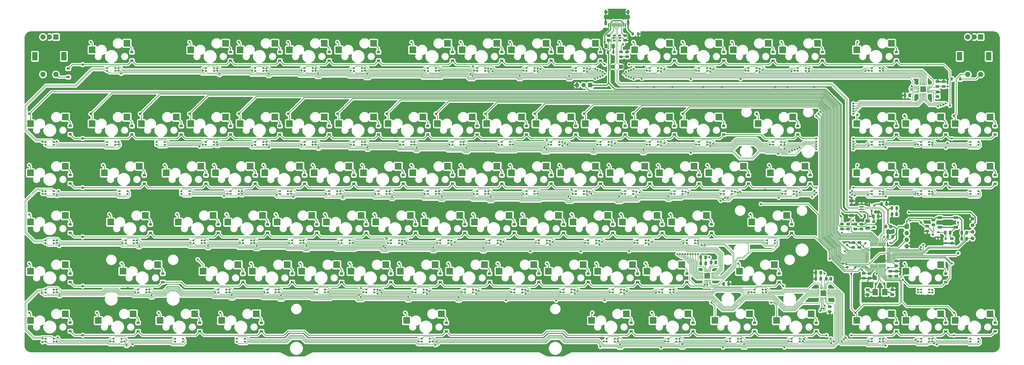
<source format=gbl>
%TF.GenerationSoftware,KiCad,Pcbnew,(5.1.10)-1*%
%TF.CreationDate,2021-12-23T20:50:28-05:00*%
%TF.ProjectId,custom_keyboard (f303),63757374-6f6d-45f6-9b65-79626f617264,rev?*%
%TF.SameCoordinates,Original*%
%TF.FileFunction,Copper,L2,Bot*%
%TF.FilePolarity,Positive*%
%FSLAX46Y46*%
G04 Gerber Fmt 4.6, Leading zero omitted, Abs format (unit mm)*
G04 Created by KiCad (PCBNEW (5.1.10)-1) date 2021-12-23 20:50:28*
%MOMM*%
%LPD*%
G01*
G04 APERTURE LIST*
%TA.AperFunction,SMDPad,CuDef*%
%ADD10R,1.800000X1.200000*%
%TD*%
%TA.AperFunction,SMDPad,CuDef*%
%ADD11R,1.550000X0.600000*%
%TD*%
%TA.AperFunction,SMDPad,CuDef*%
%ADD12R,0.800000X0.700000*%
%TD*%
%TA.AperFunction,ComponentPad*%
%ADD13R,2.000000X2.000000*%
%TD*%
%TA.AperFunction,ComponentPad*%
%ADD14C,2.000000*%
%TD*%
%TA.AperFunction,ComponentPad*%
%ADD15R,2.000000X3.200000*%
%TD*%
%TA.AperFunction,SMDPad,CuDef*%
%ADD16R,1.200000X0.900000*%
%TD*%
%TA.AperFunction,SMDPad,CuDef*%
%ADD17R,0.900000X1.200000*%
%TD*%
%TA.AperFunction,ComponentPad*%
%ADD18C,1.000000*%
%TD*%
%TA.AperFunction,ComponentPad*%
%ADD19O,1.700000X1.700000*%
%TD*%
%TA.AperFunction,ComponentPad*%
%ADD20R,1.700000X1.700000*%
%TD*%
%TA.AperFunction,SMDPad,CuDef*%
%ADD21R,0.600000X1.450000*%
%TD*%
%TA.AperFunction,SMDPad,CuDef*%
%ADD22R,0.300000X1.450000*%
%TD*%
%TA.AperFunction,ComponentPad*%
%ADD23O,1.000000X2.100000*%
%TD*%
%TA.AperFunction,ComponentPad*%
%ADD24O,1.000000X1.600000*%
%TD*%
%TA.AperFunction,SMDPad,CuDef*%
%ADD25R,1.060000X0.650000*%
%TD*%
%TA.AperFunction,SMDPad,CuDef*%
%ADD26R,1.500000X1.500000*%
%TD*%
%TA.AperFunction,ComponentPad*%
%ADD27C,1.397000*%
%TD*%
%TA.AperFunction,SMDPad,CuDef*%
%ADD28R,2.300000X2.300000*%
%TD*%
%TA.AperFunction,SMDPad,CuDef*%
%ADD29R,0.900000X0.800000*%
%TD*%
%TA.AperFunction,SMDPad,CuDef*%
%ADD30R,1.800000X1.100000*%
%TD*%
%TA.AperFunction,SMDPad,CuDef*%
%ADD31R,2.550000X2.500000*%
%TD*%
%TA.AperFunction,SMDPad,CuDef*%
%ADD32R,0.800000X0.900000*%
%TD*%
%TA.AperFunction,SMDPad,CuDef*%
%ADD33R,2.000000X2.400000*%
%TD*%
%TA.AperFunction,ViaPad*%
%ADD34C,0.800000*%
%TD*%
%TA.AperFunction,Conductor*%
%ADD35C,0.250000*%
%TD*%
%TA.AperFunction,Conductor*%
%ADD36C,0.200000*%
%TD*%
%TA.AperFunction,Conductor*%
%ADD37C,0.381000*%
%TD*%
%TA.AperFunction,Conductor*%
%ADD38C,0.508000*%
%TD*%
%TA.AperFunction,Conductor*%
%ADD39C,0.254000*%
%TD*%
%TA.AperFunction,Conductor*%
%ADD40C,0.100000*%
%TD*%
G04 APERTURE END LIST*
D10*
%TO.P,J2,MP*%
%TO.N,GND*%
X339809900Y-153558900D03*
X339809900Y-159158900D03*
D11*
%TO.P,J2,1*%
%TO.N,VCC*%
X343684900Y-157858900D03*
%TO.P,J2,2*%
%TO.N,D-*%
X343684900Y-156858900D03*
%TO.P,J2,4*%
%TO.N,GND*%
X343684900Y-154858900D03*
%TO.P,J2,3*%
%TO.N,D+*%
X343684900Y-155858900D03*
%TD*%
D12*
%TO.P,LED1,3*%
%TO.N,1CA3*%
X28610600Y-131823300D03*
%TO.P,LED1,4*%
%TO.N,1CA1*%
X28610600Y-130723300D03*
%TO.P,LED1,2*%
%TO.N,1CA4*%
X31710600Y-131823300D03*
%TO.P,LED1,1*%
%TO.N,1CA2*%
X31710600Y-130723300D03*
%TD*%
D13*
%TO.P,ROT1,A*%
%TO.N,ENCODER_A*%
X32541700Y-90084950D03*
D14*
%TO.P,ROT1,C*%
%TO.N,GND*%
X30041700Y-90084950D03*
%TO.P,ROT1,B*%
%TO.N,ENCODER_B1*%
X27541700Y-90084950D03*
D15*
%TO.P,ROT1,MP*%
%TO.N,N/C*%
X35641700Y-97584950D03*
X24441700Y-97584950D03*
D14*
%TO.P,ROT1,S2*%
%TO.N,Net-(D3-Pad2)*%
X32541700Y-104584950D03*
%TO.P,ROT1,S1*%
%TO.N,COL0*%
X27541700Y-104584950D03*
%TD*%
D16*
%TO.P,D3,2*%
%TO.N,Net-(D3-Pad2)*%
X37303900Y-105624700D03*
%TO.P,D3,1*%
%TO.N,ROT1_ROW*%
X37303900Y-102324700D03*
%TD*%
%TO.P,KD90,2*%
%TO.N,Net-(KD90-Pad2)*%
X395262600Y-200743500D03*
%TO.P,KD90,1*%
%TO.N,ROW5*%
X395262600Y-204043500D03*
%TD*%
%TO.P,KD50,2*%
%TO.N,Net-(KD50-Pad2)*%
X395262600Y-143597100D03*
%TO.P,KD50,1*%
%TO.N,ROW2*%
X395262600Y-146897100D03*
%TD*%
%TO.P,KD32,2*%
%TO.N,Net-(KD32-Pad2)*%
X395262600Y-124548300D03*
%TO.P,KD32,1*%
%TO.N,ROW1*%
X395262600Y-127848300D03*
%TD*%
%TO.P,KD89,2*%
%TO.N,Net-(KD89-Pad2)*%
X376213800Y-200743500D03*
%TO.P,KD89,1*%
%TO.N,ROW5*%
X376213800Y-204043500D03*
%TD*%
%TO.P,KD78,2*%
%TO.N,Net-(KD78-Pad2)*%
X376213800Y-181694700D03*
%TO.P,KD78,1*%
%TO.N,ROW4*%
X376213800Y-184994700D03*
%TD*%
%TO.P,KD49,2*%
%TO.N,Net-(KD49-Pad2)*%
X376213800Y-143597100D03*
%TO.P,KD49,1*%
%TO.N,ROW2*%
X376213800Y-146897100D03*
%TD*%
%TO.P,KD31,2*%
%TO.N,Net-(KD31-Pad2)*%
X376213800Y-124548300D03*
%TO.P,KD31,1*%
%TO.N,ROW1*%
X376213800Y-127848300D03*
%TD*%
%TO.P,KD48,2*%
%TO.N,Net-(KD48-Pad2)*%
X357165000Y-143597100D03*
%TO.P,KD48,1*%
%TO.N,ROW2*%
X357165000Y-146897100D03*
%TD*%
%TO.P,KD30,2*%
%TO.N,Net-(KD30-Pad2)*%
X357165000Y-124548300D03*
%TO.P,KD30,1*%
%TO.N,ROW1*%
X357165000Y-127848300D03*
%TD*%
%TO.P,KD14,2*%
%TO.N,Net-(KD14-Pad2)*%
X357165000Y-95975100D03*
%TO.P,KD14,1*%
%TO.N,ROT1_ROW*%
X357165000Y-99275100D03*
%TD*%
%TO.P,KD88,2*%
%TO.N,Net-(KD88-Pad2)*%
X357165000Y-200743500D03*
%TO.P,KD88,1*%
%TO.N,ROW5*%
X357165000Y-204043500D03*
%TD*%
%TO.P,KD77,2*%
%TO.N,Net-(KD77-Pad2)*%
X311924100Y-181694700D03*
%TO.P,KD77,1*%
%TO.N,ROW4*%
X311924100Y-184994700D03*
%TD*%
%TO.P,KD64,2*%
%TO.N,Net-(KD64-Pad2)*%
X316686300Y-162645900D03*
%TO.P,KD64,1*%
%TO.N,ROW3*%
X316686300Y-165945900D03*
%TD*%
%TO.P,KD47,2*%
%TO.N,Net-(KD47-Pad2)*%
X323829600Y-143597100D03*
%TO.P,KD47,1*%
%TO.N,ROW2*%
X323829600Y-146897100D03*
%TD*%
%TO.P,KD29,2*%
%TO.N,Net-(KD29-Pad2)*%
X319067400Y-124548300D03*
%TO.P,KD29,1*%
%TO.N,ROW1*%
X319067400Y-127848300D03*
%TD*%
%TO.P,KD13,2*%
%TO.N,Net-(KD13-Pad2)*%
X328591800Y-95975100D03*
%TO.P,KD13,1*%
%TO.N,ROT1_ROW*%
X328591800Y-99275100D03*
%TD*%
%TO.P,KD87,2*%
%TO.N,Net-(KD87-Pad2)*%
X326210700Y-200743500D03*
%TO.P,KD87,1*%
%TO.N,ROW5*%
X326210700Y-204043500D03*
%TD*%
%TO.P,KD46,2*%
%TO.N,Net-(KD46-Pad2)*%
X300018600Y-143597100D03*
%TO.P,KD46,1*%
%TO.N,ROW2*%
X300018600Y-146897100D03*
%TD*%
%TO.P,KD28,2*%
%TO.N,Net-(KD28-Pad2)*%
X290494200Y-124548300D03*
%TO.P,KD28,1*%
%TO.N,ROW1*%
X290494200Y-127848300D03*
%TD*%
%TO.P,KD12,2*%
%TO.N,Net-(KD12-Pad2)*%
X309543000Y-95975100D03*
%TO.P,KD12,1*%
%TO.N,ROT1_ROW*%
X309543000Y-99275100D03*
%TD*%
%TO.P,KD86,2*%
%TO.N,Net-(KD86-Pad2)*%
X302399700Y-200743500D03*
%TO.P,KD86,1*%
%TO.N,ROW5*%
X302399700Y-204043500D03*
%TD*%
%TO.P,KD85,2*%
%TO.N,Net-(KD85-Pad2)*%
X278588700Y-200743500D03*
%TO.P,KD85,1*%
%TO.N,ROW5*%
X278588700Y-204043500D03*
%TD*%
%TO.P,KD63,2*%
%TO.N,Net-(KD63-Pad2)*%
X285732000Y-162645900D03*
%TO.P,KD63,1*%
%TO.N,ROW3*%
X285732000Y-165945900D03*
%TD*%
%TO.P,KD45,2*%
%TO.N,Net-(KD45-Pad2)*%
X280969800Y-143597100D03*
%TO.P,KD45,1*%
%TO.N,ROW2*%
X280969800Y-146897100D03*
%TD*%
%TO.P,KD27,2*%
%TO.N,Net-(KD27-Pad2)*%
X271445400Y-124548300D03*
%TO.P,KD27,1*%
%TO.N,ROW1*%
X271445400Y-127848300D03*
%TD*%
%TO.P,KD11,2*%
%TO.N,Net-(KD11-Pad2)*%
X290494200Y-95975100D03*
%TO.P,KD11,1*%
%TO.N,ROT1_ROW*%
X290494200Y-99275100D03*
%TD*%
%TO.P,KD62,2*%
%TO.N,Net-(KD62-Pad2)*%
X266683200Y-162645900D03*
%TO.P,KD62,1*%
%TO.N,ROW3*%
X266683200Y-165945900D03*
%TD*%
%TO.P,KD44,2*%
%TO.N,Net-(KD44-Pad2)*%
X261921000Y-143597100D03*
%TO.P,KD44,1*%
%TO.N,ROW2*%
X261921000Y-146897100D03*
%TD*%
%TO.P,KD26,2*%
%TO.N,Net-(KD26-Pad2)*%
X252396600Y-124548300D03*
%TO.P,KD26,1*%
%TO.N,ROW1*%
X252396600Y-127848300D03*
%TD*%
%TO.P,KD10,2*%
%TO.N,Net-(KD10-Pad2)*%
X271445400Y-95975100D03*
%TO.P,KD10,1*%
%TO.N,ROT1_ROW*%
X271445400Y-99275100D03*
%TD*%
%TO.P,KD84,2*%
%TO.N,Net-(KD84-Pad2)*%
X254777700Y-200743500D03*
%TO.P,KD84,1*%
%TO.N,ROW5*%
X254777700Y-204043500D03*
%TD*%
%TO.P,KD75,2*%
%TO.N,Net-(KD75-Pad2)*%
X257158800Y-181694700D03*
%TO.P,KD75,1*%
%TO.N,ROW4*%
X257158800Y-184994700D03*
%TD*%
%TO.P,KD61,2*%
%TO.N,Net-(KD61-Pad2)*%
X247634400Y-162645900D03*
%TO.P,KD61,1*%
%TO.N,ROW3*%
X247634400Y-165945900D03*
%TD*%
%TO.P,KD43,2*%
%TO.N,Net-(KD43-Pad2)*%
X242872200Y-143597100D03*
%TO.P,KD43,1*%
%TO.N,ROW2*%
X242872200Y-146897100D03*
%TD*%
%TO.P,KD25,2*%
%TO.N,Net-(KD25-Pad2)*%
X233347800Y-124548300D03*
%TO.P,KD25,1*%
%TO.N,ROW1*%
X233347800Y-127848300D03*
%TD*%
%TO.P,KD74,2*%
%TO.N,Net-(KD74-Pad2)*%
X238110000Y-181694700D03*
%TO.P,KD74,1*%
%TO.N,ROW4*%
X238110000Y-184994700D03*
%TD*%
%TO.P,KD60,2*%
%TO.N,Net-(KD60-Pad2)*%
X228585600Y-162645900D03*
%TO.P,KD60,1*%
%TO.N,ROW3*%
X228585600Y-165945900D03*
%TD*%
%TO.P,KD42,2*%
%TO.N,Net-(KD42-Pad2)*%
X223823400Y-143597100D03*
%TO.P,KD42,1*%
%TO.N,ROW2*%
X223823400Y-146897100D03*
%TD*%
%TO.P,KD24,2*%
%TO.N,Net-(KD24-Pad2)*%
X214299000Y-124548300D03*
%TO.P,KD24,1*%
%TO.N,ROW1*%
X214299000Y-127848300D03*
%TD*%
%TO.P,KD8,2*%
%TO.N,Net-(KD8-Pad2)*%
X223823400Y-95975100D03*
%TO.P,KD8,1*%
%TO.N,ROT1_ROW*%
X223823400Y-99275100D03*
%TD*%
%TO.P,KD73,2*%
%TO.N,Net-(KD73-Pad2)*%
X219061200Y-181694700D03*
%TO.P,KD73,1*%
%TO.N,ROW4*%
X219061200Y-184994700D03*
%TD*%
%TO.P,KD59,2*%
%TO.N,Net-(KD59-Pad2)*%
X209536800Y-162645900D03*
%TO.P,KD59,1*%
%TO.N,ROW3*%
X209536800Y-165945900D03*
%TD*%
%TO.P,KD41,2*%
%TO.N,Net-(KD41-Pad2)*%
X204774600Y-143597100D03*
%TO.P,KD41,1*%
%TO.N,ROW2*%
X204774600Y-146897100D03*
%TD*%
%TO.P,KD23,2*%
%TO.N,Net-(KD23-Pad2)*%
X195250200Y-124548300D03*
%TO.P,KD23,1*%
%TO.N,ROW1*%
X195250200Y-127848300D03*
%TD*%
%TO.P,KD7,2*%
%TO.N,Net-(KD7-Pad2)*%
X204774600Y-95975100D03*
%TO.P,KD7,1*%
%TO.N,ROT1_ROW*%
X204774600Y-99275100D03*
%TD*%
%TO.P,KD72,2*%
%TO.N,Net-(KD72-Pad2)*%
X200012400Y-181694700D03*
%TO.P,KD72,1*%
%TO.N,ROW4*%
X200012400Y-184994700D03*
%TD*%
%TO.P,KD58,2*%
%TO.N,Net-(KD58-Pad2)*%
X190488000Y-162645900D03*
%TO.P,KD58,1*%
%TO.N,ROW3*%
X190488000Y-165945900D03*
%TD*%
%TO.P,KD40,2*%
%TO.N,Net-(KD40-Pad2)*%
X185725800Y-143597100D03*
%TO.P,KD40,1*%
%TO.N,ROW2*%
X185725800Y-146897100D03*
%TD*%
%TO.P,KD22,2*%
%TO.N,Net-(KD22-Pad2)*%
X176201400Y-124548300D03*
%TO.P,KD22,1*%
%TO.N,ROW1*%
X176201400Y-127848300D03*
%TD*%
%TO.P,KD6,2*%
%TO.N,Net-(KD6-Pad2)*%
X185725800Y-95975100D03*
%TO.P,KD6,1*%
%TO.N,ROT1_ROW*%
X185725800Y-99275100D03*
%TD*%
%TO.P,KD83,2*%
%TO.N,Net-(KD83-Pad2)*%
X183344700Y-200743500D03*
%TO.P,KD83,1*%
%TO.N,ROW5*%
X183344700Y-204043500D03*
%TD*%
%TO.P,KD71,2*%
%TO.N,Net-(KD71-Pad2)*%
X180963600Y-181694700D03*
%TO.P,KD71,1*%
%TO.N,ROW4*%
X180963600Y-184994700D03*
%TD*%
%TO.P,KD57,2*%
%TO.N,Net-(KD57-Pad2)*%
X171439200Y-162645900D03*
%TO.P,KD57,1*%
%TO.N,ROW3*%
X171439200Y-165945900D03*
%TD*%
%TO.P,KD39,2*%
%TO.N,Net-(KD39-Pad2)*%
X166677000Y-143597100D03*
%TO.P,KD39,1*%
%TO.N,ROW2*%
X166677000Y-146897100D03*
%TD*%
%TO.P,KD21,2*%
%TO.N,Net-(KD21-Pad2)*%
X157152600Y-124548300D03*
%TO.P,KD21,1*%
%TO.N,ROW1*%
X157152600Y-127848300D03*
%TD*%
%TO.P,KD5,2*%
%TO.N,Net-(KD5-Pad2)*%
X157152600Y-95975100D03*
%TO.P,KD5,1*%
%TO.N,ROT1_ROW*%
X157152600Y-99275100D03*
%TD*%
%TO.P,KD69,2*%
%TO.N,Net-(KD69-Pad2)*%
X142866000Y-181694700D03*
%TO.P,KD69,1*%
%TO.N,ROW4*%
X142866000Y-184994700D03*
%TD*%
%TO.P,KD56,2*%
%TO.N,Net-(KD56-Pad2)*%
X152390400Y-162645900D03*
%TO.P,KD56,1*%
%TO.N,ROW3*%
X152390400Y-165945900D03*
%TD*%
%TO.P,KD38,2*%
%TO.N,Net-(KD38-Pad2)*%
X147628200Y-143597100D03*
%TO.P,KD38,1*%
%TO.N,ROW2*%
X147628200Y-146897100D03*
%TD*%
%TO.P,KD20,2*%
%TO.N,Net-(KD20-Pad2)*%
X138103800Y-124548300D03*
%TO.P,KD20,1*%
%TO.N,ROW1*%
X138103800Y-127848300D03*
%TD*%
%TO.P,KD4,2*%
%TO.N,Net-(KD4-Pad2)*%
X138103800Y-95975100D03*
%TO.P,KD4,1*%
%TO.N,ROT1_ROW*%
X138103800Y-99275100D03*
%TD*%
%TO.P,KD70,2*%
%TO.N,Net-(KD70-Pad2)*%
X161914800Y-181694700D03*
%TO.P,KD70,1*%
%TO.N,ROW4*%
X161914800Y-184994700D03*
%TD*%
%TO.P,KD68,2*%
%TO.N,Net-(KD68-Pad2)*%
X123817200Y-181694700D03*
%TO.P,KD68,1*%
%TO.N,ROW4*%
X123817200Y-184994700D03*
%TD*%
%TO.P,KD55,2*%
%TO.N,Net-(KD55-Pad2)*%
X133341600Y-162645900D03*
%TO.P,KD55,1*%
%TO.N,ROW3*%
X133341600Y-165945900D03*
%TD*%
%TO.P,KD37,2*%
%TO.N,Net-(KD37-Pad2)*%
X128579400Y-143597100D03*
%TO.P,KD37,1*%
%TO.N,ROW2*%
X128579400Y-146897100D03*
%TD*%
%TO.P,KD19,2*%
%TO.N,Net-(KD19-Pad2)*%
X119055000Y-124548300D03*
%TO.P,KD19,1*%
%TO.N,ROW1*%
X119055000Y-127848300D03*
%TD*%
%TO.P,KD3,2*%
%TO.N,Net-(KD3-Pad2)*%
X119055000Y-95975100D03*
%TO.P,KD3,1*%
%TO.N,ROT1_ROW*%
X119055000Y-99275100D03*
%TD*%
%TO.P,KD81,2*%
%TO.N,Net-(KD81-Pad2)*%
X88100700Y-200743500D03*
%TO.P,KD81,1*%
%TO.N,ROW5*%
X88100700Y-204043500D03*
%TD*%
%TO.P,KD66,2*%
%TO.N,Net-(KD66-Pad2)*%
X73814100Y-181694700D03*
%TO.P,KD66,1*%
%TO.N,ROW4*%
X73814100Y-184994700D03*
%TD*%
%TO.P,KD53,2*%
%TO.N,Net-(KD53-Pad2)*%
X95244000Y-162645900D03*
%TO.P,KD53,1*%
%TO.N,ROW3*%
X95244000Y-165945900D03*
%TD*%
%TO.P,KD35,2*%
%TO.N,Net-(KD35-Pad2)*%
X90481800Y-143597100D03*
%TO.P,KD35,1*%
%TO.N,ROW2*%
X90481800Y-146897100D03*
%TD*%
%TO.P,KD17,2*%
%TO.N,Net-(KD17-Pad2)*%
X80957400Y-124548300D03*
%TO.P,KD17,1*%
%TO.N,ROW1*%
X80957400Y-127848300D03*
%TD*%
%TO.P,KD82,2*%
%TO.N,Net-(KD82-Pad2)*%
X111911700Y-200743500D03*
%TO.P,KD82,1*%
%TO.N,ROW5*%
X111911700Y-204043500D03*
%TD*%
%TO.P,KD67,2*%
%TO.N,Net-(KD67-Pad2)*%
X104768400Y-181694700D03*
%TO.P,KD67,1*%
%TO.N,ROW4*%
X104768400Y-184994700D03*
%TD*%
%TO.P,KD54,2*%
%TO.N,Net-(KD54-Pad2)*%
X114292800Y-162645900D03*
%TO.P,KD54,1*%
%TO.N,ROW3*%
X114292800Y-165945900D03*
%TD*%
%TO.P,KD36,2*%
%TO.N,Net-(KD36-Pad2)*%
X109530600Y-143597100D03*
%TO.P,KD36,1*%
%TO.N,ROW2*%
X109530600Y-146897100D03*
%TD*%
%TO.P,KD18,2*%
%TO.N,Net-(KD18-Pad2)*%
X100006200Y-124548300D03*
%TO.P,KD18,1*%
%TO.N,ROW1*%
X100006200Y-127848300D03*
%TD*%
%TO.P,KD2,2*%
%TO.N,Net-(KD2-Pad2)*%
X100006200Y-95975100D03*
%TO.P,KD2,1*%
%TO.N,ROT1_ROW*%
X100006200Y-99275100D03*
%TD*%
%TO.P,KD79,2*%
%TO.N,Net-(KD79-Pad2)*%
X38097600Y-200680900D03*
%TO.P,KD79,1*%
%TO.N,ROW5*%
X38097600Y-203980900D03*
%TD*%
%TO.P,KD52,2*%
%TO.N,Net-(KD52-Pad2)*%
X69051900Y-162645900D03*
%TO.P,KD52,1*%
%TO.N,ROW3*%
X69051900Y-165945900D03*
%TD*%
%TO.P,KD34,2*%
%TO.N,Net-(KD34-Pad2)*%
X66670800Y-143597100D03*
%TO.P,KD34,1*%
%TO.N,ROW2*%
X66670800Y-146897100D03*
%TD*%
%TO.P,KD16,2*%
%TO.N,Net-(KD16-Pad2)*%
X61908600Y-124548300D03*
%TO.P,KD16,1*%
%TO.N,ROW1*%
X61908600Y-127848300D03*
%TD*%
%TO.P,KD1,2*%
%TO.N,Net-(KD1-Pad2)*%
X61908600Y-95975100D03*
%TO.P,KD1,1*%
%TO.N,ROT1_ROW*%
X61908600Y-99275100D03*
%TD*%
%TO.P,KD80,2*%
%TO.N,Net-(KD80-Pad2)*%
X64289700Y-200743500D03*
%TO.P,KD80,1*%
%TO.N,ROW5*%
X64289700Y-204043500D03*
%TD*%
%TO.P,KD65,2*%
%TO.N,Net-(KD65-Pad2)*%
X38097600Y-181694700D03*
%TO.P,KD65,1*%
%TO.N,ROW4*%
X38097600Y-184994700D03*
%TD*%
%TO.P,KD51,2*%
%TO.N,Net-(KD51-Pad2)*%
X38097600Y-162645900D03*
%TO.P,KD51,1*%
%TO.N,ROW3*%
X38097600Y-165945900D03*
%TD*%
%TO.P,KD33,2*%
%TO.N,Net-(KD33-Pad2)*%
X38097600Y-143534500D03*
%TO.P,KD33,1*%
%TO.N,ROW2*%
X38097600Y-146834500D03*
%TD*%
%TO.P,KD15,2*%
%TO.N,Net-(KD15-Pad2)*%
X38097600Y-124485700D03*
%TO.P,KD15,1*%
%TO.N,ROW1*%
X38097600Y-127785700D03*
%TD*%
%TO.P,R39,2*%
%TO.N,SCL*%
%TA.AperFunction,SMDPad,CuDef*%
G36*
G01*
X383757100Y-166333302D02*
X383757100Y-165433298D01*
G75*
G02*
X384007098Y-165183300I249998J0D01*
G01*
X384532102Y-165183300D01*
G75*
G02*
X384782100Y-165433298I0J-249998D01*
G01*
X384782100Y-166333302D01*
G75*
G02*
X384532102Y-166583300I-249998J0D01*
G01*
X384007098Y-166583300D01*
G75*
G02*
X383757100Y-166333302I0J249998D01*
G01*
G37*
%TD.AperFunction*%
%TO.P,R39,1*%
%TO.N,+3V3*%
%TA.AperFunction,SMDPad,CuDef*%
G36*
G01*
X381932100Y-166333302D02*
X381932100Y-165433298D01*
G75*
G02*
X382182098Y-165183300I249998J0D01*
G01*
X382707102Y-165183300D01*
G75*
G02*
X382957100Y-165433298I0J-249998D01*
G01*
X382957100Y-166333302D01*
G75*
G02*
X382707102Y-166583300I-249998J0D01*
G01*
X382182098Y-166583300D01*
G75*
G02*
X381932100Y-166333302I0J249998D01*
G01*
G37*
%TD.AperFunction*%
%TD*%
D17*
%TO.P,D4,2*%
%TO.N,Net-(D4-Pad2)*%
X381832300Y-106355800D03*
%TO.P,D4,1*%
%TO.N,ROT1_ROW*%
X378532300Y-106355800D03*
%TD*%
D18*
%TO.P,COL12,1*%
%TO.N,COL12*%
X255571400Y-119848700D03*
%TD*%
%TO.P,COL3,1*%
%TO.N,COL3*%
X84132200Y-119848700D03*
%TD*%
%TO.P,COL0,1*%
%TO.N,COL0*%
X22223600Y-119848700D03*
%TD*%
%TO.P,ROW5,1*%
%TO.N,ROW5*%
X42859800Y-205568300D03*
%TD*%
%TO.P,ROW4,1*%
%TO.N,ROW4*%
X42859800Y-186519500D03*
%TD*%
%TO.P,ROW3,1*%
%TO.N,ROW3*%
X42859800Y-167470700D03*
%TD*%
%TO.P,ROW2,1*%
%TO.N,ROW2*%
X42859800Y-148421900D03*
%TD*%
%TO.P,ROW1,1*%
%TO.N,ROW1*%
X42859800Y-129373100D03*
%TD*%
%TO.P,ROW0,1*%
%TO.N,ROT1_ROW*%
X42859800Y-100799900D03*
%TD*%
%TO.P,COL16,1*%
%TO.N,COL16*%
X360339800Y-120642400D03*
%TD*%
%TO.P,COL17,1*%
%TO.N,COL17*%
X379388600Y-120642400D03*
%TD*%
%TO.P,COL4,1*%
%TO.N,COL4*%
X103181000Y-119848700D03*
%TD*%
%TO.P,COL5,1*%
%TO.N,COL5*%
X122229800Y-119848700D03*
%TD*%
%TO.P,COL6,1*%
%TO.N,COL6*%
X141278600Y-119848700D03*
%TD*%
%TO.P,COL7,1*%
%TO.N,COL7*%
X160327400Y-119848700D03*
%TD*%
%TO.P,COL8,1*%
%TO.N,COL8*%
X179376200Y-119848700D03*
%TD*%
%TO.P,COL9,1*%
%TO.N,COL9*%
X198425000Y-119848700D03*
%TD*%
%TO.P,COL10,1*%
%TO.N,COL10*%
X217473800Y-119848700D03*
%TD*%
%TO.P,COL11,1*%
%TO.N,COL11*%
X236522600Y-119848700D03*
%TD*%
%TO.P,COL14,1*%
%TO.N,COL14*%
X303193400Y-119848700D03*
%TD*%
%TO.P,COL2,1*%
%TO.N,COL2*%
X65083400Y-119848700D03*
%TD*%
D13*
%TO.P,ROT2,A*%
%TO.N,ENCODER_A*%
X389706700Y-90084950D03*
D14*
%TO.P,ROT2,C*%
%TO.N,GND*%
X387206700Y-90084950D03*
%TO.P,ROT2,B*%
%TO.N,ENCODER_B2*%
X384706700Y-90084950D03*
D15*
%TO.P,ROT2,MP*%
%TO.N,N/C*%
X392806700Y-97584950D03*
X381606700Y-97584950D03*
D14*
%TO.P,ROT2,S2*%
%TO.N,Net-(D4-Pad2)*%
X389706700Y-104584950D03*
%TO.P,ROT2,S1*%
%TO.N,COL17*%
X384706700Y-104584950D03*
%TD*%
%TO.P,R38,2*%
%TO.N,SDA*%
%TA.AperFunction,SMDPad,CuDef*%
G36*
G01*
X383757100Y-168714402D02*
X383757100Y-167814398D01*
G75*
G02*
X384007098Y-167564400I249998J0D01*
G01*
X384532102Y-167564400D01*
G75*
G02*
X384782100Y-167814398I0J-249998D01*
G01*
X384782100Y-168714402D01*
G75*
G02*
X384532102Y-168964400I-249998J0D01*
G01*
X384007098Y-168964400D01*
G75*
G02*
X383757100Y-168714402I0J249998D01*
G01*
G37*
%TD.AperFunction*%
%TO.P,R38,1*%
%TO.N,+3V3*%
%TA.AperFunction,SMDPad,CuDef*%
G36*
G01*
X381932100Y-168714402D02*
X381932100Y-167814398D01*
G75*
G02*
X382182098Y-167564400I249998J0D01*
G01*
X382707102Y-167564400D01*
G75*
G02*
X382957100Y-167814398I0J-249998D01*
G01*
X382957100Y-168714402D01*
G75*
G02*
X382707102Y-168964400I-249998J0D01*
G01*
X382182098Y-168964400D01*
G75*
G02*
X381932100Y-168714402I0J249998D01*
G01*
G37*
%TD.AperFunction*%
%TD*%
D18*
%TO.P,BOOT0,1*%
%TO.N,BOOT0*%
X380976000Y-173820300D03*
%TD*%
%TO.P,BOOT1,1*%
%TO.N,BOOT1*%
X338116200Y-170645500D03*
%TD*%
%TO.P,C3,2*%
%TO.N,GND*%
%TA.AperFunction,SMDPad,CuDef*%
G36*
G01*
X356052600Y-188450600D02*
X355102600Y-188450600D01*
G75*
G02*
X354852600Y-188200600I0J250000D01*
G01*
X354852600Y-187700600D01*
G75*
G02*
X355102600Y-187450600I250000J0D01*
G01*
X356052600Y-187450600D01*
G75*
G02*
X356302600Y-187700600I0J-250000D01*
G01*
X356302600Y-188200600D01*
G75*
G02*
X356052600Y-188450600I-250000J0D01*
G01*
G37*
%TD.AperFunction*%
%TO.P,C3,1*%
%TO.N,KEYBOARD_XTAL1*%
%TA.AperFunction,SMDPad,CuDef*%
G36*
G01*
X356052600Y-190350600D02*
X355102600Y-190350600D01*
G75*
G02*
X354852600Y-190100600I0J250000D01*
G01*
X354852600Y-189600600D01*
G75*
G02*
X355102600Y-189350600I250000J0D01*
G01*
X356052600Y-189350600D01*
G75*
G02*
X356302600Y-189600600I0J-250000D01*
G01*
X356302600Y-190100600D01*
G75*
G02*
X356052600Y-190350600I-250000J0D01*
G01*
G37*
%TD.AperFunction*%
%TD*%
%TO.P,C7,2*%
%TO.N,GND*%
%TA.AperFunction,SMDPad,CuDef*%
G36*
G01*
X345578200Y-189350600D02*
X346528200Y-189350600D01*
G75*
G02*
X346778200Y-189600600I0J-250000D01*
G01*
X346778200Y-190100600D01*
G75*
G02*
X346528200Y-190350600I-250000J0D01*
G01*
X345578200Y-190350600D01*
G75*
G02*
X345328200Y-190100600I0J250000D01*
G01*
X345328200Y-189600600D01*
G75*
G02*
X345578200Y-189350600I250000J0D01*
G01*
G37*
%TD.AperFunction*%
%TO.P,C7,1*%
%TO.N,KEYBOARD_XTAL2*%
%TA.AperFunction,SMDPad,CuDef*%
G36*
G01*
X345578200Y-187450600D02*
X346528200Y-187450600D01*
G75*
G02*
X346778200Y-187700600I0J-250000D01*
G01*
X346778200Y-188200600D01*
G75*
G02*
X346528200Y-188450600I-250000J0D01*
G01*
X345578200Y-188450600D01*
G75*
G02*
X345328200Y-188200600I0J250000D01*
G01*
X345328200Y-187700600D01*
G75*
G02*
X345578200Y-187450600I250000J0D01*
G01*
G37*
%TD.AperFunction*%
%TD*%
%TO.P,C18,2*%
%TO.N,GND*%
%TA.AperFunction,SMDPad,CuDef*%
G36*
G01*
X355258900Y-181307300D02*
X354308900Y-181307300D01*
G75*
G02*
X354058900Y-181057300I0J250000D01*
G01*
X354058900Y-180557300D01*
G75*
G02*
X354308900Y-180307300I250000J0D01*
G01*
X355258900Y-180307300D01*
G75*
G02*
X355508900Y-180557300I0J-250000D01*
G01*
X355508900Y-181057300D01*
G75*
G02*
X355258900Y-181307300I-250000J0D01*
G01*
G37*
%TD.AperFunction*%
%TO.P,C18,1*%
%TO.N,+3V3*%
%TA.AperFunction,SMDPad,CuDef*%
G36*
G01*
X355258900Y-183207300D02*
X354308900Y-183207300D01*
G75*
G02*
X354058900Y-182957300I0J250000D01*
G01*
X354058900Y-182457300D01*
G75*
G02*
X354308900Y-182207300I250000J0D01*
G01*
X355258900Y-182207300D01*
G75*
G02*
X355508900Y-182457300I0J-250000D01*
G01*
X355508900Y-182957300D01*
G75*
G02*
X355258900Y-183207300I-250000J0D01*
G01*
G37*
%TD.AperFunction*%
%TD*%
%TO.P,C19,2*%
%TO.N,GND*%
%TA.AperFunction,SMDPad,CuDef*%
G36*
G01*
X342403400Y-171095500D02*
X343353400Y-171095500D01*
G75*
G02*
X343603400Y-171345500I0J-250000D01*
G01*
X343603400Y-171845500D01*
G75*
G02*
X343353400Y-172095500I-250000J0D01*
G01*
X342403400Y-172095500D01*
G75*
G02*
X342153400Y-171845500I0J250000D01*
G01*
X342153400Y-171345500D01*
G75*
G02*
X342403400Y-171095500I250000J0D01*
G01*
G37*
%TD.AperFunction*%
%TO.P,C19,1*%
%TO.N,+3V3*%
%TA.AperFunction,SMDPad,CuDef*%
G36*
G01*
X342403400Y-169195500D02*
X343353400Y-169195500D01*
G75*
G02*
X343603400Y-169445500I0J-250000D01*
G01*
X343603400Y-169945500D01*
G75*
G02*
X343353400Y-170195500I-250000J0D01*
G01*
X342403400Y-170195500D01*
G75*
G02*
X342153400Y-169945500I0J250000D01*
G01*
X342153400Y-169445500D01*
G75*
G02*
X342403400Y-169195500I250000J0D01*
G01*
G37*
%TD.AperFunction*%
%TD*%
%TO.P,C20,2*%
%TO.N,GND*%
%TA.AperFunction,SMDPad,CuDef*%
G36*
G01*
X354333900Y-166995700D02*
X354333900Y-167945700D01*
G75*
G02*
X354083900Y-168195700I-250000J0D01*
G01*
X353583900Y-168195700D01*
G75*
G02*
X353333900Y-167945700I0J250000D01*
G01*
X353333900Y-166995700D01*
G75*
G02*
X353583900Y-166745700I250000J0D01*
G01*
X354083900Y-166745700D01*
G75*
G02*
X354333900Y-166995700I0J-250000D01*
G01*
G37*
%TD.AperFunction*%
%TO.P,C20,1*%
%TO.N,+3V3*%
%TA.AperFunction,SMDPad,CuDef*%
G36*
G01*
X356233900Y-166995700D02*
X356233900Y-167945700D01*
G75*
G02*
X355983900Y-168195700I-250000J0D01*
G01*
X355483900Y-168195700D01*
G75*
G02*
X355233900Y-167945700I0J250000D01*
G01*
X355233900Y-166995700D01*
G75*
G02*
X355483900Y-166745700I250000J0D01*
G01*
X355983900Y-166745700D01*
G75*
G02*
X356233900Y-166995700I0J-250000D01*
G01*
G37*
%TD.AperFunction*%
%TD*%
%TO.P,C21,2*%
%TO.N,GND*%
%TA.AperFunction,SMDPad,CuDef*%
G36*
G01*
X357640000Y-181307300D02*
X356690000Y-181307300D01*
G75*
G02*
X356440000Y-181057300I0J250000D01*
G01*
X356440000Y-180557300D01*
G75*
G02*
X356690000Y-180307300I250000J0D01*
G01*
X357640000Y-180307300D01*
G75*
G02*
X357890000Y-180557300I0J-250000D01*
G01*
X357890000Y-181057300D01*
G75*
G02*
X357640000Y-181307300I-250000J0D01*
G01*
G37*
%TD.AperFunction*%
%TO.P,C21,1*%
%TO.N,+3V3*%
%TA.AperFunction,SMDPad,CuDef*%
G36*
G01*
X357640000Y-183207300D02*
X356690000Y-183207300D01*
G75*
G02*
X356440000Y-182957300I0J250000D01*
G01*
X356440000Y-182457300D01*
G75*
G02*
X356690000Y-182207300I250000J0D01*
G01*
X357640000Y-182207300D01*
G75*
G02*
X357890000Y-182457300I0J-250000D01*
G01*
X357890000Y-182957300D01*
G75*
G02*
X357640000Y-183207300I-250000J0D01*
G01*
G37*
%TD.AperFunction*%
%TD*%
%TO.P,C23,2*%
%TO.N,+3V3*%
%TA.AperFunction,SMDPad,CuDef*%
G36*
G01*
X347321900Y-182101000D02*
X346371900Y-182101000D01*
G75*
G02*
X346121900Y-181851000I0J250000D01*
G01*
X346121900Y-181351000D01*
G75*
G02*
X346371900Y-181101000I250000J0D01*
G01*
X347321900Y-181101000D01*
G75*
G02*
X347571900Y-181351000I0J-250000D01*
G01*
X347571900Y-181851000D01*
G75*
G02*
X347321900Y-182101000I-250000J0D01*
G01*
G37*
%TD.AperFunction*%
%TO.P,C23,1*%
%TO.N,GND*%
%TA.AperFunction,SMDPad,CuDef*%
G36*
G01*
X347321900Y-184001000D02*
X346371900Y-184001000D01*
G75*
G02*
X346121900Y-183751000I0J250000D01*
G01*
X346121900Y-183251000D01*
G75*
G02*
X346371900Y-183001000I250000J0D01*
G01*
X347321900Y-183001000D01*
G75*
G02*
X347571900Y-183251000I0J-250000D01*
G01*
X347571900Y-183751000D01*
G75*
G02*
X347321900Y-184001000I-250000J0D01*
G01*
G37*
%TD.AperFunction*%
%TD*%
%TO.P,C24,2*%
%TO.N,GND*%
%TA.AperFunction,SMDPad,CuDef*%
G36*
G01*
X344069600Y-183001000D02*
X345019600Y-183001000D01*
G75*
G02*
X345269600Y-183251000I0J-250000D01*
G01*
X345269600Y-183751000D01*
G75*
G02*
X345019600Y-184001000I-250000J0D01*
G01*
X344069600Y-184001000D01*
G75*
G02*
X343819600Y-183751000I0J250000D01*
G01*
X343819600Y-183251000D01*
G75*
G02*
X344069600Y-183001000I250000J0D01*
G01*
G37*
%TD.AperFunction*%
%TO.P,C24,1*%
%TO.N,+3V3*%
%TA.AperFunction,SMDPad,CuDef*%
G36*
G01*
X344069600Y-181101000D02*
X345019600Y-181101000D01*
G75*
G02*
X345269600Y-181351000I0J-250000D01*
G01*
X345269600Y-181851000D01*
G75*
G02*
X345019600Y-182101000I-250000J0D01*
G01*
X344069600Y-182101000D01*
G75*
G02*
X343819600Y-181851000I0J250000D01*
G01*
X343819600Y-181351000D01*
G75*
G02*
X344069600Y-181101000I250000J0D01*
G01*
G37*
%TD.AperFunction*%
%TD*%
%TO.P,C43,2*%
%TO.N,GND*%
%TA.AperFunction,SMDPad,CuDef*%
G36*
G01*
X349678000Y-160008700D02*
X349678000Y-159058700D01*
G75*
G02*
X349928000Y-158808700I250000J0D01*
G01*
X350428000Y-158808700D01*
G75*
G02*
X350678000Y-159058700I0J-250000D01*
G01*
X350678000Y-160008700D01*
G75*
G02*
X350428000Y-160258700I-250000J0D01*
G01*
X349928000Y-160258700D01*
G75*
G02*
X349678000Y-160008700I0J250000D01*
G01*
G37*
%TD.AperFunction*%
%TO.P,C43,1*%
%TO.N,+5V*%
%TA.AperFunction,SMDPad,CuDef*%
G36*
G01*
X347778000Y-160008700D02*
X347778000Y-159058700D01*
G75*
G02*
X348028000Y-158808700I250000J0D01*
G01*
X348528000Y-158808700D01*
G75*
G02*
X348778000Y-159058700I0J-250000D01*
G01*
X348778000Y-160008700D01*
G75*
G02*
X348528000Y-160258700I-250000J0D01*
G01*
X348028000Y-160258700D01*
G75*
G02*
X347778000Y-160008700I0J250000D01*
G01*
G37*
%TD.AperFunction*%
%TD*%
%TO.P,C44,2*%
%TO.N,GND*%
%TA.AperFunction,SMDPad,CuDef*%
G36*
G01*
X352852800Y-155246500D02*
X352852800Y-154296500D01*
G75*
G02*
X353102800Y-154046500I250000J0D01*
G01*
X353602800Y-154046500D01*
G75*
G02*
X353852800Y-154296500I0J-250000D01*
G01*
X353852800Y-155246500D01*
G75*
G02*
X353602800Y-155496500I-250000J0D01*
G01*
X353102800Y-155496500D01*
G75*
G02*
X352852800Y-155246500I0J250000D01*
G01*
G37*
%TD.AperFunction*%
%TO.P,C44,1*%
%TO.N,+3V3*%
%TA.AperFunction,SMDPad,CuDef*%
G36*
G01*
X350952800Y-155246500D02*
X350952800Y-154296500D01*
G75*
G02*
X351202800Y-154046500I250000J0D01*
G01*
X351702800Y-154046500D01*
G75*
G02*
X351952800Y-154296500I0J-250000D01*
G01*
X351952800Y-155246500D01*
G75*
G02*
X351702800Y-155496500I-250000J0D01*
G01*
X351202800Y-155496500D01*
G75*
G02*
X350952800Y-155246500I0J250000D01*
G01*
G37*
%TD.AperFunction*%
%TD*%
%TO.P,D11,2*%
%TO.N,+3V3*%
%TA.AperFunction,SMDPad,CuDef*%
G36*
G01*
X355921300Y-155902650D02*
X355921300Y-156815150D01*
G75*
G02*
X355677550Y-157058900I-243750J0D01*
G01*
X355190050Y-157058900D01*
G75*
G02*
X354946300Y-156815150I0J243750D01*
G01*
X354946300Y-155902650D01*
G75*
G02*
X355190050Y-155658900I243750J0D01*
G01*
X355677550Y-155658900D01*
G75*
G02*
X355921300Y-155902650I0J-243750D01*
G01*
G37*
%TD.AperFunction*%
%TO.P,D11,1*%
%TO.N,Net-(D11-Pad1)*%
%TA.AperFunction,SMDPad,CuDef*%
G36*
G01*
X357796300Y-155902650D02*
X357796300Y-156815150D01*
G75*
G02*
X357552550Y-157058900I-243750J0D01*
G01*
X357065050Y-157058900D01*
G75*
G02*
X356821300Y-156815150I0J243750D01*
G01*
X356821300Y-155902650D01*
G75*
G02*
X357065050Y-155658900I243750J0D01*
G01*
X357552550Y-155658900D01*
G75*
G02*
X357796300Y-155902650I0J-243750D01*
G01*
G37*
%TD.AperFunction*%
%TD*%
%TO.P,ENCA1,1*%
%TO.N,ENCODER_A*%
X338116200Y-179376200D03*
%TD*%
%TO.P,ENCB2,1*%
%TO.N,ENCODER_B2*%
X336528800Y-177788800D03*
%TD*%
%TO.P,F8,1*%
%TO.N,VCC*%
%TA.AperFunction,SMDPad,CuDef*%
G36*
G01*
X345428200Y-160683500D02*
X346678200Y-160683500D01*
G75*
G02*
X346928200Y-160933500I0J-250000D01*
G01*
X346928200Y-161683500D01*
G75*
G02*
X346678200Y-161933500I-250000J0D01*
G01*
X345428200Y-161933500D01*
G75*
G02*
X345178200Y-161683500I0J250000D01*
G01*
X345178200Y-160933500D01*
G75*
G02*
X345428200Y-160683500I250000J0D01*
G01*
G37*
%TD.AperFunction*%
%TO.P,F8,2*%
%TO.N,Net-(F8-Pad2)*%
%TA.AperFunction,SMDPad,CuDef*%
G36*
G01*
X345428200Y-163483500D02*
X346678200Y-163483500D01*
G75*
G02*
X346928200Y-163733500I0J-250000D01*
G01*
X346928200Y-164483500D01*
G75*
G02*
X346678200Y-164733500I-250000J0D01*
G01*
X345428200Y-164733500D01*
G75*
G02*
X345178200Y-164483500I0J250000D01*
G01*
X345178200Y-163733500D01*
G75*
G02*
X345428200Y-163483500I250000J0D01*
G01*
G37*
%TD.AperFunction*%
%TD*%
%TO.P,FB15,1*%
%TO.N,Net-(F8-Pad2)*%
%TA.AperFunction,SMDPad,CuDef*%
G36*
G01*
X348815550Y-164208500D02*
X348053050Y-164208500D01*
G75*
G02*
X347834300Y-163989750I0J218750D01*
G01*
X347834300Y-163552250D01*
G75*
G02*
X348053050Y-163333500I218750J0D01*
G01*
X348815550Y-163333500D01*
G75*
G02*
X349034300Y-163552250I0J-218750D01*
G01*
X349034300Y-163989750D01*
G75*
G02*
X348815550Y-164208500I-218750J0D01*
G01*
G37*
%TD.AperFunction*%
%TO.P,FB15,2*%
%TO.N,+5V*%
%TA.AperFunction,SMDPad,CuDef*%
G36*
G01*
X348815550Y-162083500D02*
X348053050Y-162083500D01*
G75*
G02*
X347834300Y-161864750I0J218750D01*
G01*
X347834300Y-161427250D01*
G75*
G02*
X348053050Y-161208500I218750J0D01*
G01*
X348815550Y-161208500D01*
G75*
G02*
X349034300Y-161427250I0J-218750D01*
G01*
X349034300Y-161864750D01*
G75*
G02*
X348815550Y-162083500I-218750J0D01*
G01*
G37*
%TD.AperFunction*%
%TD*%
D19*
%TO.P,J1,4*%
%TO.N,GND*%
X361133500Y-171122200D03*
%TO.P,J1,3*%
%TO.N,SWCLK*%
X361133500Y-168582200D03*
%TO.P,J1,2*%
%TO.N,SWDIO*%
X361133500Y-166042200D03*
D20*
%TO.P,J1,1*%
%TO.N,+3V3*%
X361133500Y-163502200D03*
%TD*%
%TO.P,R27,2*%
%TO.N,BOOT1*%
%TA.AperFunction,SMDPad,CuDef*%
G36*
G01*
X340047298Y-171045500D02*
X340947302Y-171045500D01*
G75*
G02*
X341197300Y-171295498I0J-249998D01*
G01*
X341197300Y-171820502D01*
G75*
G02*
X340947302Y-172070500I-249998J0D01*
G01*
X340047298Y-172070500D01*
G75*
G02*
X339797300Y-171820502I0J249998D01*
G01*
X339797300Y-171295498D01*
G75*
G02*
X340047298Y-171045500I249998J0D01*
G01*
G37*
%TD.AperFunction*%
%TO.P,R27,1*%
%TO.N,GND*%
%TA.AperFunction,SMDPad,CuDef*%
G36*
G01*
X340047298Y-169220500D02*
X340947302Y-169220500D01*
G75*
G02*
X341197300Y-169470498I0J-249998D01*
G01*
X341197300Y-169995502D01*
G75*
G02*
X340947302Y-170245500I-249998J0D01*
G01*
X340047298Y-170245500D01*
G75*
G02*
X339797300Y-169995502I0J249998D01*
G01*
X339797300Y-169470498D01*
G75*
G02*
X340047298Y-169220500I249998J0D01*
G01*
G37*
%TD.AperFunction*%
%TD*%
%TO.P,R58,2*%
%TO.N,D+*%
%TA.AperFunction,SMDPad,CuDef*%
G36*
G01*
X353590200Y-163052198D02*
X353590200Y-163952202D01*
G75*
G02*
X353340202Y-164202200I-249998J0D01*
G01*
X352815198Y-164202200D01*
G75*
G02*
X352565200Y-163952202I0J249998D01*
G01*
X352565200Y-163052198D01*
G75*
G02*
X352815198Y-162802200I249998J0D01*
G01*
X353340202Y-162802200D01*
G75*
G02*
X353590200Y-163052198I0J-249998D01*
G01*
G37*
%TD.AperFunction*%
%TO.P,R58,1*%
%TO.N,+3V3*%
%TA.AperFunction,SMDPad,CuDef*%
G36*
G01*
X355415200Y-163052198D02*
X355415200Y-163952202D01*
G75*
G02*
X355165202Y-164202200I-249998J0D01*
G01*
X354640198Y-164202200D01*
G75*
G02*
X354390200Y-163952202I0J249998D01*
G01*
X354390200Y-163052198D01*
G75*
G02*
X354640198Y-162802200I249998J0D01*
G01*
X355165202Y-162802200D01*
G75*
G02*
X355415200Y-163052198I0J-249998D01*
G01*
G37*
%TD.AperFunction*%
%TD*%
%TO.P,R64,2*%
%TO.N,Net-(D11-Pad1)*%
%TA.AperFunction,SMDPad,CuDef*%
G36*
G01*
X356771300Y-159190002D02*
X356771300Y-158289998D01*
G75*
G02*
X357021298Y-158040000I249998J0D01*
G01*
X357546302Y-158040000D01*
G75*
G02*
X357796300Y-158289998I0J-249998D01*
G01*
X357796300Y-159190002D01*
G75*
G02*
X357546302Y-159440000I-249998J0D01*
G01*
X357021298Y-159440000D01*
G75*
G02*
X356771300Y-159190002I0J249998D01*
G01*
G37*
%TD.AperFunction*%
%TO.P,R64,1*%
%TO.N,GND*%
%TA.AperFunction,SMDPad,CuDef*%
G36*
G01*
X354946300Y-159190002D02*
X354946300Y-158289998D01*
G75*
G02*
X355196298Y-158040000I249998J0D01*
G01*
X355721302Y-158040000D01*
G75*
G02*
X355971300Y-158289998I0J-249998D01*
G01*
X355971300Y-159190002D01*
G75*
G02*
X355721302Y-159440000I-249998J0D01*
G01*
X355196298Y-159440000D01*
G75*
G02*
X354946300Y-159190002I0J249998D01*
G01*
G37*
%TD.AperFunction*%
%TD*%
D18*
%TO.P,X1,1*%
%TO.N,KEYBOARD_XTAL1*%
X352402800Y-185725800D03*
%TD*%
%TO.P,X2,1*%
%TO.N,KEYBOARD_XTAL2*%
X349228000Y-185725800D03*
%TD*%
%TO.P,ENCB1,1*%
%TO.N,ENCODER_B1*%
X341291000Y-179376200D03*
%TD*%
%TO.P,FB5,2*%
%TO.N,Earth*%
%TA.AperFunction,SMDPad,CuDef*%
G36*
G01*
X255740100Y-88513150D02*
X255740100Y-89275650D01*
G75*
G02*
X255521350Y-89494400I-218750J0D01*
G01*
X255083850Y-89494400D01*
G75*
G02*
X254865100Y-89275650I0J218750D01*
G01*
X254865100Y-88513150D01*
G75*
G02*
X255083850Y-88294400I218750J0D01*
G01*
X255521350Y-88294400D01*
G75*
G02*
X255740100Y-88513150I0J-218750D01*
G01*
G37*
%TD.AperFunction*%
%TO.P,FB5,1*%
%TO.N,GND*%
%TA.AperFunction,SMDPad,CuDef*%
G36*
G01*
X257865100Y-88513150D02*
X257865100Y-89275650D01*
G75*
G02*
X257646350Y-89494400I-218750J0D01*
G01*
X257208850Y-89494400D01*
G75*
G02*
X256990100Y-89275650I0J218750D01*
G01*
X256990100Y-88513150D01*
G75*
G02*
X257208850Y-88294400I218750J0D01*
G01*
X257646350Y-88294400D01*
G75*
G02*
X257865100Y-88513150I0J-218750D01*
G01*
G37*
%TD.AperFunction*%
%TD*%
%TO.P,R12,2*%
%TO.N,GND*%
%TA.AperFunction,SMDPad,CuDef*%
G36*
G01*
X251946598Y-90881800D02*
X252846602Y-90881800D01*
G75*
G02*
X253096600Y-91131798I0J-249998D01*
G01*
X253096600Y-91656802D01*
G75*
G02*
X252846602Y-91906800I-249998J0D01*
G01*
X251946598Y-91906800D01*
G75*
G02*
X251696600Y-91656802I0J249998D01*
G01*
X251696600Y-91131798D01*
G75*
G02*
X251946598Y-90881800I249998J0D01*
G01*
G37*
%TD.AperFunction*%
%TO.P,R12,1*%
%TO.N,Net-(R12-Pad1)*%
%TA.AperFunction,SMDPad,CuDef*%
G36*
G01*
X251946598Y-89056800D02*
X252846602Y-89056800D01*
G75*
G02*
X253096600Y-89306798I0J-249998D01*
G01*
X253096600Y-89831802D01*
G75*
G02*
X252846602Y-90081800I-249998J0D01*
G01*
X251946598Y-90081800D01*
G75*
G02*
X251696600Y-89831802I0J249998D01*
G01*
X251696600Y-89306798D01*
G75*
G02*
X251946598Y-89056800I249998J0D01*
G01*
G37*
%TD.AperFunction*%
%TD*%
D21*
%TO.P,USB1,12*%
%TO.N,GND*%
X252446800Y-85477600D03*
%TO.P,USB1,1*%
X245996800Y-85477600D03*
%TO.P,USB1,11*%
%TO.N,VBUS*%
X251671800Y-85477600D03*
%TO.P,USB1,2*%
X246771800Y-85477600D03*
D22*
%TO.P,USB1,3*%
%TO.N,N/C*%
X247471800Y-85477600D03*
%TO.P,USB1,10*%
%TO.N,Net-(R12-Pad1)*%
X250971800Y-85477600D03*
%TO.P,USB1,4*%
%TO.N,Net-(R13-Pad1)*%
X247971800Y-85477600D03*
%TO.P,USB1,9*%
%TO.N,N/C*%
X250471800Y-85477600D03*
%TO.P,USB1,5*%
%TO.N,D-*%
X248471800Y-85477600D03*
%TO.P,USB1,8*%
%TO.N,D+*%
X249971800Y-85477600D03*
%TO.P,USB1,7*%
%TO.N,D-*%
X249471800Y-85477600D03*
%TO.P,USB1,6*%
%TO.N,D+*%
X248971800Y-85477600D03*
D23*
%TO.P,USB1,13*%
%TO.N,Earth*%
X244901800Y-84562600D03*
X253541800Y-84562600D03*
D24*
X244901800Y-80382600D03*
X253541800Y-80382600D03*
%TD*%
D25*
%TO.P,U1,5*%
%TO.N,+5V*%
X248121800Y-90481800D03*
%TO.P,U1,6*%
%TO.N,D-*%
X248121800Y-89531800D03*
%TO.P,U1,4*%
%TO.N,N/C*%
X248121800Y-91431800D03*
%TO.P,U1,3*%
X250321800Y-91431800D03*
%TO.P,U1,2*%
%TO.N,GND*%
X250321800Y-90481800D03*
%TO.P,U1,1*%
%TO.N,D+*%
X250321800Y-89531800D03*
%TD*%
%TO.P,D2,2*%
%TO.N,VBUS*%
%TA.AperFunction,SMDPad,CuDef*%
G36*
G01*
X251265450Y-96381400D02*
X250352950Y-96381400D01*
G75*
G02*
X250109200Y-96137650I0J243750D01*
G01*
X250109200Y-95650150D01*
G75*
G02*
X250352950Y-95406400I243750J0D01*
G01*
X251265450Y-95406400D01*
G75*
G02*
X251509200Y-95650150I0J-243750D01*
G01*
X251509200Y-96137650D01*
G75*
G02*
X251265450Y-96381400I-243750J0D01*
G01*
G37*
%TD.AperFunction*%
%TO.P,D2,1*%
%TO.N,Net-(D2-Pad1)*%
%TA.AperFunction,SMDPad,CuDef*%
G36*
G01*
X251265450Y-98256400D02*
X250352950Y-98256400D01*
G75*
G02*
X250109200Y-98012650I0J243750D01*
G01*
X250109200Y-97525150D01*
G75*
G02*
X250352950Y-97281400I243750J0D01*
G01*
X251265450Y-97281400D01*
G75*
G02*
X251509200Y-97525150I0J-243750D01*
G01*
X251509200Y-98012650D01*
G75*
G02*
X251265450Y-98256400I-243750J0D01*
G01*
G37*
%TD.AperFunction*%
%TD*%
%TO.P,R13,2*%
%TO.N,GND*%
%TA.AperFunction,SMDPad,CuDef*%
G36*
G01*
X245596998Y-90881800D02*
X246497002Y-90881800D01*
G75*
G02*
X246747000Y-91131798I0J-249998D01*
G01*
X246747000Y-91656802D01*
G75*
G02*
X246497002Y-91906800I-249998J0D01*
G01*
X245596998Y-91906800D01*
G75*
G02*
X245347000Y-91656802I0J249998D01*
G01*
X245347000Y-91131798D01*
G75*
G02*
X245596998Y-90881800I249998J0D01*
G01*
G37*
%TD.AperFunction*%
%TO.P,R13,1*%
%TO.N,Net-(R13-Pad1)*%
%TA.AperFunction,SMDPad,CuDef*%
G36*
G01*
X245596998Y-89056800D02*
X246497002Y-89056800D01*
G75*
G02*
X246747000Y-89306798I0J-249998D01*
G01*
X246747000Y-89831802D01*
G75*
G02*
X246497002Y-90081800I-249998J0D01*
G01*
X245596998Y-90081800D01*
G75*
G02*
X245347000Y-89831802I0J249998D01*
G01*
X245347000Y-89306798D01*
G75*
G02*
X245596998Y-89056800I249998J0D01*
G01*
G37*
%TD.AperFunction*%
%TD*%
D26*
%TO.P,D-1,1*%
%TO.N,D-*%
X247634400Y-101593600D03*
%TD*%
%TO.P,D+1,1*%
%TO.N,D+*%
X250809200Y-101593600D03*
%TD*%
%TO.P,D1,2*%
%TO.N,+3V3*%
%TA.AperFunction,SMDPad,CuDef*%
G36*
G01*
X338969300Y-163052200D02*
X338056800Y-163052200D01*
G75*
G02*
X337813050Y-162808450I0J243750D01*
G01*
X337813050Y-162320950D01*
G75*
G02*
X338056800Y-162077200I243750J0D01*
G01*
X338969300Y-162077200D01*
G75*
G02*
X339213050Y-162320950I0J-243750D01*
G01*
X339213050Y-162808450D01*
G75*
G02*
X338969300Y-163052200I-243750J0D01*
G01*
G37*
%TD.AperFunction*%
%TO.P,D1,1*%
%TO.N,Net-(D1-Pad1)*%
%TA.AperFunction,SMDPad,CuDef*%
G36*
G01*
X338969300Y-164927200D02*
X338056800Y-164927200D01*
G75*
G02*
X337813050Y-164683450I0J243750D01*
G01*
X337813050Y-164195950D01*
G75*
G02*
X338056800Y-163952200I243750J0D01*
G01*
X338969300Y-163952200D01*
G75*
G02*
X339213050Y-164195950I0J-243750D01*
G01*
X339213050Y-164683450D01*
G75*
G02*
X338969300Y-164927200I-243750J0D01*
G01*
G37*
%TD.AperFunction*%
%TD*%
%TO.P,U14,48*%
%TO.N,+3V3*%
%TA.AperFunction,SMDPad,CuDef*%
G36*
G01*
X354846700Y-177514000D02*
X353521700Y-177514000D01*
G75*
G02*
X353446700Y-177439000I0J75000D01*
G01*
X353446700Y-177289000D01*
G75*
G02*
X353521700Y-177214000I75000J0D01*
G01*
X354846700Y-177214000D01*
G75*
G02*
X354921700Y-177289000I0J-75000D01*
G01*
X354921700Y-177439000D01*
G75*
G02*
X354846700Y-177514000I-75000J0D01*
G01*
G37*
%TD.AperFunction*%
%TO.P,U14,47*%
%TO.N,GND*%
%TA.AperFunction,SMDPad,CuDef*%
G36*
G01*
X354846700Y-177014000D02*
X353521700Y-177014000D01*
G75*
G02*
X353446700Y-176939000I0J75000D01*
G01*
X353446700Y-176789000D01*
G75*
G02*
X353521700Y-176714000I75000J0D01*
G01*
X354846700Y-176714000D01*
G75*
G02*
X354921700Y-176789000I0J-75000D01*
G01*
X354921700Y-176939000D01*
G75*
G02*
X354846700Y-177014000I-75000J0D01*
G01*
G37*
%TD.AperFunction*%
%TO.P,U14,46*%
%TO.N,ROW4*%
%TA.AperFunction,SMDPad,CuDef*%
G36*
G01*
X354846700Y-176514000D02*
X353521700Y-176514000D01*
G75*
G02*
X353446700Y-176439000I0J75000D01*
G01*
X353446700Y-176289000D01*
G75*
G02*
X353521700Y-176214000I75000J0D01*
G01*
X354846700Y-176214000D01*
G75*
G02*
X354921700Y-176289000I0J-75000D01*
G01*
X354921700Y-176439000D01*
G75*
G02*
X354846700Y-176514000I-75000J0D01*
G01*
G37*
%TD.AperFunction*%
%TO.P,U14,45*%
%TO.N,ROW5*%
%TA.AperFunction,SMDPad,CuDef*%
G36*
G01*
X354846700Y-176014000D02*
X353521700Y-176014000D01*
G75*
G02*
X353446700Y-175939000I0J75000D01*
G01*
X353446700Y-175789000D01*
G75*
G02*
X353521700Y-175714000I75000J0D01*
G01*
X354846700Y-175714000D01*
G75*
G02*
X354921700Y-175789000I0J-75000D01*
G01*
X354921700Y-175939000D01*
G75*
G02*
X354846700Y-176014000I-75000J0D01*
G01*
G37*
%TD.AperFunction*%
%TO.P,U14,44*%
%TO.N,BOOT0*%
%TA.AperFunction,SMDPad,CuDef*%
G36*
G01*
X354846700Y-175514000D02*
X353521700Y-175514000D01*
G75*
G02*
X353446700Y-175439000I0J75000D01*
G01*
X353446700Y-175289000D01*
G75*
G02*
X353521700Y-175214000I75000J0D01*
G01*
X354846700Y-175214000D01*
G75*
G02*
X354921700Y-175289000I0J-75000D01*
G01*
X354921700Y-175439000D01*
G75*
G02*
X354846700Y-175514000I-75000J0D01*
G01*
G37*
%TD.AperFunction*%
%TO.P,U14,43*%
%TO.N,SDA*%
%TA.AperFunction,SMDPad,CuDef*%
G36*
G01*
X354846700Y-175014000D02*
X353521700Y-175014000D01*
G75*
G02*
X353446700Y-174939000I0J75000D01*
G01*
X353446700Y-174789000D01*
G75*
G02*
X353521700Y-174714000I75000J0D01*
G01*
X354846700Y-174714000D01*
G75*
G02*
X354921700Y-174789000I0J-75000D01*
G01*
X354921700Y-174939000D01*
G75*
G02*
X354846700Y-175014000I-75000J0D01*
G01*
G37*
%TD.AperFunction*%
%TO.P,U14,42*%
%TO.N,SCL*%
%TA.AperFunction,SMDPad,CuDef*%
G36*
G01*
X354846700Y-174514000D02*
X353521700Y-174514000D01*
G75*
G02*
X353446700Y-174439000I0J75000D01*
G01*
X353446700Y-174289000D01*
G75*
G02*
X353521700Y-174214000I75000J0D01*
G01*
X354846700Y-174214000D01*
G75*
G02*
X354921700Y-174289000I0J-75000D01*
G01*
X354921700Y-174439000D01*
G75*
G02*
X354846700Y-174514000I-75000J0D01*
G01*
G37*
%TD.AperFunction*%
%TO.P,U14,41*%
%TO.N,ROW3*%
%TA.AperFunction,SMDPad,CuDef*%
G36*
G01*
X354846700Y-174014000D02*
X353521700Y-174014000D01*
G75*
G02*
X353446700Y-173939000I0J75000D01*
G01*
X353446700Y-173789000D01*
G75*
G02*
X353521700Y-173714000I75000J0D01*
G01*
X354846700Y-173714000D01*
G75*
G02*
X354921700Y-173789000I0J-75000D01*
G01*
X354921700Y-173939000D01*
G75*
G02*
X354846700Y-174014000I-75000J0D01*
G01*
G37*
%TD.AperFunction*%
%TO.P,U14,40*%
%TO.N,ROW2*%
%TA.AperFunction,SMDPad,CuDef*%
G36*
G01*
X354846700Y-173514000D02*
X353521700Y-173514000D01*
G75*
G02*
X353446700Y-173439000I0J75000D01*
G01*
X353446700Y-173289000D01*
G75*
G02*
X353521700Y-173214000I75000J0D01*
G01*
X354846700Y-173214000D01*
G75*
G02*
X354921700Y-173289000I0J-75000D01*
G01*
X354921700Y-173439000D01*
G75*
G02*
X354846700Y-173514000I-75000J0D01*
G01*
G37*
%TD.AperFunction*%
%TO.P,U14,39*%
%TO.N,ROW1*%
%TA.AperFunction,SMDPad,CuDef*%
G36*
G01*
X354846700Y-173014000D02*
X353521700Y-173014000D01*
G75*
G02*
X353446700Y-172939000I0J75000D01*
G01*
X353446700Y-172789000D01*
G75*
G02*
X353521700Y-172714000I75000J0D01*
G01*
X354846700Y-172714000D01*
G75*
G02*
X354921700Y-172789000I0J-75000D01*
G01*
X354921700Y-172939000D01*
G75*
G02*
X354846700Y-173014000I-75000J0D01*
G01*
G37*
%TD.AperFunction*%
%TO.P,U14,38*%
%TO.N,ROT1_ROW*%
%TA.AperFunction,SMDPad,CuDef*%
G36*
G01*
X354846700Y-172514000D02*
X353521700Y-172514000D01*
G75*
G02*
X353446700Y-172439000I0J75000D01*
G01*
X353446700Y-172289000D01*
G75*
G02*
X353521700Y-172214000I75000J0D01*
G01*
X354846700Y-172214000D01*
G75*
G02*
X354921700Y-172289000I0J-75000D01*
G01*
X354921700Y-172439000D01*
G75*
G02*
X354846700Y-172514000I-75000J0D01*
G01*
G37*
%TD.AperFunction*%
%TO.P,U14,37*%
%TO.N,SWCLK*%
%TA.AperFunction,SMDPad,CuDef*%
G36*
G01*
X354846700Y-172014000D02*
X353521700Y-172014000D01*
G75*
G02*
X353446700Y-171939000I0J75000D01*
G01*
X353446700Y-171789000D01*
G75*
G02*
X353521700Y-171714000I75000J0D01*
G01*
X354846700Y-171714000D01*
G75*
G02*
X354921700Y-171789000I0J-75000D01*
G01*
X354921700Y-171939000D01*
G75*
G02*
X354846700Y-172014000I-75000J0D01*
G01*
G37*
%TD.AperFunction*%
%TO.P,U14,36*%
%TO.N,+3V3*%
%TA.AperFunction,SMDPad,CuDef*%
G36*
G01*
X352846700Y-171189000D02*
X352696700Y-171189000D01*
G75*
G02*
X352621700Y-171114000I0J75000D01*
G01*
X352621700Y-169789000D01*
G75*
G02*
X352696700Y-169714000I75000J0D01*
G01*
X352846700Y-169714000D01*
G75*
G02*
X352921700Y-169789000I0J-75000D01*
G01*
X352921700Y-171114000D01*
G75*
G02*
X352846700Y-171189000I-75000J0D01*
G01*
G37*
%TD.AperFunction*%
%TO.P,U14,35*%
%TO.N,GND*%
%TA.AperFunction,SMDPad,CuDef*%
G36*
G01*
X352346700Y-171189000D02*
X352196700Y-171189000D01*
G75*
G02*
X352121700Y-171114000I0J75000D01*
G01*
X352121700Y-169789000D01*
G75*
G02*
X352196700Y-169714000I75000J0D01*
G01*
X352346700Y-169714000D01*
G75*
G02*
X352421700Y-169789000I0J-75000D01*
G01*
X352421700Y-171114000D01*
G75*
G02*
X352346700Y-171189000I-75000J0D01*
G01*
G37*
%TD.AperFunction*%
%TO.P,U14,34*%
%TO.N,SWDIO*%
%TA.AperFunction,SMDPad,CuDef*%
G36*
G01*
X351846700Y-171189000D02*
X351696700Y-171189000D01*
G75*
G02*
X351621700Y-171114000I0J75000D01*
G01*
X351621700Y-169789000D01*
G75*
G02*
X351696700Y-169714000I75000J0D01*
G01*
X351846700Y-169714000D01*
G75*
G02*
X351921700Y-169789000I0J-75000D01*
G01*
X351921700Y-171114000D01*
G75*
G02*
X351846700Y-171189000I-75000J0D01*
G01*
G37*
%TD.AperFunction*%
%TO.P,U14,33*%
%TO.N,D+*%
%TA.AperFunction,SMDPad,CuDef*%
G36*
G01*
X351346700Y-171189000D02*
X351196700Y-171189000D01*
G75*
G02*
X351121700Y-171114000I0J75000D01*
G01*
X351121700Y-169789000D01*
G75*
G02*
X351196700Y-169714000I75000J0D01*
G01*
X351346700Y-169714000D01*
G75*
G02*
X351421700Y-169789000I0J-75000D01*
G01*
X351421700Y-171114000D01*
G75*
G02*
X351346700Y-171189000I-75000J0D01*
G01*
G37*
%TD.AperFunction*%
%TO.P,U14,32*%
%TO.N,D-*%
%TA.AperFunction,SMDPad,CuDef*%
G36*
G01*
X350846700Y-171189000D02*
X350696700Y-171189000D01*
G75*
G02*
X350621700Y-171114000I0J75000D01*
G01*
X350621700Y-169789000D01*
G75*
G02*
X350696700Y-169714000I75000J0D01*
G01*
X350846700Y-169714000D01*
G75*
G02*
X350921700Y-169789000I0J-75000D01*
G01*
X350921700Y-171114000D01*
G75*
G02*
X350846700Y-171189000I-75000J0D01*
G01*
G37*
%TD.AperFunction*%
%TO.P,U14,31*%
%TO.N,COL0*%
%TA.AperFunction,SMDPad,CuDef*%
G36*
G01*
X350346700Y-171189000D02*
X350196700Y-171189000D01*
G75*
G02*
X350121700Y-171114000I0J75000D01*
G01*
X350121700Y-169789000D01*
G75*
G02*
X350196700Y-169714000I75000J0D01*
G01*
X350346700Y-169714000D01*
G75*
G02*
X350421700Y-169789000I0J-75000D01*
G01*
X350421700Y-171114000D01*
G75*
G02*
X350346700Y-171189000I-75000J0D01*
G01*
G37*
%TD.AperFunction*%
%TO.P,U14,30*%
%TO.N,A9*%
%TA.AperFunction,SMDPad,CuDef*%
G36*
G01*
X349846700Y-171189000D02*
X349696700Y-171189000D01*
G75*
G02*
X349621700Y-171114000I0J75000D01*
G01*
X349621700Y-169789000D01*
G75*
G02*
X349696700Y-169714000I75000J0D01*
G01*
X349846700Y-169714000D01*
G75*
G02*
X349921700Y-169789000I0J-75000D01*
G01*
X349921700Y-171114000D01*
G75*
G02*
X349846700Y-171189000I-75000J0D01*
G01*
G37*
%TD.AperFunction*%
%TO.P,U14,29*%
%TO.N,COL1*%
%TA.AperFunction,SMDPad,CuDef*%
G36*
G01*
X349346700Y-171189000D02*
X349196700Y-171189000D01*
G75*
G02*
X349121700Y-171114000I0J75000D01*
G01*
X349121700Y-169789000D01*
G75*
G02*
X349196700Y-169714000I75000J0D01*
G01*
X349346700Y-169714000D01*
G75*
G02*
X349421700Y-169789000I0J-75000D01*
G01*
X349421700Y-171114000D01*
G75*
G02*
X349346700Y-171189000I-75000J0D01*
G01*
G37*
%TD.AperFunction*%
%TO.P,U14,28*%
%TO.N,COL2*%
%TA.AperFunction,SMDPad,CuDef*%
G36*
G01*
X348846700Y-171189000D02*
X348696700Y-171189000D01*
G75*
G02*
X348621700Y-171114000I0J75000D01*
G01*
X348621700Y-169789000D01*
G75*
G02*
X348696700Y-169714000I75000J0D01*
G01*
X348846700Y-169714000D01*
G75*
G02*
X348921700Y-169789000I0J-75000D01*
G01*
X348921700Y-171114000D01*
G75*
G02*
X348846700Y-171189000I-75000J0D01*
G01*
G37*
%TD.AperFunction*%
%TO.P,U14,27*%
%TO.N,COL3*%
%TA.AperFunction,SMDPad,CuDef*%
G36*
G01*
X348346700Y-171189000D02*
X348196700Y-171189000D01*
G75*
G02*
X348121700Y-171114000I0J75000D01*
G01*
X348121700Y-169789000D01*
G75*
G02*
X348196700Y-169714000I75000J0D01*
G01*
X348346700Y-169714000D01*
G75*
G02*
X348421700Y-169789000I0J-75000D01*
G01*
X348421700Y-171114000D01*
G75*
G02*
X348346700Y-171189000I-75000J0D01*
G01*
G37*
%TD.AperFunction*%
%TO.P,U14,26*%
%TO.N,COL4*%
%TA.AperFunction,SMDPad,CuDef*%
G36*
G01*
X347846700Y-171189000D02*
X347696700Y-171189000D01*
G75*
G02*
X347621700Y-171114000I0J75000D01*
G01*
X347621700Y-169789000D01*
G75*
G02*
X347696700Y-169714000I75000J0D01*
G01*
X347846700Y-169714000D01*
G75*
G02*
X347921700Y-169789000I0J-75000D01*
G01*
X347921700Y-171114000D01*
G75*
G02*
X347846700Y-171189000I-75000J0D01*
G01*
G37*
%TD.AperFunction*%
%TO.P,U14,25*%
%TO.N,COL5*%
%TA.AperFunction,SMDPad,CuDef*%
G36*
G01*
X347346700Y-171189000D02*
X347196700Y-171189000D01*
G75*
G02*
X347121700Y-171114000I0J75000D01*
G01*
X347121700Y-169789000D01*
G75*
G02*
X347196700Y-169714000I75000J0D01*
G01*
X347346700Y-169714000D01*
G75*
G02*
X347421700Y-169789000I0J-75000D01*
G01*
X347421700Y-171114000D01*
G75*
G02*
X347346700Y-171189000I-75000J0D01*
G01*
G37*
%TD.AperFunction*%
%TO.P,U14,24*%
%TO.N,+3V3*%
%TA.AperFunction,SMDPad,CuDef*%
G36*
G01*
X346521700Y-172014000D02*
X345196700Y-172014000D01*
G75*
G02*
X345121700Y-171939000I0J75000D01*
G01*
X345121700Y-171789000D01*
G75*
G02*
X345196700Y-171714000I75000J0D01*
G01*
X346521700Y-171714000D01*
G75*
G02*
X346596700Y-171789000I0J-75000D01*
G01*
X346596700Y-171939000D01*
G75*
G02*
X346521700Y-172014000I-75000J0D01*
G01*
G37*
%TD.AperFunction*%
%TO.P,U14,23*%
%TO.N,GND*%
%TA.AperFunction,SMDPad,CuDef*%
G36*
G01*
X346521700Y-172514000D02*
X345196700Y-172514000D01*
G75*
G02*
X345121700Y-172439000I0J75000D01*
G01*
X345121700Y-172289000D01*
G75*
G02*
X345196700Y-172214000I75000J0D01*
G01*
X346521700Y-172214000D01*
G75*
G02*
X346596700Y-172289000I0J-75000D01*
G01*
X346596700Y-172439000D01*
G75*
G02*
X346521700Y-172514000I-75000J0D01*
G01*
G37*
%TD.AperFunction*%
%TO.P,U14,22*%
%TO.N,COL6*%
%TA.AperFunction,SMDPad,CuDef*%
G36*
G01*
X346521700Y-173014000D02*
X345196700Y-173014000D01*
G75*
G02*
X345121700Y-172939000I0J75000D01*
G01*
X345121700Y-172789000D01*
G75*
G02*
X345196700Y-172714000I75000J0D01*
G01*
X346521700Y-172714000D01*
G75*
G02*
X346596700Y-172789000I0J-75000D01*
G01*
X346596700Y-172939000D01*
G75*
G02*
X346521700Y-173014000I-75000J0D01*
G01*
G37*
%TD.AperFunction*%
%TO.P,U14,21*%
%TO.N,COL7*%
%TA.AperFunction,SMDPad,CuDef*%
G36*
G01*
X346521700Y-173514000D02*
X345196700Y-173514000D01*
G75*
G02*
X345121700Y-173439000I0J75000D01*
G01*
X345121700Y-173289000D01*
G75*
G02*
X345196700Y-173214000I75000J0D01*
G01*
X346521700Y-173214000D01*
G75*
G02*
X346596700Y-173289000I0J-75000D01*
G01*
X346596700Y-173439000D01*
G75*
G02*
X346521700Y-173514000I-75000J0D01*
G01*
G37*
%TD.AperFunction*%
%TO.P,U14,20*%
%TO.N,BOOT1*%
%TA.AperFunction,SMDPad,CuDef*%
G36*
G01*
X346521700Y-174014000D02*
X345196700Y-174014000D01*
G75*
G02*
X345121700Y-173939000I0J75000D01*
G01*
X345121700Y-173789000D01*
G75*
G02*
X345196700Y-173714000I75000J0D01*
G01*
X346521700Y-173714000D01*
G75*
G02*
X346596700Y-173789000I0J-75000D01*
G01*
X346596700Y-173939000D01*
G75*
G02*
X346521700Y-174014000I-75000J0D01*
G01*
G37*
%TD.AperFunction*%
%TO.P,U14,19*%
%TO.N,COL8*%
%TA.AperFunction,SMDPad,CuDef*%
G36*
G01*
X346521700Y-174514000D02*
X345196700Y-174514000D01*
G75*
G02*
X345121700Y-174439000I0J75000D01*
G01*
X345121700Y-174289000D01*
G75*
G02*
X345196700Y-174214000I75000J0D01*
G01*
X346521700Y-174214000D01*
G75*
G02*
X346596700Y-174289000I0J-75000D01*
G01*
X346596700Y-174439000D01*
G75*
G02*
X346521700Y-174514000I-75000J0D01*
G01*
G37*
%TD.AperFunction*%
%TO.P,U14,18*%
%TO.N,COL9*%
%TA.AperFunction,SMDPad,CuDef*%
G36*
G01*
X346521700Y-175014000D02*
X345196700Y-175014000D01*
G75*
G02*
X345121700Y-174939000I0J75000D01*
G01*
X345121700Y-174789000D01*
G75*
G02*
X345196700Y-174714000I75000J0D01*
G01*
X346521700Y-174714000D01*
G75*
G02*
X346596700Y-174789000I0J-75000D01*
G01*
X346596700Y-174939000D01*
G75*
G02*
X346521700Y-175014000I-75000J0D01*
G01*
G37*
%TD.AperFunction*%
%TO.P,U14,17*%
%TO.N,COL10*%
%TA.AperFunction,SMDPad,CuDef*%
G36*
G01*
X346521700Y-175514000D02*
X345196700Y-175514000D01*
G75*
G02*
X345121700Y-175439000I0J75000D01*
G01*
X345121700Y-175289000D01*
G75*
G02*
X345196700Y-175214000I75000J0D01*
G01*
X346521700Y-175214000D01*
G75*
G02*
X346596700Y-175289000I0J-75000D01*
G01*
X346596700Y-175439000D01*
G75*
G02*
X346521700Y-175514000I-75000J0D01*
G01*
G37*
%TD.AperFunction*%
%TO.P,U14,16*%
%TO.N,COL11*%
%TA.AperFunction,SMDPad,CuDef*%
G36*
G01*
X346521700Y-176014000D02*
X345196700Y-176014000D01*
G75*
G02*
X345121700Y-175939000I0J75000D01*
G01*
X345121700Y-175789000D01*
G75*
G02*
X345196700Y-175714000I75000J0D01*
G01*
X346521700Y-175714000D01*
G75*
G02*
X346596700Y-175789000I0J-75000D01*
G01*
X346596700Y-175939000D01*
G75*
G02*
X346521700Y-176014000I-75000J0D01*
G01*
G37*
%TD.AperFunction*%
%TO.P,U14,15*%
%TO.N,COL12*%
%TA.AperFunction,SMDPad,CuDef*%
G36*
G01*
X346521700Y-176514000D02*
X345196700Y-176514000D01*
G75*
G02*
X345121700Y-176439000I0J75000D01*
G01*
X345121700Y-176289000D01*
G75*
G02*
X345196700Y-176214000I75000J0D01*
G01*
X346521700Y-176214000D01*
G75*
G02*
X346596700Y-176289000I0J-75000D01*
G01*
X346596700Y-176439000D01*
G75*
G02*
X346521700Y-176514000I-75000J0D01*
G01*
G37*
%TD.AperFunction*%
%TO.P,U14,14*%
%TO.N,COL13*%
%TA.AperFunction,SMDPad,CuDef*%
G36*
G01*
X346521700Y-177014000D02*
X345196700Y-177014000D01*
G75*
G02*
X345121700Y-176939000I0J75000D01*
G01*
X345121700Y-176789000D01*
G75*
G02*
X345196700Y-176714000I75000J0D01*
G01*
X346521700Y-176714000D01*
G75*
G02*
X346596700Y-176789000I0J-75000D01*
G01*
X346596700Y-176939000D01*
G75*
G02*
X346521700Y-177014000I-75000J0D01*
G01*
G37*
%TD.AperFunction*%
%TO.P,U14,13*%
%TO.N,ENCODER_B2*%
%TA.AperFunction,SMDPad,CuDef*%
G36*
G01*
X346521700Y-177514000D02*
X345196700Y-177514000D01*
G75*
G02*
X345121700Y-177439000I0J75000D01*
G01*
X345121700Y-177289000D01*
G75*
G02*
X345196700Y-177214000I75000J0D01*
G01*
X346521700Y-177214000D01*
G75*
G02*
X346596700Y-177289000I0J-75000D01*
G01*
X346596700Y-177439000D01*
G75*
G02*
X346521700Y-177514000I-75000J0D01*
G01*
G37*
%TD.AperFunction*%
%TO.P,U14,12*%
%TO.N,ENCODER_A*%
%TA.AperFunction,SMDPad,CuDef*%
G36*
G01*
X347346700Y-179514000D02*
X347196700Y-179514000D01*
G75*
G02*
X347121700Y-179439000I0J75000D01*
G01*
X347121700Y-178114000D01*
G75*
G02*
X347196700Y-178039000I75000J0D01*
G01*
X347346700Y-178039000D01*
G75*
G02*
X347421700Y-178114000I0J-75000D01*
G01*
X347421700Y-179439000D01*
G75*
G02*
X347346700Y-179514000I-75000J0D01*
G01*
G37*
%TD.AperFunction*%
%TO.P,U14,11*%
%TO.N,ENCODER_B1*%
%TA.AperFunction,SMDPad,CuDef*%
G36*
G01*
X347846700Y-179514000D02*
X347696700Y-179514000D01*
G75*
G02*
X347621700Y-179439000I0J75000D01*
G01*
X347621700Y-178114000D01*
G75*
G02*
X347696700Y-178039000I75000J0D01*
G01*
X347846700Y-178039000D01*
G75*
G02*
X347921700Y-178114000I0J-75000D01*
G01*
X347921700Y-179439000D01*
G75*
G02*
X347846700Y-179514000I-75000J0D01*
G01*
G37*
%TD.AperFunction*%
%TO.P,U14,10*%
%TO.N,COL14*%
%TA.AperFunction,SMDPad,CuDef*%
G36*
G01*
X348346700Y-179514000D02*
X348196700Y-179514000D01*
G75*
G02*
X348121700Y-179439000I0J75000D01*
G01*
X348121700Y-178114000D01*
G75*
G02*
X348196700Y-178039000I75000J0D01*
G01*
X348346700Y-178039000D01*
G75*
G02*
X348421700Y-178114000I0J-75000D01*
G01*
X348421700Y-179439000D01*
G75*
G02*
X348346700Y-179514000I-75000J0D01*
G01*
G37*
%TD.AperFunction*%
%TO.P,U14,9*%
%TO.N,+3V3*%
%TA.AperFunction,SMDPad,CuDef*%
G36*
G01*
X348846700Y-179514000D02*
X348696700Y-179514000D01*
G75*
G02*
X348621700Y-179439000I0J75000D01*
G01*
X348621700Y-178114000D01*
G75*
G02*
X348696700Y-178039000I75000J0D01*
G01*
X348846700Y-178039000D01*
G75*
G02*
X348921700Y-178114000I0J-75000D01*
G01*
X348921700Y-179439000D01*
G75*
G02*
X348846700Y-179514000I-75000J0D01*
G01*
G37*
%TD.AperFunction*%
%TO.P,U14,8*%
%TO.N,GND*%
%TA.AperFunction,SMDPad,CuDef*%
G36*
G01*
X349346700Y-179514000D02*
X349196700Y-179514000D01*
G75*
G02*
X349121700Y-179439000I0J75000D01*
G01*
X349121700Y-178114000D01*
G75*
G02*
X349196700Y-178039000I75000J0D01*
G01*
X349346700Y-178039000D01*
G75*
G02*
X349421700Y-178114000I0J-75000D01*
G01*
X349421700Y-179439000D01*
G75*
G02*
X349346700Y-179514000I-75000J0D01*
G01*
G37*
%TD.AperFunction*%
%TO.P,U14,7*%
%TO.N,KEYBOARD_RESET*%
%TA.AperFunction,SMDPad,CuDef*%
G36*
G01*
X349846700Y-179514000D02*
X349696700Y-179514000D01*
G75*
G02*
X349621700Y-179439000I0J75000D01*
G01*
X349621700Y-178114000D01*
G75*
G02*
X349696700Y-178039000I75000J0D01*
G01*
X349846700Y-178039000D01*
G75*
G02*
X349921700Y-178114000I0J-75000D01*
G01*
X349921700Y-179439000D01*
G75*
G02*
X349846700Y-179514000I-75000J0D01*
G01*
G37*
%TD.AperFunction*%
%TO.P,U14,6*%
%TO.N,KEYBOARD_XTAL2*%
%TA.AperFunction,SMDPad,CuDef*%
G36*
G01*
X350346700Y-179514000D02*
X350196700Y-179514000D01*
G75*
G02*
X350121700Y-179439000I0J75000D01*
G01*
X350121700Y-178114000D01*
G75*
G02*
X350196700Y-178039000I75000J0D01*
G01*
X350346700Y-178039000D01*
G75*
G02*
X350421700Y-178114000I0J-75000D01*
G01*
X350421700Y-179439000D01*
G75*
G02*
X350346700Y-179514000I-75000J0D01*
G01*
G37*
%TD.AperFunction*%
%TO.P,U14,5*%
%TO.N,KEYBOARD_XTAL1*%
%TA.AperFunction,SMDPad,CuDef*%
G36*
G01*
X350846700Y-179514000D02*
X350696700Y-179514000D01*
G75*
G02*
X350621700Y-179439000I0J75000D01*
G01*
X350621700Y-178114000D01*
G75*
G02*
X350696700Y-178039000I75000J0D01*
G01*
X350846700Y-178039000D01*
G75*
G02*
X350921700Y-178114000I0J-75000D01*
G01*
X350921700Y-179439000D01*
G75*
G02*
X350846700Y-179514000I-75000J0D01*
G01*
G37*
%TD.AperFunction*%
%TO.P,U14,4*%
%TO.N,COL15*%
%TA.AperFunction,SMDPad,CuDef*%
G36*
G01*
X351346700Y-179514000D02*
X351196700Y-179514000D01*
G75*
G02*
X351121700Y-179439000I0J75000D01*
G01*
X351121700Y-178114000D01*
G75*
G02*
X351196700Y-178039000I75000J0D01*
G01*
X351346700Y-178039000D01*
G75*
G02*
X351421700Y-178114000I0J-75000D01*
G01*
X351421700Y-179439000D01*
G75*
G02*
X351346700Y-179514000I-75000J0D01*
G01*
G37*
%TD.AperFunction*%
%TO.P,U14,3*%
%TO.N,COL17*%
%TA.AperFunction,SMDPad,CuDef*%
G36*
G01*
X351846700Y-179514000D02*
X351696700Y-179514000D01*
G75*
G02*
X351621700Y-179439000I0J75000D01*
G01*
X351621700Y-178114000D01*
G75*
G02*
X351696700Y-178039000I75000J0D01*
G01*
X351846700Y-178039000D01*
G75*
G02*
X351921700Y-178114000I0J-75000D01*
G01*
X351921700Y-179439000D01*
G75*
G02*
X351846700Y-179514000I-75000J0D01*
G01*
G37*
%TD.AperFunction*%
%TO.P,U14,2*%
%TO.N,COL16*%
%TA.AperFunction,SMDPad,CuDef*%
G36*
G01*
X352346700Y-179514000D02*
X352196700Y-179514000D01*
G75*
G02*
X352121700Y-179439000I0J75000D01*
G01*
X352121700Y-178114000D01*
G75*
G02*
X352196700Y-178039000I75000J0D01*
G01*
X352346700Y-178039000D01*
G75*
G02*
X352421700Y-178114000I0J-75000D01*
G01*
X352421700Y-179439000D01*
G75*
G02*
X352346700Y-179514000I-75000J0D01*
G01*
G37*
%TD.AperFunction*%
%TO.P,U14,1*%
%TO.N,+3V3*%
%TA.AperFunction,SMDPad,CuDef*%
G36*
G01*
X352846700Y-179514000D02*
X352696700Y-179514000D01*
G75*
G02*
X352621700Y-179439000I0J75000D01*
G01*
X352621700Y-178114000D01*
G75*
G02*
X352696700Y-178039000I75000J0D01*
G01*
X352846700Y-178039000D01*
G75*
G02*
X352921700Y-178114000I0J-75000D01*
G01*
X352921700Y-179439000D01*
G75*
G02*
X352846700Y-179514000I-75000J0D01*
G01*
G37*
%TD.AperFunction*%
%TD*%
D27*
%TO.P,OL1,4*%
%TO.N,GND*%
X386531900Y-160485900D03*
%TO.P,OL1,3*%
%TO.N,+5V*%
X386531900Y-163025900D03*
%TO.P,OL1,2*%
%TO.N,SCL*%
X386531900Y-165565900D03*
%TO.P,OL1,1*%
%TO.N,SDA*%
X386531900Y-168105900D03*
%TD*%
%TO.P,R2,2*%
%TO.N,Net-(D1-Pad1)*%
%TA.AperFunction,SMDPad,CuDef*%
G36*
G01*
X335681948Y-163902200D02*
X336581952Y-163902200D01*
G75*
G02*
X336831950Y-164152198I0J-249998D01*
G01*
X336831950Y-164677202D01*
G75*
G02*
X336581952Y-164927200I-249998J0D01*
G01*
X335681948Y-164927200D01*
G75*
G02*
X335431950Y-164677202I0J249998D01*
G01*
X335431950Y-164152198D01*
G75*
G02*
X335681948Y-163902200I249998J0D01*
G01*
G37*
%TD.AperFunction*%
%TO.P,R2,1*%
%TO.N,A9*%
%TA.AperFunction,SMDPad,CuDef*%
G36*
G01*
X335681948Y-162077200D02*
X336581952Y-162077200D01*
G75*
G02*
X336831950Y-162327198I0J-249998D01*
G01*
X336831950Y-162852202D01*
G75*
G02*
X336581952Y-163102200I-249998J0D01*
G01*
X335681948Y-163102200D01*
G75*
G02*
X335431950Y-162852202I0J249998D01*
G01*
X335431950Y-162327198D01*
G75*
G02*
X335681948Y-162077200I249998J0D01*
G01*
G37*
%TD.AperFunction*%
%TD*%
%TO.P,C2,2*%
%TO.N,BOOT0*%
%TA.AperFunction,SMDPad,CuDef*%
G36*
G01*
X377457500Y-166358300D02*
X377457500Y-165408300D01*
G75*
G02*
X377707500Y-165158300I250000J0D01*
G01*
X378207500Y-165158300D01*
G75*
G02*
X378457500Y-165408300I0J-250000D01*
G01*
X378457500Y-166358300D01*
G75*
G02*
X378207500Y-166608300I-250000J0D01*
G01*
X377707500Y-166608300D01*
G75*
G02*
X377457500Y-166358300I0J250000D01*
G01*
G37*
%TD.AperFunction*%
%TO.P,C2,1*%
%TO.N,Net-(C2-Pad1)*%
%TA.AperFunction,SMDPad,CuDef*%
G36*
G01*
X375557500Y-166358300D02*
X375557500Y-165408300D01*
G75*
G02*
X375807500Y-165158300I250000J0D01*
G01*
X376307500Y-165158300D01*
G75*
G02*
X376557500Y-165408300I0J-250000D01*
G01*
X376557500Y-166358300D01*
G75*
G02*
X376307500Y-166608300I-250000J0D01*
G01*
X375807500Y-166608300D01*
G75*
G02*
X375557500Y-166358300I0J250000D01*
G01*
G37*
%TD.AperFunction*%
%TD*%
%TO.P,C4,2*%
%TO.N,GND*%
%TA.AperFunction,SMDPad,CuDef*%
G36*
G01*
X368595500Y-164745900D02*
X369545500Y-164745900D01*
G75*
G02*
X369795500Y-164995900I0J-250000D01*
G01*
X369795500Y-165495900D01*
G75*
G02*
X369545500Y-165745900I-250000J0D01*
G01*
X368595500Y-165745900D01*
G75*
G02*
X368345500Y-165495900I0J250000D01*
G01*
X368345500Y-164995900D01*
G75*
G02*
X368595500Y-164745900I250000J0D01*
G01*
G37*
%TD.AperFunction*%
%TO.P,C4,1*%
%TO.N,KEYBOARD_RESET*%
%TA.AperFunction,SMDPad,CuDef*%
G36*
G01*
X368595500Y-162845900D02*
X369545500Y-162845900D01*
G75*
G02*
X369795500Y-163095900I0J-250000D01*
G01*
X369795500Y-163595900D01*
G75*
G02*
X369545500Y-163845900I-250000J0D01*
G01*
X368595500Y-163845900D01*
G75*
G02*
X368345500Y-163595900I0J250000D01*
G01*
X368345500Y-163095900D01*
G75*
G02*
X368595500Y-162845900I250000J0D01*
G01*
G37*
%TD.AperFunction*%
%TD*%
%TO.P,C5,2*%
%TO.N,GND*%
%TA.AperFunction,SMDPad,CuDef*%
G36*
G01*
X375895100Y-107890050D02*
X374945100Y-107890050D01*
G75*
G02*
X374695100Y-107640050I0J250000D01*
G01*
X374695100Y-107140050D01*
G75*
G02*
X374945100Y-106890050I250000J0D01*
G01*
X375895100Y-106890050D01*
G75*
G02*
X376145100Y-107140050I0J-250000D01*
G01*
X376145100Y-107640050D01*
G75*
G02*
X375895100Y-107890050I-250000J0D01*
G01*
G37*
%TD.AperFunction*%
%TO.P,C5,1*%
%TO.N,+5V*%
%TA.AperFunction,SMDPad,CuDef*%
G36*
G01*
X375895100Y-109790050D02*
X374945100Y-109790050D01*
G75*
G02*
X374695100Y-109540050I0J250000D01*
G01*
X374695100Y-109040050D01*
G75*
G02*
X374945100Y-108790050I250000J0D01*
G01*
X375895100Y-108790050D01*
G75*
G02*
X376145100Y-109040050I0J-250000D01*
G01*
X376145100Y-109540050D01*
G75*
G02*
X375895100Y-109790050I-250000J0D01*
G01*
G37*
%TD.AperFunction*%
%TD*%
%TO.P,C6,2*%
%TO.N,GND*%
%TA.AperFunction,SMDPad,CuDef*%
G36*
G01*
X373514000Y-107890050D02*
X372564000Y-107890050D01*
G75*
G02*
X372314000Y-107640050I0J250000D01*
G01*
X372314000Y-107140050D01*
G75*
G02*
X372564000Y-106890050I250000J0D01*
G01*
X373514000Y-106890050D01*
G75*
G02*
X373764000Y-107140050I0J-250000D01*
G01*
X373764000Y-107640050D01*
G75*
G02*
X373514000Y-107890050I-250000J0D01*
G01*
G37*
%TD.AperFunction*%
%TO.P,C6,1*%
%TO.N,+5V*%
%TA.AperFunction,SMDPad,CuDef*%
G36*
G01*
X373514000Y-109790050D02*
X372564000Y-109790050D01*
G75*
G02*
X372314000Y-109540050I0J250000D01*
G01*
X372314000Y-109040050D01*
G75*
G02*
X372564000Y-108790050I250000J0D01*
G01*
X373514000Y-108790050D01*
G75*
G02*
X373764000Y-109040050I0J-250000D01*
G01*
X373764000Y-109540050D01*
G75*
G02*
X373514000Y-109790050I-250000J0D01*
G01*
G37*
%TD.AperFunction*%
%TD*%
D28*
%TO.P,I1,29*%
%TO.N,GND*%
X367483100Y-110356900D03*
%TO.P,I1,28*%
%TO.N,1CA8*%
%TA.AperFunction,SMDPad,CuDef*%
G36*
G01*
X368783100Y-108056900D02*
X368783100Y-108781900D01*
G75*
G02*
X368733100Y-108831900I-50000J0D01*
G01*
X368633100Y-108831900D01*
G75*
G02*
X368583100Y-108781900I0J50000D01*
G01*
X368583100Y-108056900D01*
G75*
G02*
X368633100Y-108006900I50000J0D01*
G01*
X368733100Y-108006900D01*
G75*
G02*
X368783100Y-108056900I0J-50000D01*
G01*
G37*
%TD.AperFunction*%
%TO.P,I1,27*%
%TO.N,1CA7*%
%TA.AperFunction,SMDPad,CuDef*%
G36*
G01*
X368383100Y-108056900D02*
X368383100Y-108781900D01*
G75*
G02*
X368333100Y-108831900I-50000J0D01*
G01*
X368233100Y-108831900D01*
G75*
G02*
X368183100Y-108781900I0J50000D01*
G01*
X368183100Y-108056900D01*
G75*
G02*
X368233100Y-108006900I50000J0D01*
G01*
X368333100Y-108006900D01*
G75*
G02*
X368383100Y-108056900I0J-50000D01*
G01*
G37*
%TD.AperFunction*%
%TO.P,I1,26*%
%TO.N,1CA6*%
%TA.AperFunction,SMDPad,CuDef*%
G36*
G01*
X367983100Y-108056900D02*
X367983100Y-108781900D01*
G75*
G02*
X367933100Y-108831900I-50000J0D01*
G01*
X367833100Y-108831900D01*
G75*
G02*
X367783100Y-108781900I0J50000D01*
G01*
X367783100Y-108056900D01*
G75*
G02*
X367833100Y-108006900I50000J0D01*
G01*
X367933100Y-108006900D01*
G75*
G02*
X367983100Y-108056900I0J-50000D01*
G01*
G37*
%TD.AperFunction*%
%TO.P,I1,25*%
%TO.N,1CA5*%
%TA.AperFunction,SMDPad,CuDef*%
G36*
G01*
X367583100Y-108056900D02*
X367583100Y-108781900D01*
G75*
G02*
X367533100Y-108831900I-50000J0D01*
G01*
X367433100Y-108831900D01*
G75*
G02*
X367383100Y-108781900I0J50000D01*
G01*
X367383100Y-108056900D01*
G75*
G02*
X367433100Y-108006900I50000J0D01*
G01*
X367533100Y-108006900D01*
G75*
G02*
X367583100Y-108056900I0J-50000D01*
G01*
G37*
%TD.AperFunction*%
%TO.P,I1,24*%
%TO.N,1CA4*%
%TA.AperFunction,SMDPad,CuDef*%
G36*
G01*
X367183100Y-108056900D02*
X367183100Y-108781900D01*
G75*
G02*
X367133100Y-108831900I-50000J0D01*
G01*
X367033100Y-108831900D01*
G75*
G02*
X366983100Y-108781900I0J50000D01*
G01*
X366983100Y-108056900D01*
G75*
G02*
X367033100Y-108006900I50000J0D01*
G01*
X367133100Y-108006900D01*
G75*
G02*
X367183100Y-108056900I0J-50000D01*
G01*
G37*
%TD.AperFunction*%
%TO.P,I1,23*%
%TO.N,1CA3*%
%TA.AperFunction,SMDPad,CuDef*%
G36*
G01*
X366783100Y-108056900D02*
X366783100Y-108781900D01*
G75*
G02*
X366733100Y-108831900I-50000J0D01*
G01*
X366633100Y-108831900D01*
G75*
G02*
X366583100Y-108781900I0J50000D01*
G01*
X366583100Y-108056900D01*
G75*
G02*
X366633100Y-108006900I50000J0D01*
G01*
X366733100Y-108006900D01*
G75*
G02*
X366783100Y-108056900I0J-50000D01*
G01*
G37*
%TD.AperFunction*%
%TO.P,I1,22*%
%TO.N,1CA2*%
%TA.AperFunction,SMDPad,CuDef*%
G36*
G01*
X366383100Y-108056900D02*
X366383100Y-108781900D01*
G75*
G02*
X366333100Y-108831900I-50000J0D01*
G01*
X366233100Y-108831900D01*
G75*
G02*
X366183100Y-108781900I0J50000D01*
G01*
X366183100Y-108056900D01*
G75*
G02*
X366233100Y-108006900I50000J0D01*
G01*
X366333100Y-108006900D01*
G75*
G02*
X366383100Y-108056900I0J-50000D01*
G01*
G37*
%TD.AperFunction*%
%TO.P,I1,21*%
%TO.N,1CA1*%
%TA.AperFunction,SMDPad,CuDef*%
G36*
G01*
X365958100Y-109106900D02*
X365958100Y-109206900D01*
G75*
G02*
X365908100Y-109256900I-50000J0D01*
G01*
X365183100Y-109256900D01*
G75*
G02*
X365133100Y-109206900I0J50000D01*
G01*
X365133100Y-109106900D01*
G75*
G02*
X365183100Y-109056900I50000J0D01*
G01*
X365908100Y-109056900D01*
G75*
G02*
X365958100Y-109106900I0J-50000D01*
G01*
G37*
%TD.AperFunction*%
%TO.P,I1,20*%
%TO.N,SCL*%
%TA.AperFunction,SMDPad,CuDef*%
G36*
G01*
X365958100Y-109506900D02*
X365958100Y-109606900D01*
G75*
G02*
X365908100Y-109656900I-50000J0D01*
G01*
X365183100Y-109656900D01*
G75*
G02*
X365133100Y-109606900I0J50000D01*
G01*
X365133100Y-109506900D01*
G75*
G02*
X365183100Y-109456900I50000J0D01*
G01*
X365908100Y-109456900D01*
G75*
G02*
X365958100Y-109506900I0J-50000D01*
G01*
G37*
%TD.AperFunction*%
%TO.P,I1,19*%
%TO.N,SDA*%
%TA.AperFunction,SMDPad,CuDef*%
G36*
G01*
X365958100Y-109906900D02*
X365958100Y-110006900D01*
G75*
G02*
X365908100Y-110056900I-50000J0D01*
G01*
X365183100Y-110056900D01*
G75*
G02*
X365133100Y-110006900I0J50000D01*
G01*
X365133100Y-109906900D01*
G75*
G02*
X365183100Y-109856900I50000J0D01*
G01*
X365908100Y-109856900D01*
G75*
G02*
X365958100Y-109906900I0J-50000D01*
G01*
G37*
%TD.AperFunction*%
%TO.P,I1,18*%
%TO.N,SCL*%
%TA.AperFunction,SMDPad,CuDef*%
G36*
G01*
X365958100Y-110306900D02*
X365958100Y-110406900D01*
G75*
G02*
X365908100Y-110456900I-50000J0D01*
G01*
X365183100Y-110456900D01*
G75*
G02*
X365133100Y-110406900I0J50000D01*
G01*
X365133100Y-110306900D01*
G75*
G02*
X365183100Y-110256900I50000J0D01*
G01*
X365908100Y-110256900D01*
G75*
G02*
X365958100Y-110306900I0J-50000D01*
G01*
G37*
%TD.AperFunction*%
%TO.P,I1,17*%
%TO.N,N/C*%
%TA.AperFunction,SMDPad,CuDef*%
G36*
G01*
X365958100Y-110706900D02*
X365958100Y-110806900D01*
G75*
G02*
X365908100Y-110856900I-50000J0D01*
G01*
X365183100Y-110856900D01*
G75*
G02*
X365133100Y-110806900I0J50000D01*
G01*
X365133100Y-110706900D01*
G75*
G02*
X365183100Y-110656900I50000J0D01*
G01*
X365908100Y-110656900D01*
G75*
G02*
X365958100Y-110706900I0J-50000D01*
G01*
G37*
%TD.AperFunction*%
%TO.P,I1,16*%
%TO.N,Net-(C1-Pad1)*%
%TA.AperFunction,SMDPad,CuDef*%
G36*
G01*
X365958100Y-111106900D02*
X365958100Y-111206900D01*
G75*
G02*
X365908100Y-111256900I-50000J0D01*
G01*
X365183100Y-111256900D01*
G75*
G02*
X365133100Y-111206900I0J50000D01*
G01*
X365133100Y-111106900D01*
G75*
G02*
X365183100Y-111056900I50000J0D01*
G01*
X365908100Y-111056900D01*
G75*
G02*
X365958100Y-111106900I0J-50000D01*
G01*
G37*
%TD.AperFunction*%
%TO.P,I1,15*%
%TO.N,1CB9*%
%TA.AperFunction,SMDPad,CuDef*%
G36*
G01*
X365958100Y-111506900D02*
X365958100Y-111606900D01*
G75*
G02*
X365908100Y-111656900I-50000J0D01*
G01*
X365183100Y-111656900D01*
G75*
G02*
X365133100Y-111606900I0J50000D01*
G01*
X365133100Y-111506900D01*
G75*
G02*
X365183100Y-111456900I50000J0D01*
G01*
X365908100Y-111456900D01*
G75*
G02*
X365958100Y-111506900I0J-50000D01*
G01*
G37*
%TD.AperFunction*%
%TO.P,I1,14*%
%TO.N,1CB8*%
%TA.AperFunction,SMDPad,CuDef*%
G36*
G01*
X366383100Y-111931900D02*
X366383100Y-112656900D01*
G75*
G02*
X366333100Y-112706900I-50000J0D01*
G01*
X366233100Y-112706900D01*
G75*
G02*
X366183100Y-112656900I0J50000D01*
G01*
X366183100Y-111931900D01*
G75*
G02*
X366233100Y-111881900I50000J0D01*
G01*
X366333100Y-111881900D01*
G75*
G02*
X366383100Y-111931900I0J-50000D01*
G01*
G37*
%TD.AperFunction*%
%TO.P,I1,13*%
%TO.N,1CB7*%
%TA.AperFunction,SMDPad,CuDef*%
G36*
G01*
X366783100Y-111931900D02*
X366783100Y-112656900D01*
G75*
G02*
X366733100Y-112706900I-50000J0D01*
G01*
X366633100Y-112706900D01*
G75*
G02*
X366583100Y-112656900I0J50000D01*
G01*
X366583100Y-111931900D01*
G75*
G02*
X366633100Y-111881900I50000J0D01*
G01*
X366733100Y-111881900D01*
G75*
G02*
X366783100Y-111931900I0J-50000D01*
G01*
G37*
%TD.AperFunction*%
%TO.P,I1,12*%
%TO.N,1CB6*%
%TA.AperFunction,SMDPad,CuDef*%
G36*
G01*
X367183100Y-111931900D02*
X367183100Y-112656900D01*
G75*
G02*
X367133100Y-112706900I-50000J0D01*
G01*
X367033100Y-112706900D01*
G75*
G02*
X366983100Y-112656900I0J50000D01*
G01*
X366983100Y-111931900D01*
G75*
G02*
X367033100Y-111881900I50000J0D01*
G01*
X367133100Y-111881900D01*
G75*
G02*
X367183100Y-111931900I0J-50000D01*
G01*
G37*
%TD.AperFunction*%
%TO.P,I1,11*%
%TO.N,1CB5*%
%TA.AperFunction,SMDPad,CuDef*%
G36*
G01*
X367583100Y-111931900D02*
X367583100Y-112656900D01*
G75*
G02*
X367533100Y-112706900I-50000J0D01*
G01*
X367433100Y-112706900D01*
G75*
G02*
X367383100Y-112656900I0J50000D01*
G01*
X367383100Y-111931900D01*
G75*
G02*
X367433100Y-111881900I50000J0D01*
G01*
X367533100Y-111881900D01*
G75*
G02*
X367583100Y-111931900I0J-50000D01*
G01*
G37*
%TD.AperFunction*%
%TO.P,I1,10*%
%TO.N,1CB4*%
%TA.AperFunction,SMDPad,CuDef*%
G36*
G01*
X367983100Y-111931900D02*
X367983100Y-112656900D01*
G75*
G02*
X367933100Y-112706900I-50000J0D01*
G01*
X367833100Y-112706900D01*
G75*
G02*
X367783100Y-112656900I0J50000D01*
G01*
X367783100Y-111931900D01*
G75*
G02*
X367833100Y-111881900I50000J0D01*
G01*
X367933100Y-111881900D01*
G75*
G02*
X367983100Y-111931900I0J-50000D01*
G01*
G37*
%TD.AperFunction*%
%TO.P,I1,9*%
%TO.N,1CB3*%
%TA.AperFunction,SMDPad,CuDef*%
G36*
G01*
X368383100Y-111931900D02*
X368383100Y-112656900D01*
G75*
G02*
X368333100Y-112706900I-50000J0D01*
G01*
X368233100Y-112706900D01*
G75*
G02*
X368183100Y-112656900I0J50000D01*
G01*
X368183100Y-111931900D01*
G75*
G02*
X368233100Y-111881900I50000J0D01*
G01*
X368333100Y-111881900D01*
G75*
G02*
X368383100Y-111931900I0J-50000D01*
G01*
G37*
%TD.AperFunction*%
%TO.P,I1,8*%
%TO.N,1CB2*%
%TA.AperFunction,SMDPad,CuDef*%
G36*
G01*
X368783100Y-111931900D02*
X368783100Y-112656900D01*
G75*
G02*
X368733100Y-112706900I-50000J0D01*
G01*
X368633100Y-112706900D01*
G75*
G02*
X368583100Y-112656900I0J50000D01*
G01*
X368583100Y-111931900D01*
G75*
G02*
X368633100Y-111881900I50000J0D01*
G01*
X368733100Y-111881900D01*
G75*
G02*
X368783100Y-111931900I0J-50000D01*
G01*
G37*
%TD.AperFunction*%
%TO.P,I1,7*%
%TO.N,1CB1*%
%TA.AperFunction,SMDPad,CuDef*%
G36*
G01*
X369833100Y-111506900D02*
X369833100Y-111606900D01*
G75*
G02*
X369783100Y-111656900I-50000J0D01*
G01*
X369058100Y-111656900D01*
G75*
G02*
X369008100Y-111606900I0J50000D01*
G01*
X369008100Y-111506900D01*
G75*
G02*
X369058100Y-111456900I50000J0D01*
G01*
X369783100Y-111456900D01*
G75*
G02*
X369833100Y-111506900I0J-50000D01*
G01*
G37*
%TD.AperFunction*%
%TO.P,I1,6*%
%TO.N,Net-(I1-Pad6)*%
%TA.AperFunction,SMDPad,CuDef*%
G36*
G01*
X369833100Y-111106900D02*
X369833100Y-111206900D01*
G75*
G02*
X369783100Y-111256900I-50000J0D01*
G01*
X369058100Y-111256900D01*
G75*
G02*
X369008100Y-111206900I0J50000D01*
G01*
X369008100Y-111106900D01*
G75*
G02*
X369058100Y-111056900I50000J0D01*
G01*
X369783100Y-111056900D01*
G75*
G02*
X369833100Y-111106900I0J-50000D01*
G01*
G37*
%TD.AperFunction*%
%TO.P,I1,5*%
%TO.N,GND*%
%TA.AperFunction,SMDPad,CuDef*%
G36*
G01*
X369833100Y-110706900D02*
X369833100Y-110806900D01*
G75*
G02*
X369783100Y-110856900I-50000J0D01*
G01*
X369058100Y-110856900D01*
G75*
G02*
X369008100Y-110806900I0J50000D01*
G01*
X369008100Y-110706900D01*
G75*
G02*
X369058100Y-110656900I50000J0D01*
G01*
X369783100Y-110656900D01*
G75*
G02*
X369833100Y-110706900I0J-50000D01*
G01*
G37*
%TD.AperFunction*%
%TO.P,I1,4*%
%TO.N,N/C*%
%TA.AperFunction,SMDPad,CuDef*%
G36*
G01*
X369833100Y-110306900D02*
X369833100Y-110406900D01*
G75*
G02*
X369783100Y-110456900I-50000J0D01*
G01*
X369058100Y-110456900D01*
G75*
G02*
X369008100Y-110406900I0J50000D01*
G01*
X369008100Y-110306900D01*
G75*
G02*
X369058100Y-110256900I50000J0D01*
G01*
X369783100Y-110256900D01*
G75*
G02*
X369833100Y-110306900I0J-50000D01*
G01*
G37*
%TD.AperFunction*%
%TO.P,I1,3*%
%TO.N,+5V*%
%TA.AperFunction,SMDPad,CuDef*%
G36*
G01*
X369833100Y-109906900D02*
X369833100Y-110006900D01*
G75*
G02*
X369783100Y-110056900I-50000J0D01*
G01*
X369058100Y-110056900D01*
G75*
G02*
X369008100Y-110006900I0J50000D01*
G01*
X369008100Y-109906900D01*
G75*
G02*
X369058100Y-109856900I50000J0D01*
G01*
X369783100Y-109856900D01*
G75*
G02*
X369833100Y-109906900I0J-50000D01*
G01*
G37*
%TD.AperFunction*%
%TO.P,I1,2*%
%TA.AperFunction,SMDPad,CuDef*%
G36*
G01*
X369833100Y-109506900D02*
X369833100Y-109606900D01*
G75*
G02*
X369783100Y-109656900I-50000J0D01*
G01*
X369058100Y-109656900D01*
G75*
G02*
X369008100Y-109606900I0J50000D01*
G01*
X369008100Y-109506900D01*
G75*
G02*
X369058100Y-109456900I50000J0D01*
G01*
X369783100Y-109456900D01*
G75*
G02*
X369833100Y-109506900I0J-50000D01*
G01*
G37*
%TD.AperFunction*%
%TO.P,I1,1*%
%TO.N,1CA9*%
%TA.AperFunction,SMDPad,CuDef*%
G36*
G01*
X369833100Y-109106900D02*
X369833100Y-109206900D01*
G75*
G02*
X369783100Y-109256900I-50000J0D01*
G01*
X369058100Y-109256900D01*
G75*
G02*
X369008100Y-109206900I0J50000D01*
G01*
X369008100Y-109106900D01*
G75*
G02*
X369058100Y-109056900I50000J0D01*
G01*
X369783100Y-109056900D01*
G75*
G02*
X369833100Y-109106900I0J-50000D01*
G01*
G37*
%TD.AperFunction*%
%TD*%
D29*
%TO.P,Q1,3*%
%TO.N,KEYBOARD_RESET*%
X371245300Y-166677000D03*
%TO.P,Q1,2*%
%TO.N,GND*%
X373245300Y-167627000D03*
%TO.P,Q1,1*%
%TO.N,Net-(C2-Pad1)*%
X373245300Y-165727000D03*
%TD*%
%TO.P,R5,2*%
%TO.N,KEYBOARD_RESET*%
%TA.AperFunction,SMDPad,CuDef*%
G36*
G01*
X371001598Y-162314800D02*
X371901602Y-162314800D01*
G75*
G02*
X372151600Y-162564798I0J-249998D01*
G01*
X372151600Y-163089802D01*
G75*
G02*
X371901602Y-163339800I-249998J0D01*
G01*
X371001598Y-163339800D01*
G75*
G02*
X370751600Y-163089802I0J249998D01*
G01*
X370751600Y-162564798D01*
G75*
G02*
X371001598Y-162314800I249998J0D01*
G01*
G37*
%TD.AperFunction*%
%TO.P,R5,1*%
%TO.N,+3V3*%
%TA.AperFunction,SMDPad,CuDef*%
G36*
G01*
X371001598Y-160489800D02*
X371901602Y-160489800D01*
G75*
G02*
X372151600Y-160739798I0J-249998D01*
G01*
X372151600Y-161264802D01*
G75*
G02*
X371901602Y-161514800I-249998J0D01*
G01*
X371001598Y-161514800D01*
G75*
G02*
X370751600Y-161264802I0J249998D01*
G01*
X370751600Y-160739798D01*
G75*
G02*
X371001598Y-160489800I249998J0D01*
G01*
G37*
%TD.AperFunction*%
%TD*%
%TO.P,R6,2*%
%TO.N,GND*%
%TA.AperFunction,SMDPad,CuDef*%
G36*
G01*
X378144898Y-169458100D02*
X379044902Y-169458100D01*
G75*
G02*
X379294900Y-169708098I0J-249998D01*
G01*
X379294900Y-170233102D01*
G75*
G02*
X379044902Y-170483100I-249998J0D01*
G01*
X378144898Y-170483100D01*
G75*
G02*
X377894900Y-170233102I0J249998D01*
G01*
X377894900Y-169708098D01*
G75*
G02*
X378144898Y-169458100I249998J0D01*
G01*
G37*
%TD.AperFunction*%
%TO.P,R6,1*%
%TO.N,BOOT0*%
%TA.AperFunction,SMDPad,CuDef*%
G36*
G01*
X378144898Y-167633100D02*
X379044902Y-167633100D01*
G75*
G02*
X379294900Y-167883098I0J-249998D01*
G01*
X379294900Y-168408102D01*
G75*
G02*
X379044902Y-168658100I-249998J0D01*
G01*
X378144898Y-168658100D01*
G75*
G02*
X377894900Y-168408102I0J249998D01*
G01*
X377894900Y-167883098D01*
G75*
G02*
X378144898Y-167633100I249998J0D01*
G01*
G37*
%TD.AperFunction*%
%TD*%
%TO.P,R11,2*%
%TO.N,Net-(I1-Pad6)*%
%TA.AperFunction,SMDPad,CuDef*%
G36*
G01*
X372588998Y-112708550D02*
X373489002Y-112708550D01*
G75*
G02*
X373739000Y-112958548I0J-249998D01*
G01*
X373739000Y-113483552D01*
G75*
G02*
X373489002Y-113733550I-249998J0D01*
G01*
X372588998Y-113733550D01*
G75*
G02*
X372339000Y-113483552I0J249998D01*
G01*
X372339000Y-112958548D01*
G75*
G02*
X372588998Y-112708550I249998J0D01*
G01*
G37*
%TD.AperFunction*%
%TO.P,R11,1*%
%TO.N,GND*%
%TA.AperFunction,SMDPad,CuDef*%
G36*
G01*
X372588998Y-110883550D02*
X373489002Y-110883550D01*
G75*
G02*
X373739000Y-111133548I0J-249998D01*
G01*
X373739000Y-111658552D01*
G75*
G02*
X373489002Y-111908550I-249998J0D01*
G01*
X372588998Y-111908550D01*
G75*
G02*
X372339000Y-111658552I0J249998D01*
G01*
X372339000Y-111133548D01*
G75*
G02*
X372588998Y-110883550I249998J0D01*
G01*
G37*
%TD.AperFunction*%
%TD*%
%TO.P,C10,2*%
%TO.N,GND*%
%TA.AperFunction,SMDPad,CuDef*%
G36*
G01*
X282107200Y-174932700D02*
X282107200Y-175882700D01*
G75*
G02*
X281857200Y-176132700I-250000J0D01*
G01*
X281357200Y-176132700D01*
G75*
G02*
X281107200Y-175882700I0J250000D01*
G01*
X281107200Y-174932700D01*
G75*
G02*
X281357200Y-174682700I250000J0D01*
G01*
X281857200Y-174682700D01*
G75*
G02*
X282107200Y-174932700I0J-250000D01*
G01*
G37*
%TD.AperFunction*%
%TO.P,C10,1*%
%TO.N,+5V*%
%TA.AperFunction,SMDPad,CuDef*%
G36*
G01*
X284007200Y-174932700D02*
X284007200Y-175882700D01*
G75*
G02*
X283757200Y-176132700I-250000J0D01*
G01*
X283257200Y-176132700D01*
G75*
G02*
X283007200Y-175882700I0J250000D01*
G01*
X283007200Y-174932700D01*
G75*
G02*
X283257200Y-174682700I250000J0D01*
G01*
X283757200Y-174682700D01*
G75*
G02*
X284007200Y-174932700I0J-250000D01*
G01*
G37*
%TD.AperFunction*%
%TD*%
%TO.P,C11,2*%
%TO.N,GND*%
%TA.AperFunction,SMDPad,CuDef*%
G36*
G01*
X282107200Y-177313800D02*
X282107200Y-178263800D01*
G75*
G02*
X281857200Y-178513800I-250000J0D01*
G01*
X281357200Y-178513800D01*
G75*
G02*
X281107200Y-178263800I0J250000D01*
G01*
X281107200Y-177313800D01*
G75*
G02*
X281357200Y-177063800I250000J0D01*
G01*
X281857200Y-177063800D01*
G75*
G02*
X282107200Y-177313800I0J-250000D01*
G01*
G37*
%TD.AperFunction*%
%TO.P,C11,1*%
%TO.N,+5V*%
%TA.AperFunction,SMDPad,CuDef*%
G36*
G01*
X284007200Y-177313800D02*
X284007200Y-178263800D01*
G75*
G02*
X283757200Y-178513800I-250000J0D01*
G01*
X283257200Y-178513800D01*
G75*
G02*
X283007200Y-178263800I0J250000D01*
G01*
X283007200Y-177313800D01*
G75*
G02*
X283257200Y-177063800I250000J0D01*
G01*
X283757200Y-177063800D01*
G75*
G02*
X284007200Y-177313800I0J-250000D01*
G01*
G37*
%TD.AperFunction*%
%TD*%
%TO.P,C12,2*%
%TO.N,GND*%
%TA.AperFunction,SMDPad,CuDef*%
G36*
G01*
X326554400Y-180885450D02*
X326554400Y-181835450D01*
G75*
G02*
X326304400Y-182085450I-250000J0D01*
G01*
X325804400Y-182085450D01*
G75*
G02*
X325554400Y-181835450I0J250000D01*
G01*
X325554400Y-180885450D01*
G75*
G02*
X325804400Y-180635450I250000J0D01*
G01*
X326304400Y-180635450D01*
G75*
G02*
X326554400Y-180885450I0J-250000D01*
G01*
G37*
%TD.AperFunction*%
%TO.P,C12,1*%
%TO.N,+5V*%
%TA.AperFunction,SMDPad,CuDef*%
G36*
G01*
X328454400Y-180885450D02*
X328454400Y-181835450D01*
G75*
G02*
X328204400Y-182085450I-250000J0D01*
G01*
X327704400Y-182085450D01*
G75*
G02*
X327454400Y-181835450I0J250000D01*
G01*
X327454400Y-180885450D01*
G75*
G02*
X327704400Y-180635450I250000J0D01*
G01*
X328204400Y-180635450D01*
G75*
G02*
X328454400Y-180885450I0J-250000D01*
G01*
G37*
%TD.AperFunction*%
%TD*%
%TO.P,C13,2*%
%TO.N,GND*%
%TA.AperFunction,SMDPad,CuDef*%
G36*
G01*
X326554400Y-183266550D02*
X326554400Y-184216550D01*
G75*
G02*
X326304400Y-184466550I-250000J0D01*
G01*
X325804400Y-184466550D01*
G75*
G02*
X325554400Y-184216550I0J250000D01*
G01*
X325554400Y-183266550D01*
G75*
G02*
X325804400Y-183016550I250000J0D01*
G01*
X326304400Y-183016550D01*
G75*
G02*
X326554400Y-183266550I0J-250000D01*
G01*
G37*
%TD.AperFunction*%
%TO.P,C13,1*%
%TO.N,+5V*%
%TA.AperFunction,SMDPad,CuDef*%
G36*
G01*
X328454400Y-183266550D02*
X328454400Y-184216550D01*
G75*
G02*
X328204400Y-184466550I-250000J0D01*
G01*
X327704400Y-184466550D01*
G75*
G02*
X327454400Y-184216550I0J250000D01*
G01*
X327454400Y-183266550D01*
G75*
G02*
X327704400Y-183016550I250000J0D01*
G01*
X328204400Y-183016550D01*
G75*
G02*
X328454400Y-183266550I0J-250000D01*
G01*
G37*
%TD.AperFunction*%
%TD*%
D28*
%TO.P,I2,29*%
%TO.N,GND*%
X284144600Y-182551000D03*
%TO.P,I2,28*%
%TO.N,2CA8*%
%TA.AperFunction,SMDPad,CuDef*%
G36*
G01*
X281844600Y-181251000D02*
X282569600Y-181251000D01*
G75*
G02*
X282619600Y-181301000I0J-50000D01*
G01*
X282619600Y-181401000D01*
G75*
G02*
X282569600Y-181451000I-50000J0D01*
G01*
X281844600Y-181451000D01*
G75*
G02*
X281794600Y-181401000I0J50000D01*
G01*
X281794600Y-181301000D01*
G75*
G02*
X281844600Y-181251000I50000J0D01*
G01*
G37*
%TD.AperFunction*%
%TO.P,I2,27*%
%TO.N,2CA7*%
%TA.AperFunction,SMDPad,CuDef*%
G36*
G01*
X281844600Y-181651000D02*
X282569600Y-181651000D01*
G75*
G02*
X282619600Y-181701000I0J-50000D01*
G01*
X282619600Y-181801000D01*
G75*
G02*
X282569600Y-181851000I-50000J0D01*
G01*
X281844600Y-181851000D01*
G75*
G02*
X281794600Y-181801000I0J50000D01*
G01*
X281794600Y-181701000D01*
G75*
G02*
X281844600Y-181651000I50000J0D01*
G01*
G37*
%TD.AperFunction*%
%TO.P,I2,26*%
%TO.N,2CA6*%
%TA.AperFunction,SMDPad,CuDef*%
G36*
G01*
X281844600Y-182051000D02*
X282569600Y-182051000D01*
G75*
G02*
X282619600Y-182101000I0J-50000D01*
G01*
X282619600Y-182201000D01*
G75*
G02*
X282569600Y-182251000I-50000J0D01*
G01*
X281844600Y-182251000D01*
G75*
G02*
X281794600Y-182201000I0J50000D01*
G01*
X281794600Y-182101000D01*
G75*
G02*
X281844600Y-182051000I50000J0D01*
G01*
G37*
%TD.AperFunction*%
%TO.P,I2,25*%
%TO.N,2CA5*%
%TA.AperFunction,SMDPad,CuDef*%
G36*
G01*
X281844600Y-182451000D02*
X282569600Y-182451000D01*
G75*
G02*
X282619600Y-182501000I0J-50000D01*
G01*
X282619600Y-182601000D01*
G75*
G02*
X282569600Y-182651000I-50000J0D01*
G01*
X281844600Y-182651000D01*
G75*
G02*
X281794600Y-182601000I0J50000D01*
G01*
X281794600Y-182501000D01*
G75*
G02*
X281844600Y-182451000I50000J0D01*
G01*
G37*
%TD.AperFunction*%
%TO.P,I2,24*%
%TO.N,2CA4*%
%TA.AperFunction,SMDPad,CuDef*%
G36*
G01*
X281844600Y-182851000D02*
X282569600Y-182851000D01*
G75*
G02*
X282619600Y-182901000I0J-50000D01*
G01*
X282619600Y-183001000D01*
G75*
G02*
X282569600Y-183051000I-50000J0D01*
G01*
X281844600Y-183051000D01*
G75*
G02*
X281794600Y-183001000I0J50000D01*
G01*
X281794600Y-182901000D01*
G75*
G02*
X281844600Y-182851000I50000J0D01*
G01*
G37*
%TD.AperFunction*%
%TO.P,I2,23*%
%TO.N,2CA3*%
%TA.AperFunction,SMDPad,CuDef*%
G36*
G01*
X281844600Y-183251000D02*
X282569600Y-183251000D01*
G75*
G02*
X282619600Y-183301000I0J-50000D01*
G01*
X282619600Y-183401000D01*
G75*
G02*
X282569600Y-183451000I-50000J0D01*
G01*
X281844600Y-183451000D01*
G75*
G02*
X281794600Y-183401000I0J50000D01*
G01*
X281794600Y-183301000D01*
G75*
G02*
X281844600Y-183251000I50000J0D01*
G01*
G37*
%TD.AperFunction*%
%TO.P,I2,22*%
%TO.N,2CA2*%
%TA.AperFunction,SMDPad,CuDef*%
G36*
G01*
X281844600Y-183651000D02*
X282569600Y-183651000D01*
G75*
G02*
X282619600Y-183701000I0J-50000D01*
G01*
X282619600Y-183801000D01*
G75*
G02*
X282569600Y-183851000I-50000J0D01*
G01*
X281844600Y-183851000D01*
G75*
G02*
X281794600Y-183801000I0J50000D01*
G01*
X281794600Y-183701000D01*
G75*
G02*
X281844600Y-183651000I50000J0D01*
G01*
G37*
%TD.AperFunction*%
%TO.P,I2,21*%
%TO.N,2CA1*%
%TA.AperFunction,SMDPad,CuDef*%
G36*
G01*
X282894600Y-184076000D02*
X282994600Y-184076000D01*
G75*
G02*
X283044600Y-184126000I0J-50000D01*
G01*
X283044600Y-184851000D01*
G75*
G02*
X282994600Y-184901000I-50000J0D01*
G01*
X282894600Y-184901000D01*
G75*
G02*
X282844600Y-184851000I0J50000D01*
G01*
X282844600Y-184126000D01*
G75*
G02*
X282894600Y-184076000I50000J0D01*
G01*
G37*
%TD.AperFunction*%
%TO.P,I2,20*%
%TO.N,SCL*%
%TA.AperFunction,SMDPad,CuDef*%
G36*
G01*
X283294600Y-184076000D02*
X283394600Y-184076000D01*
G75*
G02*
X283444600Y-184126000I0J-50000D01*
G01*
X283444600Y-184851000D01*
G75*
G02*
X283394600Y-184901000I-50000J0D01*
G01*
X283294600Y-184901000D01*
G75*
G02*
X283244600Y-184851000I0J50000D01*
G01*
X283244600Y-184126000D01*
G75*
G02*
X283294600Y-184076000I50000J0D01*
G01*
G37*
%TD.AperFunction*%
%TO.P,I2,19*%
%TO.N,SDA*%
%TA.AperFunction,SMDPad,CuDef*%
G36*
G01*
X283694600Y-184076000D02*
X283794600Y-184076000D01*
G75*
G02*
X283844600Y-184126000I0J-50000D01*
G01*
X283844600Y-184851000D01*
G75*
G02*
X283794600Y-184901000I-50000J0D01*
G01*
X283694600Y-184901000D01*
G75*
G02*
X283644600Y-184851000I0J50000D01*
G01*
X283644600Y-184126000D01*
G75*
G02*
X283694600Y-184076000I50000J0D01*
G01*
G37*
%TD.AperFunction*%
%TO.P,I2,18*%
%TA.AperFunction,SMDPad,CuDef*%
G36*
G01*
X284094600Y-184076000D02*
X284194600Y-184076000D01*
G75*
G02*
X284244600Y-184126000I0J-50000D01*
G01*
X284244600Y-184851000D01*
G75*
G02*
X284194600Y-184901000I-50000J0D01*
G01*
X284094600Y-184901000D01*
G75*
G02*
X284044600Y-184851000I0J50000D01*
G01*
X284044600Y-184126000D01*
G75*
G02*
X284094600Y-184076000I50000J0D01*
G01*
G37*
%TD.AperFunction*%
%TO.P,I2,17*%
%TO.N,N/C*%
%TA.AperFunction,SMDPad,CuDef*%
G36*
G01*
X284494600Y-184076000D02*
X284594600Y-184076000D01*
G75*
G02*
X284644600Y-184126000I0J-50000D01*
G01*
X284644600Y-184851000D01*
G75*
G02*
X284594600Y-184901000I-50000J0D01*
G01*
X284494600Y-184901000D01*
G75*
G02*
X284444600Y-184851000I0J50000D01*
G01*
X284444600Y-184126000D01*
G75*
G02*
X284494600Y-184076000I50000J0D01*
G01*
G37*
%TD.AperFunction*%
%TO.P,I2,16*%
%TO.N,Net-(C8-Pad1)*%
%TA.AperFunction,SMDPad,CuDef*%
G36*
G01*
X284894600Y-184076000D02*
X284994600Y-184076000D01*
G75*
G02*
X285044600Y-184126000I0J-50000D01*
G01*
X285044600Y-184851000D01*
G75*
G02*
X284994600Y-184901000I-50000J0D01*
G01*
X284894600Y-184901000D01*
G75*
G02*
X284844600Y-184851000I0J50000D01*
G01*
X284844600Y-184126000D01*
G75*
G02*
X284894600Y-184076000I50000J0D01*
G01*
G37*
%TD.AperFunction*%
%TO.P,I2,15*%
%TO.N,2CB9*%
%TA.AperFunction,SMDPad,CuDef*%
G36*
G01*
X285294600Y-184076000D02*
X285394600Y-184076000D01*
G75*
G02*
X285444600Y-184126000I0J-50000D01*
G01*
X285444600Y-184851000D01*
G75*
G02*
X285394600Y-184901000I-50000J0D01*
G01*
X285294600Y-184901000D01*
G75*
G02*
X285244600Y-184851000I0J50000D01*
G01*
X285244600Y-184126000D01*
G75*
G02*
X285294600Y-184076000I50000J0D01*
G01*
G37*
%TD.AperFunction*%
%TO.P,I2,14*%
%TO.N,2CB8*%
%TA.AperFunction,SMDPad,CuDef*%
G36*
G01*
X285719600Y-183651000D02*
X286444600Y-183651000D01*
G75*
G02*
X286494600Y-183701000I0J-50000D01*
G01*
X286494600Y-183801000D01*
G75*
G02*
X286444600Y-183851000I-50000J0D01*
G01*
X285719600Y-183851000D01*
G75*
G02*
X285669600Y-183801000I0J50000D01*
G01*
X285669600Y-183701000D01*
G75*
G02*
X285719600Y-183651000I50000J0D01*
G01*
G37*
%TD.AperFunction*%
%TO.P,I2,13*%
%TO.N,2CB7*%
%TA.AperFunction,SMDPad,CuDef*%
G36*
G01*
X285719600Y-183251000D02*
X286444600Y-183251000D01*
G75*
G02*
X286494600Y-183301000I0J-50000D01*
G01*
X286494600Y-183401000D01*
G75*
G02*
X286444600Y-183451000I-50000J0D01*
G01*
X285719600Y-183451000D01*
G75*
G02*
X285669600Y-183401000I0J50000D01*
G01*
X285669600Y-183301000D01*
G75*
G02*
X285719600Y-183251000I50000J0D01*
G01*
G37*
%TD.AperFunction*%
%TO.P,I2,12*%
%TO.N,2CB6*%
%TA.AperFunction,SMDPad,CuDef*%
G36*
G01*
X285719600Y-182851000D02*
X286444600Y-182851000D01*
G75*
G02*
X286494600Y-182901000I0J-50000D01*
G01*
X286494600Y-183001000D01*
G75*
G02*
X286444600Y-183051000I-50000J0D01*
G01*
X285719600Y-183051000D01*
G75*
G02*
X285669600Y-183001000I0J50000D01*
G01*
X285669600Y-182901000D01*
G75*
G02*
X285719600Y-182851000I50000J0D01*
G01*
G37*
%TD.AperFunction*%
%TO.P,I2,11*%
%TO.N,2CB5*%
%TA.AperFunction,SMDPad,CuDef*%
G36*
G01*
X285719600Y-182451000D02*
X286444600Y-182451000D01*
G75*
G02*
X286494600Y-182501000I0J-50000D01*
G01*
X286494600Y-182601000D01*
G75*
G02*
X286444600Y-182651000I-50000J0D01*
G01*
X285719600Y-182651000D01*
G75*
G02*
X285669600Y-182601000I0J50000D01*
G01*
X285669600Y-182501000D01*
G75*
G02*
X285719600Y-182451000I50000J0D01*
G01*
G37*
%TD.AperFunction*%
%TO.P,I2,10*%
%TO.N,2CB4*%
%TA.AperFunction,SMDPad,CuDef*%
G36*
G01*
X285719600Y-182051000D02*
X286444600Y-182051000D01*
G75*
G02*
X286494600Y-182101000I0J-50000D01*
G01*
X286494600Y-182201000D01*
G75*
G02*
X286444600Y-182251000I-50000J0D01*
G01*
X285719600Y-182251000D01*
G75*
G02*
X285669600Y-182201000I0J50000D01*
G01*
X285669600Y-182101000D01*
G75*
G02*
X285719600Y-182051000I50000J0D01*
G01*
G37*
%TD.AperFunction*%
%TO.P,I2,9*%
%TO.N,2CB3*%
%TA.AperFunction,SMDPad,CuDef*%
G36*
G01*
X285719600Y-181651000D02*
X286444600Y-181651000D01*
G75*
G02*
X286494600Y-181701000I0J-50000D01*
G01*
X286494600Y-181801000D01*
G75*
G02*
X286444600Y-181851000I-50000J0D01*
G01*
X285719600Y-181851000D01*
G75*
G02*
X285669600Y-181801000I0J50000D01*
G01*
X285669600Y-181701000D01*
G75*
G02*
X285719600Y-181651000I50000J0D01*
G01*
G37*
%TD.AperFunction*%
%TO.P,I2,8*%
%TO.N,2CB2*%
%TA.AperFunction,SMDPad,CuDef*%
G36*
G01*
X285719600Y-181251000D02*
X286444600Y-181251000D01*
G75*
G02*
X286494600Y-181301000I0J-50000D01*
G01*
X286494600Y-181401000D01*
G75*
G02*
X286444600Y-181451000I-50000J0D01*
G01*
X285719600Y-181451000D01*
G75*
G02*
X285669600Y-181401000I0J50000D01*
G01*
X285669600Y-181301000D01*
G75*
G02*
X285719600Y-181251000I50000J0D01*
G01*
G37*
%TD.AperFunction*%
%TO.P,I2,7*%
%TO.N,2CB1*%
%TA.AperFunction,SMDPad,CuDef*%
G36*
G01*
X285294600Y-180201000D02*
X285394600Y-180201000D01*
G75*
G02*
X285444600Y-180251000I0J-50000D01*
G01*
X285444600Y-180976000D01*
G75*
G02*
X285394600Y-181026000I-50000J0D01*
G01*
X285294600Y-181026000D01*
G75*
G02*
X285244600Y-180976000I0J50000D01*
G01*
X285244600Y-180251000D01*
G75*
G02*
X285294600Y-180201000I50000J0D01*
G01*
G37*
%TD.AperFunction*%
%TO.P,I2,6*%
%TO.N,Net-(I2-Pad6)*%
%TA.AperFunction,SMDPad,CuDef*%
G36*
G01*
X284894600Y-180201000D02*
X284994600Y-180201000D01*
G75*
G02*
X285044600Y-180251000I0J-50000D01*
G01*
X285044600Y-180976000D01*
G75*
G02*
X284994600Y-181026000I-50000J0D01*
G01*
X284894600Y-181026000D01*
G75*
G02*
X284844600Y-180976000I0J50000D01*
G01*
X284844600Y-180251000D01*
G75*
G02*
X284894600Y-180201000I50000J0D01*
G01*
G37*
%TD.AperFunction*%
%TO.P,I2,5*%
%TO.N,GND*%
%TA.AperFunction,SMDPad,CuDef*%
G36*
G01*
X284494600Y-180201000D02*
X284594600Y-180201000D01*
G75*
G02*
X284644600Y-180251000I0J-50000D01*
G01*
X284644600Y-180976000D01*
G75*
G02*
X284594600Y-181026000I-50000J0D01*
G01*
X284494600Y-181026000D01*
G75*
G02*
X284444600Y-180976000I0J50000D01*
G01*
X284444600Y-180251000D01*
G75*
G02*
X284494600Y-180201000I50000J0D01*
G01*
G37*
%TD.AperFunction*%
%TO.P,I2,4*%
%TO.N,N/C*%
%TA.AperFunction,SMDPad,CuDef*%
G36*
G01*
X284094600Y-180201000D02*
X284194600Y-180201000D01*
G75*
G02*
X284244600Y-180251000I0J-50000D01*
G01*
X284244600Y-180976000D01*
G75*
G02*
X284194600Y-181026000I-50000J0D01*
G01*
X284094600Y-181026000D01*
G75*
G02*
X284044600Y-180976000I0J50000D01*
G01*
X284044600Y-180251000D01*
G75*
G02*
X284094600Y-180201000I50000J0D01*
G01*
G37*
%TD.AperFunction*%
%TO.P,I2,3*%
%TO.N,+5V*%
%TA.AperFunction,SMDPad,CuDef*%
G36*
G01*
X283694600Y-180201000D02*
X283794600Y-180201000D01*
G75*
G02*
X283844600Y-180251000I0J-50000D01*
G01*
X283844600Y-180976000D01*
G75*
G02*
X283794600Y-181026000I-50000J0D01*
G01*
X283694600Y-181026000D01*
G75*
G02*
X283644600Y-180976000I0J50000D01*
G01*
X283644600Y-180251000D01*
G75*
G02*
X283694600Y-180201000I50000J0D01*
G01*
G37*
%TD.AperFunction*%
%TO.P,I2,2*%
%TA.AperFunction,SMDPad,CuDef*%
G36*
G01*
X283294600Y-180201000D02*
X283394600Y-180201000D01*
G75*
G02*
X283444600Y-180251000I0J-50000D01*
G01*
X283444600Y-180976000D01*
G75*
G02*
X283394600Y-181026000I-50000J0D01*
G01*
X283294600Y-181026000D01*
G75*
G02*
X283244600Y-180976000I0J50000D01*
G01*
X283244600Y-180251000D01*
G75*
G02*
X283294600Y-180201000I50000J0D01*
G01*
G37*
%TD.AperFunction*%
%TO.P,I2,1*%
%TO.N,2CA9*%
%TA.AperFunction,SMDPad,CuDef*%
G36*
G01*
X282894600Y-180201000D02*
X282994600Y-180201000D01*
G75*
G02*
X283044600Y-180251000I0J-50000D01*
G01*
X283044600Y-180976000D01*
G75*
G02*
X282994600Y-181026000I-50000J0D01*
G01*
X282894600Y-181026000D01*
G75*
G02*
X282844600Y-180976000I0J50000D01*
G01*
X282844600Y-180251000D01*
G75*
G02*
X282894600Y-180201000I50000J0D01*
G01*
G37*
%TD.AperFunction*%
%TD*%
%TO.P,I3,29*%
%TO.N,GND*%
X328988650Y-189297450D03*
%TO.P,I3,28*%
%TO.N,3CA8*%
%TA.AperFunction,SMDPad,CuDef*%
G36*
G01*
X326688650Y-187997450D02*
X327413650Y-187997450D01*
G75*
G02*
X327463650Y-188047450I0J-50000D01*
G01*
X327463650Y-188147450D01*
G75*
G02*
X327413650Y-188197450I-50000J0D01*
G01*
X326688650Y-188197450D01*
G75*
G02*
X326638650Y-188147450I0J50000D01*
G01*
X326638650Y-188047450D01*
G75*
G02*
X326688650Y-187997450I50000J0D01*
G01*
G37*
%TD.AperFunction*%
%TO.P,I3,27*%
%TO.N,3CA7*%
%TA.AperFunction,SMDPad,CuDef*%
G36*
G01*
X326688650Y-188397450D02*
X327413650Y-188397450D01*
G75*
G02*
X327463650Y-188447450I0J-50000D01*
G01*
X327463650Y-188547450D01*
G75*
G02*
X327413650Y-188597450I-50000J0D01*
G01*
X326688650Y-188597450D01*
G75*
G02*
X326638650Y-188547450I0J50000D01*
G01*
X326638650Y-188447450D01*
G75*
G02*
X326688650Y-188397450I50000J0D01*
G01*
G37*
%TD.AperFunction*%
%TO.P,I3,26*%
%TO.N,3CA6*%
%TA.AperFunction,SMDPad,CuDef*%
G36*
G01*
X326688650Y-188797450D02*
X327413650Y-188797450D01*
G75*
G02*
X327463650Y-188847450I0J-50000D01*
G01*
X327463650Y-188947450D01*
G75*
G02*
X327413650Y-188997450I-50000J0D01*
G01*
X326688650Y-188997450D01*
G75*
G02*
X326638650Y-188947450I0J50000D01*
G01*
X326638650Y-188847450D01*
G75*
G02*
X326688650Y-188797450I50000J0D01*
G01*
G37*
%TD.AperFunction*%
%TO.P,I3,25*%
%TO.N,3CA5*%
%TA.AperFunction,SMDPad,CuDef*%
G36*
G01*
X326688650Y-189197450D02*
X327413650Y-189197450D01*
G75*
G02*
X327463650Y-189247450I0J-50000D01*
G01*
X327463650Y-189347450D01*
G75*
G02*
X327413650Y-189397450I-50000J0D01*
G01*
X326688650Y-189397450D01*
G75*
G02*
X326638650Y-189347450I0J50000D01*
G01*
X326638650Y-189247450D01*
G75*
G02*
X326688650Y-189197450I50000J0D01*
G01*
G37*
%TD.AperFunction*%
%TO.P,I3,24*%
%TO.N,3CA4*%
%TA.AperFunction,SMDPad,CuDef*%
G36*
G01*
X326688650Y-189597450D02*
X327413650Y-189597450D01*
G75*
G02*
X327463650Y-189647450I0J-50000D01*
G01*
X327463650Y-189747450D01*
G75*
G02*
X327413650Y-189797450I-50000J0D01*
G01*
X326688650Y-189797450D01*
G75*
G02*
X326638650Y-189747450I0J50000D01*
G01*
X326638650Y-189647450D01*
G75*
G02*
X326688650Y-189597450I50000J0D01*
G01*
G37*
%TD.AperFunction*%
%TO.P,I3,23*%
%TO.N,3CA3*%
%TA.AperFunction,SMDPad,CuDef*%
G36*
G01*
X326688650Y-189997450D02*
X327413650Y-189997450D01*
G75*
G02*
X327463650Y-190047450I0J-50000D01*
G01*
X327463650Y-190147450D01*
G75*
G02*
X327413650Y-190197450I-50000J0D01*
G01*
X326688650Y-190197450D01*
G75*
G02*
X326638650Y-190147450I0J50000D01*
G01*
X326638650Y-190047450D01*
G75*
G02*
X326688650Y-189997450I50000J0D01*
G01*
G37*
%TD.AperFunction*%
%TO.P,I3,22*%
%TO.N,3CA2*%
%TA.AperFunction,SMDPad,CuDef*%
G36*
G01*
X326688650Y-190397450D02*
X327413650Y-190397450D01*
G75*
G02*
X327463650Y-190447450I0J-50000D01*
G01*
X327463650Y-190547450D01*
G75*
G02*
X327413650Y-190597450I-50000J0D01*
G01*
X326688650Y-190597450D01*
G75*
G02*
X326638650Y-190547450I0J50000D01*
G01*
X326638650Y-190447450D01*
G75*
G02*
X326688650Y-190397450I50000J0D01*
G01*
G37*
%TD.AperFunction*%
%TO.P,I3,21*%
%TO.N,3CA1*%
%TA.AperFunction,SMDPad,CuDef*%
G36*
G01*
X327738650Y-190822450D02*
X327838650Y-190822450D01*
G75*
G02*
X327888650Y-190872450I0J-50000D01*
G01*
X327888650Y-191597450D01*
G75*
G02*
X327838650Y-191647450I-50000J0D01*
G01*
X327738650Y-191647450D01*
G75*
G02*
X327688650Y-191597450I0J50000D01*
G01*
X327688650Y-190872450D01*
G75*
G02*
X327738650Y-190822450I50000J0D01*
G01*
G37*
%TD.AperFunction*%
%TO.P,I3,20*%
%TO.N,SCL*%
%TA.AperFunction,SMDPad,CuDef*%
G36*
G01*
X328138650Y-190822450D02*
X328238650Y-190822450D01*
G75*
G02*
X328288650Y-190872450I0J-50000D01*
G01*
X328288650Y-191597450D01*
G75*
G02*
X328238650Y-191647450I-50000J0D01*
G01*
X328138650Y-191647450D01*
G75*
G02*
X328088650Y-191597450I0J50000D01*
G01*
X328088650Y-190872450D01*
G75*
G02*
X328138650Y-190822450I50000J0D01*
G01*
G37*
%TD.AperFunction*%
%TO.P,I3,19*%
%TO.N,SDA*%
%TA.AperFunction,SMDPad,CuDef*%
G36*
G01*
X328538650Y-190822450D02*
X328638650Y-190822450D01*
G75*
G02*
X328688650Y-190872450I0J-50000D01*
G01*
X328688650Y-191597450D01*
G75*
G02*
X328638650Y-191647450I-50000J0D01*
G01*
X328538650Y-191647450D01*
G75*
G02*
X328488650Y-191597450I0J50000D01*
G01*
X328488650Y-190872450D01*
G75*
G02*
X328538650Y-190822450I50000J0D01*
G01*
G37*
%TD.AperFunction*%
%TO.P,I3,18*%
%TO.N,+5V*%
%TA.AperFunction,SMDPad,CuDef*%
G36*
G01*
X328938650Y-190822450D02*
X329038650Y-190822450D01*
G75*
G02*
X329088650Y-190872450I0J-50000D01*
G01*
X329088650Y-191597450D01*
G75*
G02*
X329038650Y-191647450I-50000J0D01*
G01*
X328938650Y-191647450D01*
G75*
G02*
X328888650Y-191597450I0J50000D01*
G01*
X328888650Y-190872450D01*
G75*
G02*
X328938650Y-190822450I50000J0D01*
G01*
G37*
%TD.AperFunction*%
%TO.P,I3,17*%
%TO.N,N/C*%
%TA.AperFunction,SMDPad,CuDef*%
G36*
G01*
X329338650Y-190822450D02*
X329438650Y-190822450D01*
G75*
G02*
X329488650Y-190872450I0J-50000D01*
G01*
X329488650Y-191597450D01*
G75*
G02*
X329438650Y-191647450I-50000J0D01*
G01*
X329338650Y-191647450D01*
G75*
G02*
X329288650Y-191597450I0J50000D01*
G01*
X329288650Y-190872450D01*
G75*
G02*
X329338650Y-190822450I50000J0D01*
G01*
G37*
%TD.AperFunction*%
%TO.P,I3,16*%
%TO.N,Net-(C9-Pad1)*%
%TA.AperFunction,SMDPad,CuDef*%
G36*
G01*
X329738650Y-190822450D02*
X329838650Y-190822450D01*
G75*
G02*
X329888650Y-190872450I0J-50000D01*
G01*
X329888650Y-191597450D01*
G75*
G02*
X329838650Y-191647450I-50000J0D01*
G01*
X329738650Y-191647450D01*
G75*
G02*
X329688650Y-191597450I0J50000D01*
G01*
X329688650Y-190872450D01*
G75*
G02*
X329738650Y-190822450I50000J0D01*
G01*
G37*
%TD.AperFunction*%
%TO.P,I3,15*%
%TO.N,3CB9*%
%TA.AperFunction,SMDPad,CuDef*%
G36*
G01*
X330138650Y-190822450D02*
X330238650Y-190822450D01*
G75*
G02*
X330288650Y-190872450I0J-50000D01*
G01*
X330288650Y-191597450D01*
G75*
G02*
X330238650Y-191647450I-50000J0D01*
G01*
X330138650Y-191647450D01*
G75*
G02*
X330088650Y-191597450I0J50000D01*
G01*
X330088650Y-190872450D01*
G75*
G02*
X330138650Y-190822450I50000J0D01*
G01*
G37*
%TD.AperFunction*%
%TO.P,I3,14*%
%TO.N,3CB8*%
%TA.AperFunction,SMDPad,CuDef*%
G36*
G01*
X330563650Y-190397450D02*
X331288650Y-190397450D01*
G75*
G02*
X331338650Y-190447450I0J-50000D01*
G01*
X331338650Y-190547450D01*
G75*
G02*
X331288650Y-190597450I-50000J0D01*
G01*
X330563650Y-190597450D01*
G75*
G02*
X330513650Y-190547450I0J50000D01*
G01*
X330513650Y-190447450D01*
G75*
G02*
X330563650Y-190397450I50000J0D01*
G01*
G37*
%TD.AperFunction*%
%TO.P,I3,13*%
%TO.N,3CB7*%
%TA.AperFunction,SMDPad,CuDef*%
G36*
G01*
X330563650Y-189997450D02*
X331288650Y-189997450D01*
G75*
G02*
X331338650Y-190047450I0J-50000D01*
G01*
X331338650Y-190147450D01*
G75*
G02*
X331288650Y-190197450I-50000J0D01*
G01*
X330563650Y-190197450D01*
G75*
G02*
X330513650Y-190147450I0J50000D01*
G01*
X330513650Y-190047450D01*
G75*
G02*
X330563650Y-189997450I50000J0D01*
G01*
G37*
%TD.AperFunction*%
%TO.P,I3,12*%
%TO.N,3CB6*%
%TA.AperFunction,SMDPad,CuDef*%
G36*
G01*
X330563650Y-189597450D02*
X331288650Y-189597450D01*
G75*
G02*
X331338650Y-189647450I0J-50000D01*
G01*
X331338650Y-189747450D01*
G75*
G02*
X331288650Y-189797450I-50000J0D01*
G01*
X330563650Y-189797450D01*
G75*
G02*
X330513650Y-189747450I0J50000D01*
G01*
X330513650Y-189647450D01*
G75*
G02*
X330563650Y-189597450I50000J0D01*
G01*
G37*
%TD.AperFunction*%
%TO.P,I3,11*%
%TO.N,3CB5*%
%TA.AperFunction,SMDPad,CuDef*%
G36*
G01*
X330563650Y-189197450D02*
X331288650Y-189197450D01*
G75*
G02*
X331338650Y-189247450I0J-50000D01*
G01*
X331338650Y-189347450D01*
G75*
G02*
X331288650Y-189397450I-50000J0D01*
G01*
X330563650Y-189397450D01*
G75*
G02*
X330513650Y-189347450I0J50000D01*
G01*
X330513650Y-189247450D01*
G75*
G02*
X330563650Y-189197450I50000J0D01*
G01*
G37*
%TD.AperFunction*%
%TO.P,I3,10*%
%TO.N,3CB4*%
%TA.AperFunction,SMDPad,CuDef*%
G36*
G01*
X330563650Y-188797450D02*
X331288650Y-188797450D01*
G75*
G02*
X331338650Y-188847450I0J-50000D01*
G01*
X331338650Y-188947450D01*
G75*
G02*
X331288650Y-188997450I-50000J0D01*
G01*
X330563650Y-188997450D01*
G75*
G02*
X330513650Y-188947450I0J50000D01*
G01*
X330513650Y-188847450D01*
G75*
G02*
X330563650Y-188797450I50000J0D01*
G01*
G37*
%TD.AperFunction*%
%TO.P,I3,9*%
%TO.N,3CB3*%
%TA.AperFunction,SMDPad,CuDef*%
G36*
G01*
X330563650Y-188397450D02*
X331288650Y-188397450D01*
G75*
G02*
X331338650Y-188447450I0J-50000D01*
G01*
X331338650Y-188547450D01*
G75*
G02*
X331288650Y-188597450I-50000J0D01*
G01*
X330563650Y-188597450D01*
G75*
G02*
X330513650Y-188547450I0J50000D01*
G01*
X330513650Y-188447450D01*
G75*
G02*
X330563650Y-188397450I50000J0D01*
G01*
G37*
%TD.AperFunction*%
%TO.P,I3,8*%
%TO.N,3CB2*%
%TA.AperFunction,SMDPad,CuDef*%
G36*
G01*
X330563650Y-187997450D02*
X331288650Y-187997450D01*
G75*
G02*
X331338650Y-188047450I0J-50000D01*
G01*
X331338650Y-188147450D01*
G75*
G02*
X331288650Y-188197450I-50000J0D01*
G01*
X330563650Y-188197450D01*
G75*
G02*
X330513650Y-188147450I0J50000D01*
G01*
X330513650Y-188047450D01*
G75*
G02*
X330563650Y-187997450I50000J0D01*
G01*
G37*
%TD.AperFunction*%
%TO.P,I3,7*%
%TO.N,3CB1*%
%TA.AperFunction,SMDPad,CuDef*%
G36*
G01*
X330138650Y-186947450D02*
X330238650Y-186947450D01*
G75*
G02*
X330288650Y-186997450I0J-50000D01*
G01*
X330288650Y-187722450D01*
G75*
G02*
X330238650Y-187772450I-50000J0D01*
G01*
X330138650Y-187772450D01*
G75*
G02*
X330088650Y-187722450I0J50000D01*
G01*
X330088650Y-186997450D01*
G75*
G02*
X330138650Y-186947450I50000J0D01*
G01*
G37*
%TD.AperFunction*%
%TO.P,I3,6*%
%TO.N,Net-(I3-Pad6)*%
%TA.AperFunction,SMDPad,CuDef*%
G36*
G01*
X329738650Y-186947450D02*
X329838650Y-186947450D01*
G75*
G02*
X329888650Y-186997450I0J-50000D01*
G01*
X329888650Y-187722450D01*
G75*
G02*
X329838650Y-187772450I-50000J0D01*
G01*
X329738650Y-187772450D01*
G75*
G02*
X329688650Y-187722450I0J50000D01*
G01*
X329688650Y-186997450D01*
G75*
G02*
X329738650Y-186947450I50000J0D01*
G01*
G37*
%TD.AperFunction*%
%TO.P,I3,5*%
%TO.N,GND*%
%TA.AperFunction,SMDPad,CuDef*%
G36*
G01*
X329338650Y-186947450D02*
X329438650Y-186947450D01*
G75*
G02*
X329488650Y-186997450I0J-50000D01*
G01*
X329488650Y-187722450D01*
G75*
G02*
X329438650Y-187772450I-50000J0D01*
G01*
X329338650Y-187772450D01*
G75*
G02*
X329288650Y-187722450I0J50000D01*
G01*
X329288650Y-186997450D01*
G75*
G02*
X329338650Y-186947450I50000J0D01*
G01*
G37*
%TD.AperFunction*%
%TO.P,I3,4*%
%TO.N,N/C*%
%TA.AperFunction,SMDPad,CuDef*%
G36*
G01*
X328938650Y-186947450D02*
X329038650Y-186947450D01*
G75*
G02*
X329088650Y-186997450I0J-50000D01*
G01*
X329088650Y-187722450D01*
G75*
G02*
X329038650Y-187772450I-50000J0D01*
G01*
X328938650Y-187772450D01*
G75*
G02*
X328888650Y-187722450I0J50000D01*
G01*
X328888650Y-186997450D01*
G75*
G02*
X328938650Y-186947450I50000J0D01*
G01*
G37*
%TD.AperFunction*%
%TO.P,I3,3*%
%TO.N,+5V*%
%TA.AperFunction,SMDPad,CuDef*%
G36*
G01*
X328538650Y-186947450D02*
X328638650Y-186947450D01*
G75*
G02*
X328688650Y-186997450I0J-50000D01*
G01*
X328688650Y-187722450D01*
G75*
G02*
X328638650Y-187772450I-50000J0D01*
G01*
X328538650Y-187772450D01*
G75*
G02*
X328488650Y-187722450I0J50000D01*
G01*
X328488650Y-186997450D01*
G75*
G02*
X328538650Y-186947450I50000J0D01*
G01*
G37*
%TD.AperFunction*%
%TO.P,I3,2*%
%TA.AperFunction,SMDPad,CuDef*%
G36*
G01*
X328138650Y-186947450D02*
X328238650Y-186947450D01*
G75*
G02*
X328288650Y-186997450I0J-50000D01*
G01*
X328288650Y-187722450D01*
G75*
G02*
X328238650Y-187772450I-50000J0D01*
G01*
X328138650Y-187772450D01*
G75*
G02*
X328088650Y-187722450I0J50000D01*
G01*
X328088650Y-186997450D01*
G75*
G02*
X328138650Y-186947450I50000J0D01*
G01*
G37*
%TD.AperFunction*%
%TO.P,I3,1*%
%TO.N,3CA9*%
%TA.AperFunction,SMDPad,CuDef*%
G36*
G01*
X327738650Y-186947450D02*
X327838650Y-186947450D01*
G75*
G02*
X327888650Y-186997450I0J-50000D01*
G01*
X327888650Y-187722450D01*
G75*
G02*
X327838650Y-187772450I-50000J0D01*
G01*
X327738650Y-187772450D01*
G75*
G02*
X327688650Y-187722450I0J50000D01*
G01*
X327688650Y-186997450D01*
G75*
G02*
X327738650Y-186947450I50000J0D01*
G01*
G37*
%TD.AperFunction*%
%TD*%
D16*
%TO.P,KD76,2*%
%TO.N,Net-(KD76-Pad2)*%
X276207600Y-181694700D03*
%TO.P,KD76,1*%
%TO.N,ROW4*%
X276207600Y-184994700D03*
%TD*%
D30*
%TO.P,SW1,1*%
%TO.N,BOOT0*%
X380107500Y-163764800D03*
%TO.P,SW1,2*%
%TO.N,+3V3*%
X373907500Y-160064800D03*
X380107500Y-160064800D03*
%TO.P,SW1,1*%
%TO.N,BOOT0*%
X373907500Y-163764800D03*
%TD*%
D12*
%TO.P,LED3,3*%
%TO.N,1CA2*%
X52421600Y-103250100D03*
%TO.P,LED3,4*%
%TO.N,1CA1*%
X52421600Y-102150100D03*
%TO.P,LED3,2*%
%TO.N,1CA3*%
X55521600Y-103250100D03*
%TO.P,LED3,1*%
%TO.N,1CA4*%
X55521600Y-102150100D03*
%TD*%
%TO.P,LED4,3*%
%TO.N,1CA2*%
X90519200Y-103250100D03*
%TO.P,LED4,4*%
%TO.N,1CA1*%
X90519200Y-102150100D03*
%TO.P,LED4,2*%
%TO.N,1CA3*%
X93619200Y-103250100D03*
%TO.P,LED4,1*%
%TO.N,1CA5*%
X93619200Y-102150100D03*
%TD*%
%TO.P,LED5,3*%
%TO.N,1CA2*%
X109568000Y-103250100D03*
%TO.P,LED5,4*%
%TO.N,1CA1*%
X109568000Y-102150100D03*
%TO.P,LED5,2*%
%TO.N,1CA3*%
X112668000Y-103250100D03*
%TO.P,LED5,1*%
%TO.N,1CA6*%
X112668000Y-102150100D03*
%TD*%
%TO.P,LED6,3*%
%TO.N,1CA2*%
X128616800Y-103250100D03*
%TO.P,LED6,4*%
%TO.N,1CA1*%
X128616800Y-102150100D03*
%TO.P,LED6,2*%
%TO.N,1CA3*%
X131716800Y-103250100D03*
%TO.P,LED6,1*%
%TO.N,1CA7*%
X131716800Y-102150100D03*
%TD*%
%TO.P,LED7,3*%
%TO.N,1CA2*%
X147665600Y-103250100D03*
%TO.P,LED7,4*%
%TO.N,1CA1*%
X147665600Y-102150100D03*
%TO.P,LED7,2*%
%TO.N,1CA3*%
X150765600Y-103250100D03*
%TO.P,LED7,1*%
%TO.N,1CA8*%
X150765600Y-102150100D03*
%TD*%
%TO.P,LED8,3*%
%TO.N,1CA2*%
X176238800Y-103250100D03*
%TO.P,LED8,4*%
%TO.N,1CA1*%
X176238800Y-102150100D03*
%TO.P,LED8,2*%
%TO.N,1CA3*%
X179338800Y-103250100D03*
%TO.P,LED8,1*%
%TO.N,1CA9*%
X179338800Y-102150100D03*
%TD*%
%TO.P,LED9,3*%
%TO.N,1CA8*%
X195287600Y-103250100D03*
%TO.P,LED9,4*%
%TO.N,1CA9*%
X195287600Y-102150100D03*
%TO.P,LED9,2*%
%TO.N,1CA7*%
X198387600Y-103250100D03*
%TO.P,LED9,1*%
%TO.N,1CA1*%
X198387600Y-102150100D03*
%TD*%
%TO.P,LED10,3*%
%TO.N,1CA8*%
X214336400Y-103250100D03*
%TO.P,LED10,4*%
%TO.N,1CA9*%
X214336400Y-102150100D03*
%TO.P,LED10,2*%
%TO.N,1CA7*%
X217436400Y-103250100D03*
%TO.P,LED10,1*%
%TO.N,1CA2*%
X217436400Y-102150100D03*
%TD*%
%TO.P,LED11,3*%
%TO.N,1CA8*%
X233385200Y-103250100D03*
%TO.P,LED11,4*%
%TO.N,1CA9*%
X233385200Y-102150100D03*
%TO.P,LED11,2*%
%TO.N,1CA7*%
X236485200Y-103250100D03*
%TO.P,LED11,1*%
%TO.N,1CA3*%
X236485200Y-102150100D03*
%TD*%
%TO.P,LED12,3*%
%TO.N,1CA8*%
X261958400Y-103250100D03*
%TO.P,LED12,4*%
%TO.N,1CA9*%
X261958400Y-102150100D03*
%TO.P,LED12,2*%
%TO.N,1CA7*%
X265058400Y-103250100D03*
%TO.P,LED12,1*%
%TO.N,1CA4*%
X265058400Y-102150100D03*
%TD*%
%TO.P,LED13,3*%
%TO.N,1CA8*%
X281007200Y-103250100D03*
%TO.P,LED13,4*%
%TO.N,1CA9*%
X281007200Y-102150100D03*
%TO.P,LED13,2*%
%TO.N,1CA7*%
X284107200Y-103250100D03*
%TO.P,LED13,1*%
%TO.N,1CA5*%
X284107200Y-102150100D03*
%TD*%
%TO.P,LED14,3*%
%TO.N,1CA8*%
X300056000Y-103250100D03*
%TO.P,LED14,4*%
%TO.N,1CA9*%
X300056000Y-102150100D03*
%TO.P,LED14,2*%
%TO.N,1CA7*%
X303156000Y-103250100D03*
%TO.P,LED14,1*%
%TO.N,1CA6*%
X303156000Y-102150100D03*
%TD*%
%TO.P,LED15,3*%
%TO.N,1CA8*%
X319104800Y-103250100D03*
%TO.P,LED15,4*%
%TO.N,1CA9*%
X319104800Y-102150100D03*
%TO.P,LED15,2*%
%TO.N,1CA6*%
X322204800Y-103250100D03*
%TO.P,LED15,1*%
%TO.N,1CA7*%
X322204800Y-102150100D03*
%TD*%
%TO.P,LED16,3*%
%TO.N,1CA7*%
X347678000Y-103250100D03*
%TO.P,LED16,4*%
%TO.N,1CA9*%
X347678000Y-102150100D03*
%TO.P,LED16,2*%
%TO.N,1CA6*%
X350778000Y-103250100D03*
%TO.P,LED16,1*%
%TO.N,1CA8*%
X350778000Y-102150100D03*
%TD*%
%TO.P,LED33,3*%
%TO.N,2CA3*%
X80994800Y-150872100D03*
%TO.P,LED33,4*%
%TO.N,2CA1*%
X80994800Y-149772100D03*
%TO.P,LED33,2*%
%TO.N,2CA4*%
X84094800Y-150872100D03*
%TO.P,LED33,1*%
%TO.N,2CA2*%
X84094800Y-149772100D03*
%TD*%
%TO.P,LED34,3*%
%TO.N,2CA2*%
X100043600Y-150872100D03*
%TO.P,LED34,4*%
%TO.N,2CA1*%
X100043600Y-149772100D03*
%TO.P,LED34,2*%
%TO.N,2CA4*%
X103143600Y-150872100D03*
%TO.P,LED34,1*%
%TO.N,2CA3*%
X103143600Y-149772100D03*
%TD*%
%TO.P,LED35,3*%
%TO.N,2CA2*%
X119092400Y-150872100D03*
%TO.P,LED35,4*%
%TO.N,2CA1*%
X119092400Y-149772100D03*
%TO.P,LED35,2*%
%TO.N,2CA3*%
X122192400Y-150872100D03*
%TO.P,LED35,1*%
%TO.N,2CA4*%
X122192400Y-149772100D03*
%TD*%
%TO.P,LED36,3*%
%TO.N,2CA2*%
X138141200Y-150872100D03*
%TO.P,LED36,4*%
%TO.N,2CA1*%
X138141200Y-149772100D03*
%TO.P,LED36,2*%
%TO.N,2CA3*%
X141241200Y-150872100D03*
%TO.P,LED36,1*%
%TO.N,2CA5*%
X141241200Y-149772100D03*
%TD*%
%TO.P,LED37,3*%
%TO.N,2CA2*%
X157190000Y-150872100D03*
%TO.P,LED37,4*%
%TO.N,2CA1*%
X157190000Y-149772100D03*
%TO.P,LED37,2*%
%TO.N,2CA3*%
X160290000Y-150872100D03*
%TO.P,LED37,1*%
%TO.N,2CA6*%
X160290000Y-149772100D03*
%TD*%
%TO.P,LED38,3*%
%TO.N,2CA2*%
X176238800Y-150872100D03*
%TO.P,LED38,4*%
%TO.N,2CA1*%
X176238800Y-149772100D03*
%TO.P,LED38,2*%
%TO.N,2CA3*%
X179338800Y-150872100D03*
%TO.P,LED38,1*%
%TO.N,2CA7*%
X179338800Y-149772100D03*
%TD*%
%TO.P,LED39,3*%
%TO.N,2CA2*%
X195287600Y-150872100D03*
%TO.P,LED39,4*%
%TO.N,2CA1*%
X195287600Y-149772100D03*
%TO.P,LED39,2*%
%TO.N,2CA3*%
X198387600Y-150872100D03*
%TO.P,LED39,1*%
%TO.N,2CA8*%
X198387600Y-149772100D03*
%TD*%
%TO.P,LED40,3*%
%TO.N,2CA2*%
X214336400Y-150872100D03*
%TO.P,LED40,4*%
%TO.N,2CA1*%
X214336400Y-149772100D03*
%TO.P,LED40,2*%
%TO.N,2CA3*%
X217436400Y-150872100D03*
%TO.P,LED40,1*%
%TO.N,2CA9*%
X217436400Y-149772100D03*
%TD*%
%TO.P,LED41,3*%
%TO.N,2CA8*%
X233385200Y-150872100D03*
%TO.P,LED41,4*%
%TO.N,2CA9*%
X233385200Y-149772100D03*
%TO.P,LED41,2*%
%TO.N,2CA7*%
X236485200Y-150872100D03*
%TO.P,LED41,1*%
%TO.N,2CA1*%
X236485200Y-149772100D03*
%TD*%
%TO.P,LED42,3*%
%TO.N,2CA8*%
X252434000Y-150872100D03*
%TO.P,LED42,4*%
%TO.N,2CA9*%
X252434000Y-149772100D03*
%TO.P,LED42,2*%
%TO.N,2CA7*%
X255534000Y-150872100D03*
%TO.P,LED42,1*%
%TO.N,2CA2*%
X255534000Y-149772100D03*
%TD*%
%TO.P,LED43,3*%
%TO.N,2CA8*%
X271482800Y-150872100D03*
%TO.P,LED43,4*%
%TO.N,2CA9*%
X271482800Y-149772100D03*
%TO.P,LED43,2*%
%TO.N,2CA7*%
X274582800Y-150872100D03*
%TO.P,LED43,1*%
%TO.N,2CA3*%
X274582800Y-149772100D03*
%TD*%
%TO.P,LED44,3*%
%TO.N,2CA8*%
X290531600Y-150872100D03*
%TO.P,LED44,4*%
%TO.N,2CA9*%
X290531600Y-149772100D03*
%TO.P,LED44,2*%
%TO.N,2CA7*%
X293631600Y-150872100D03*
%TO.P,LED44,1*%
%TO.N,2CA4*%
X293631600Y-149772100D03*
%TD*%
%TO.P,LED45,3*%
%TO.N,2CA8*%
X314342600Y-150872100D03*
%TO.P,LED45,4*%
%TO.N,2CA9*%
X314342600Y-149772100D03*
%TO.P,LED45,2*%
%TO.N,2CA7*%
X317442600Y-150872100D03*
%TO.P,LED45,1*%
%TO.N,2CA5*%
X317442600Y-149772100D03*
%TD*%
%TO.P,LED46,3*%
%TO.N,2CA8*%
X347678000Y-150872100D03*
%TO.P,LED46,4*%
%TO.N,2CA9*%
X347678000Y-149772100D03*
%TO.P,LED46,2*%
%TO.N,2CA7*%
X350778000Y-150872100D03*
%TO.P,LED46,1*%
%TO.N,2CA6*%
X350778000Y-149772100D03*
%TD*%
%TO.P,LED47,3*%
%TO.N,2CA8*%
X366726800Y-150872100D03*
%TO.P,LED47,4*%
%TO.N,2CA9*%
X366726800Y-149772100D03*
%TO.P,LED47,2*%
%TO.N,2CA6*%
X369826800Y-150872100D03*
%TO.P,LED47,1*%
%TO.N,2CA7*%
X369826800Y-149772100D03*
%TD*%
%TO.P,LED48,3*%
%TO.N,2CA7*%
X385775600Y-150872100D03*
%TO.P,LED48,4*%
%TO.N,2CA9*%
X385775600Y-149772100D03*
%TO.P,LED48,2*%
%TO.N,2CA6*%
X388875600Y-150872100D03*
%TO.P,LED48,1*%
%TO.N,2CA8*%
X388875600Y-149772100D03*
%TD*%
%TO.P,LED65,3*%
%TO.N,3CA3*%
X28610600Y-208018500D03*
%TO.P,LED65,4*%
%TO.N,3CA1*%
X28610600Y-206918500D03*
%TO.P,LED65,2*%
%TO.N,3CA4*%
X31710600Y-208018500D03*
%TO.P,LED65,1*%
%TO.N,3CA2*%
X31710600Y-206918500D03*
%TD*%
%TO.P,LED66,3*%
%TO.N,3CA2*%
X54802700Y-208018500D03*
%TO.P,LED66,4*%
%TO.N,3CA1*%
X54802700Y-206918500D03*
%TO.P,LED66,2*%
%TO.N,3CA4*%
X57902700Y-208018500D03*
%TO.P,LED66,1*%
%TO.N,3CA3*%
X57902700Y-206918500D03*
%TD*%
%TO.P,LED67,3*%
%TO.N,3CA2*%
X78613700Y-208018500D03*
%TO.P,LED67,4*%
%TO.N,3CA1*%
X78613700Y-206918500D03*
%TO.P,LED67,2*%
%TO.N,3CA3*%
X81713700Y-208018500D03*
%TO.P,LED67,1*%
%TO.N,3CA4*%
X81713700Y-206918500D03*
%TD*%
%TO.P,LED68,3*%
%TO.N,3CA2*%
X28610600Y-188969700D03*
%TO.P,LED68,4*%
%TO.N,3CA1*%
X28610600Y-187869700D03*
%TO.P,LED68,2*%
%TO.N,3CA3*%
X31710600Y-188969700D03*
%TO.P,LED68,1*%
%TO.N,3CA5*%
X31710600Y-187869700D03*
%TD*%
%TO.P,LED69,3*%
%TO.N,3CA2*%
X64327100Y-188969700D03*
%TO.P,LED69,4*%
%TO.N,3CA1*%
X64327100Y-187869700D03*
%TO.P,LED69,2*%
%TO.N,3CA3*%
X67427100Y-188969700D03*
%TO.P,LED69,1*%
%TO.N,3CA6*%
X67427100Y-187869700D03*
%TD*%
%TO.P,LED70,3*%
%TO.N,3CA2*%
X95281400Y-188969700D03*
%TO.P,LED70,4*%
%TO.N,3CA1*%
X95281400Y-187869700D03*
%TO.P,LED70,2*%
%TO.N,3CA3*%
X98381400Y-188969700D03*
%TO.P,LED70,1*%
%TO.N,3CA7*%
X98381400Y-187869700D03*
%TD*%
%TO.P,LED71,3*%
%TO.N,3CA2*%
X114330200Y-188969700D03*
%TO.P,LED71,4*%
%TO.N,3CA1*%
X114330200Y-187869700D03*
%TO.P,LED71,2*%
%TO.N,3CA3*%
X117430200Y-188969700D03*
%TO.P,LED71,1*%
%TO.N,3CA8*%
X117430200Y-187869700D03*
%TD*%
%TO.P,LED72,3*%
%TO.N,3CA2*%
X133379000Y-188969700D03*
%TO.P,LED72,4*%
%TO.N,3CA1*%
X133379000Y-187869700D03*
%TO.P,LED72,2*%
%TO.N,3CA3*%
X136479000Y-188969700D03*
%TO.P,LED72,1*%
%TO.N,3CA9*%
X136479000Y-187869700D03*
%TD*%
%TO.P,LED73,3*%
%TO.N,3CA8*%
X152427800Y-188969700D03*
%TO.P,LED73,4*%
%TO.N,3CA9*%
X152427800Y-187869700D03*
%TO.P,LED73,2*%
%TO.N,3CA7*%
X155527800Y-188969700D03*
%TO.P,LED73,1*%
%TO.N,3CA1*%
X155527800Y-187869700D03*
%TD*%
%TO.P,LED74,3*%
%TO.N,3CA8*%
X171476600Y-188969700D03*
%TO.P,LED74,4*%
%TO.N,3CA9*%
X171476600Y-187869700D03*
%TO.P,LED74,2*%
%TO.N,3CA7*%
X174576600Y-188969700D03*
%TO.P,LED74,1*%
%TO.N,3CA2*%
X174576600Y-187869700D03*
%TD*%
%TO.P,LED75,3*%
%TO.N,3CA8*%
X190525400Y-188969700D03*
%TO.P,LED75,4*%
%TO.N,3CA9*%
X190525400Y-187869700D03*
%TO.P,LED75,2*%
%TO.N,3CA7*%
X193625400Y-188969700D03*
%TO.P,LED75,1*%
%TO.N,3CA3*%
X193625400Y-187869700D03*
%TD*%
%TO.P,LED76,3*%
%TO.N,3CA8*%
X209574200Y-188969700D03*
%TO.P,LED76,4*%
%TO.N,3CA9*%
X209574200Y-187869700D03*
%TO.P,LED76,2*%
%TO.N,3CA7*%
X212674200Y-188969700D03*
%TO.P,LED76,1*%
%TO.N,3CA4*%
X212674200Y-187869700D03*
%TD*%
%TO.P,LED77,3*%
%TO.N,3CA8*%
X228623000Y-188969700D03*
%TO.P,LED77,4*%
%TO.N,3CA9*%
X228623000Y-187869700D03*
%TO.P,LED77,2*%
%TO.N,3CA7*%
X231723000Y-188969700D03*
%TO.P,LED77,1*%
%TO.N,3CA5*%
X231723000Y-187869700D03*
%TD*%
%TO.P,LED78,3*%
%TO.N,3CA8*%
X247671800Y-188969700D03*
%TO.P,LED78,4*%
%TO.N,3CA9*%
X247671800Y-187869700D03*
%TO.P,LED78,2*%
%TO.N,3CA7*%
X250771800Y-188969700D03*
%TO.P,LED78,1*%
%TO.N,3CA6*%
X250771800Y-187869700D03*
%TD*%
%TO.P,LED79,3*%
%TO.N,3CA8*%
X266720600Y-188969700D03*
%TO.P,LED79,4*%
%TO.N,3CA9*%
X266720600Y-187869700D03*
%TO.P,LED79,2*%
%TO.N,3CA6*%
X269820600Y-188969700D03*
%TO.P,LED79,1*%
%TO.N,3CA7*%
X269820600Y-187869700D03*
%TD*%
%TO.P,LED80,3*%
%TO.N,3CA7*%
X302437100Y-188969700D03*
%TO.P,LED80,4*%
%TO.N,3CA9*%
X302437100Y-187869700D03*
%TO.P,LED80,2*%
%TO.N,3CA6*%
X305537100Y-188969700D03*
%TO.P,LED80,1*%
%TO.N,3CA8*%
X305537100Y-187869700D03*
%TD*%
%TO.P,LED2,3*%
%TO.N,1CA2*%
X52421600Y-131823300D03*
%TO.P,LED2,4*%
%TO.N,1CA1*%
X52421600Y-130723300D03*
%TO.P,LED2,2*%
%TO.N,1CA4*%
X55521600Y-131823300D03*
%TO.P,LED2,1*%
%TO.N,1CA3*%
X55521600Y-130723300D03*
%TD*%
D18*
%TO.P,COL13,1*%
%TO.N,COL13*%
X274620200Y-119848700D03*
%TD*%
D12*
%TO.P,LED17,3*%
%TO.N,1CB3*%
X385775600Y-131823300D03*
%TO.P,LED17,4*%
%TO.N,1CB1*%
X385775600Y-130723300D03*
%TO.P,LED17,2*%
%TO.N,1CB4*%
X388875600Y-131823300D03*
%TO.P,LED17,1*%
%TO.N,1CB2*%
X388875600Y-130723300D03*
%TD*%
%TO.P,LED18,3*%
%TO.N,1CB2*%
X366726800Y-131823300D03*
%TO.P,LED18,4*%
%TO.N,1CB1*%
X366726800Y-130723300D03*
%TO.P,LED18,2*%
%TO.N,1CB4*%
X369826800Y-131823300D03*
%TO.P,LED18,1*%
%TO.N,1CB3*%
X369826800Y-130723300D03*
%TD*%
%TO.P,LED19,3*%
%TO.N,1CB2*%
X347678000Y-131823300D03*
%TO.P,LED19,4*%
%TO.N,1CB1*%
X347678000Y-130723300D03*
%TO.P,LED19,2*%
%TO.N,1CB3*%
X350778000Y-131823300D03*
%TO.P,LED19,1*%
%TO.N,1CB4*%
X350778000Y-130723300D03*
%TD*%
%TO.P,LED20,3*%
%TO.N,1CB2*%
X309580400Y-131823300D03*
%TO.P,LED20,4*%
%TO.N,1CB1*%
X309580400Y-130723300D03*
%TO.P,LED20,2*%
%TO.N,1CB3*%
X312680400Y-131823300D03*
%TO.P,LED20,1*%
%TO.N,1CB5*%
X312680400Y-130723300D03*
%TD*%
%TO.P,LED21,3*%
%TO.N,1CB2*%
X281007200Y-131823300D03*
%TO.P,LED21,4*%
%TO.N,1CB1*%
X281007200Y-130723300D03*
%TO.P,LED21,2*%
%TO.N,1CB3*%
X284107200Y-131823300D03*
%TO.P,LED21,1*%
%TO.N,1CB6*%
X284107200Y-130723300D03*
%TD*%
%TO.P,LED22,3*%
%TO.N,1CB2*%
X261958400Y-131823300D03*
%TO.P,LED22,4*%
%TO.N,1CB1*%
X261958400Y-130723300D03*
%TO.P,LED22,2*%
%TO.N,1CB3*%
X265058400Y-131823300D03*
%TO.P,LED22,1*%
%TO.N,1CB7*%
X265058400Y-130723300D03*
%TD*%
%TO.P,LED23,3*%
%TO.N,1CB2*%
X242909600Y-131823300D03*
%TO.P,LED23,4*%
%TO.N,1CB1*%
X242909600Y-130723300D03*
%TO.P,LED23,2*%
%TO.N,1CB3*%
X246009600Y-131823300D03*
%TO.P,LED23,1*%
%TO.N,1CB8*%
X246009600Y-130723300D03*
%TD*%
%TO.P,LED24,3*%
%TO.N,1CB2*%
X223860800Y-131823300D03*
%TO.P,LED24,4*%
%TO.N,1CB1*%
X223860800Y-130723300D03*
%TO.P,LED24,2*%
%TO.N,1CB3*%
X226960800Y-131823300D03*
%TO.P,LED24,1*%
%TO.N,1CB9*%
X226960800Y-130723300D03*
%TD*%
%TO.P,LED25,3*%
%TO.N,1CB8*%
X204812000Y-131823300D03*
%TO.P,LED25,4*%
%TO.N,1CB9*%
X204812000Y-130723300D03*
%TO.P,LED25,2*%
%TO.N,1CB7*%
X207912000Y-131823300D03*
%TO.P,LED25,1*%
%TO.N,1CB1*%
X207912000Y-130723300D03*
%TD*%
%TO.P,LED26,3*%
%TO.N,1CB8*%
X185763200Y-131823300D03*
%TO.P,LED26,4*%
%TO.N,1CB9*%
X185763200Y-130723300D03*
%TO.P,LED26,2*%
%TO.N,1CB7*%
X188863200Y-131823300D03*
%TO.P,LED26,1*%
%TO.N,1CB2*%
X188863200Y-130723300D03*
%TD*%
%TO.P,LED27,3*%
%TO.N,1CB8*%
X166714400Y-131823300D03*
%TO.P,LED27,4*%
%TO.N,1CB9*%
X166714400Y-130723300D03*
%TO.P,LED27,2*%
%TO.N,1CB7*%
X169814400Y-131823300D03*
%TO.P,LED27,1*%
%TO.N,1CB3*%
X169814400Y-130723300D03*
%TD*%
%TO.P,LED28,3*%
%TO.N,1CB8*%
X147665600Y-131823300D03*
%TO.P,LED28,4*%
%TO.N,1CB9*%
X147665600Y-130723300D03*
%TO.P,LED28,2*%
%TO.N,1CB7*%
X150765600Y-131823300D03*
%TO.P,LED28,1*%
%TO.N,1CB4*%
X150765600Y-130723300D03*
%TD*%
%TO.P,LED29,3*%
%TO.N,1CB8*%
X128616800Y-131823300D03*
%TO.P,LED29,4*%
%TO.N,1CB9*%
X128616800Y-130723300D03*
%TO.P,LED29,2*%
%TO.N,1CB7*%
X131716800Y-131823300D03*
%TO.P,LED29,1*%
%TO.N,1CB5*%
X131716800Y-130723300D03*
%TD*%
%TO.P,LED30,3*%
%TO.N,1CB8*%
X109568000Y-131823300D03*
%TO.P,LED30,4*%
%TO.N,1CB9*%
X109568000Y-130723300D03*
%TO.P,LED30,2*%
%TO.N,1CB7*%
X112668000Y-131823300D03*
%TO.P,LED30,1*%
%TO.N,1CB6*%
X112668000Y-130723300D03*
%TD*%
%TO.P,LED31,3*%
%TO.N,1CB8*%
X90519200Y-131823300D03*
%TO.P,LED31,4*%
%TO.N,1CB9*%
X90519200Y-130723300D03*
%TO.P,LED31,2*%
%TO.N,1CB6*%
X93619200Y-131823300D03*
%TO.P,LED31,1*%
%TO.N,1CB7*%
X93619200Y-130723300D03*
%TD*%
%TO.P,LED32,3*%
%TO.N,1CB7*%
X71470400Y-131823300D03*
%TO.P,LED32,4*%
%TO.N,1CB9*%
X71470400Y-130723300D03*
%TO.P,LED32,2*%
%TO.N,1CB6*%
X74570400Y-131823300D03*
%TO.P,LED32,1*%
%TO.N,1CB8*%
X74570400Y-130723300D03*
%TD*%
%TO.P,LED81,3*%
%TO.N,3CB3*%
X385775600Y-208018500D03*
%TO.P,LED81,4*%
%TO.N,3CB1*%
X385775600Y-206918500D03*
%TO.P,LED81,2*%
%TO.N,3CB4*%
X388875600Y-208018500D03*
%TO.P,LED81,1*%
%TO.N,3CB2*%
X388875600Y-206918500D03*
%TD*%
%TO.P,LED82,3*%
%TO.N,3CB2*%
X366726800Y-188969700D03*
%TO.P,LED82,4*%
%TO.N,3CB1*%
X366726800Y-187869700D03*
%TO.P,LED82,2*%
%TO.N,3CB4*%
X369826800Y-188969700D03*
%TO.P,LED82,1*%
%TO.N,3CB3*%
X369826800Y-187869700D03*
%TD*%
%TO.P,LED83,3*%
%TO.N,3CB2*%
X366726800Y-208018500D03*
%TO.P,LED83,4*%
%TO.N,3CB1*%
X366726800Y-206918500D03*
%TO.P,LED83,2*%
%TO.N,3CB3*%
X369826800Y-208018500D03*
%TO.P,LED83,1*%
%TO.N,3CB4*%
X369826800Y-206918500D03*
%TD*%
%TO.P,LED84,3*%
%TO.N,3CB2*%
X347678000Y-208018500D03*
%TO.P,LED84,4*%
%TO.N,3CB1*%
X347678000Y-206918500D03*
%TO.P,LED84,2*%
%TO.N,3CB3*%
X350778000Y-208018500D03*
%TO.P,LED84,1*%
%TO.N,3CB5*%
X350778000Y-206918500D03*
%TD*%
%TO.P,LED85,3*%
%TO.N,3CB2*%
X245290700Y-208018500D03*
%TO.P,LED85,4*%
%TO.N,3CB1*%
X245290700Y-206918500D03*
%TO.P,LED85,2*%
%TO.N,3CB3*%
X248390700Y-208018500D03*
%TO.P,LED85,1*%
%TO.N,3CB6*%
X248390700Y-206918500D03*
%TD*%
%TO.P,LED86,3*%
%TO.N,3CB2*%
X269101700Y-208018500D03*
%TO.P,LED86,4*%
%TO.N,3CB1*%
X269101700Y-206918500D03*
%TO.P,LED86,2*%
%TO.N,3CB3*%
X272201700Y-208018500D03*
%TO.P,LED86,1*%
%TO.N,3CB7*%
X272201700Y-206918500D03*
%TD*%
%TO.P,LED87,3*%
%TO.N,3CB2*%
X292912700Y-208018500D03*
%TO.P,LED87,4*%
%TO.N,3CB1*%
X292912700Y-206918500D03*
%TO.P,LED87,2*%
%TO.N,3CB3*%
X296012700Y-208018500D03*
%TO.P,LED87,1*%
%TO.N,3CB8*%
X296012700Y-206918500D03*
%TD*%
%TO.P,LED88,3*%
%TO.N,3CB2*%
X316723700Y-208018500D03*
%TO.P,LED88,4*%
%TO.N,3CB1*%
X316723700Y-206918500D03*
%TO.P,LED88,2*%
%TO.N,3CB3*%
X319823700Y-208018500D03*
%TO.P,LED88,1*%
%TO.N,3CB9*%
X319823700Y-206918500D03*
%TD*%
%TO.P,LED89,3*%
%TO.N,3CB8*%
X173857700Y-208018500D03*
%TO.P,LED89,4*%
%TO.N,3CB9*%
X173857700Y-206918500D03*
%TO.P,LED89,2*%
%TO.N,3CB6*%
X176957700Y-208018500D03*
%TO.P,LED89,1*%
%TO.N,3CB7*%
X176957700Y-206918500D03*
%TD*%
%TO.P,LED90,3*%
%TO.N,3CB7*%
X102424700Y-208018500D03*
%TO.P,LED90,4*%
%TO.N,3CB9*%
X102424700Y-206918500D03*
%TO.P,LED90,2*%
%TO.N,3CB6*%
X105524700Y-208018500D03*
%TO.P,LED90,1*%
%TO.N,3CB8*%
X105524700Y-206918500D03*
%TD*%
%TO.P,R7,2*%
%TO.N,GND*%
%TA.AperFunction,SMDPad,CuDef*%
G36*
G01*
X375938800Y-169483100D02*
X376488800Y-169483100D01*
G75*
G02*
X376688800Y-169683100I0J-200000D01*
G01*
X376688800Y-170083100D01*
G75*
G02*
X376488800Y-170283100I-200000J0D01*
G01*
X375938800Y-170283100D01*
G75*
G02*
X375738800Y-170083100I0J200000D01*
G01*
X375738800Y-169683100D01*
G75*
G02*
X375938800Y-169483100I200000J0D01*
G01*
G37*
%TD.AperFunction*%
%TO.P,R7,1*%
%TO.N,Net-(C2-Pad1)*%
%TA.AperFunction,SMDPad,CuDef*%
G36*
G01*
X375938800Y-167833100D02*
X376488800Y-167833100D01*
G75*
G02*
X376688800Y-168033100I0J-200000D01*
G01*
X376688800Y-168433100D01*
G75*
G02*
X376488800Y-168633100I-200000J0D01*
G01*
X375938800Y-168633100D01*
G75*
G02*
X375738800Y-168433100I0J200000D01*
G01*
X375738800Y-168033100D01*
G75*
G02*
X375938800Y-167833100I200000J0D01*
G01*
G37*
%TD.AperFunction*%
%TD*%
%TO.P,LED49,3*%
%TO.N,2CB3*%
X28610600Y-150872100D03*
%TO.P,LED49,4*%
%TO.N,2CB1*%
X28610600Y-149772100D03*
%TO.P,LED49,2*%
%TO.N,2CB4*%
X31710600Y-150872100D03*
%TO.P,LED49,1*%
%TO.N,2CB2*%
X31710600Y-149772100D03*
%TD*%
%TO.P,LED50,3*%
%TO.N,2CB2*%
X57183800Y-150872100D03*
%TO.P,LED50,4*%
%TO.N,2CB1*%
X57183800Y-149772100D03*
%TO.P,LED50,2*%
%TO.N,2CB4*%
X60283800Y-150872100D03*
%TO.P,LED50,1*%
%TO.N,2CB3*%
X60283800Y-149772100D03*
%TD*%
%TO.P,LED51,3*%
%TO.N,2CB2*%
X28610600Y-169920900D03*
%TO.P,LED51,4*%
%TO.N,2CB1*%
X28610600Y-168820900D03*
%TO.P,LED51,2*%
%TO.N,2CB3*%
X31710600Y-169920900D03*
%TO.P,LED51,1*%
%TO.N,2CB4*%
X31710600Y-168820900D03*
%TD*%
%TO.P,LED52,3*%
%TO.N,2CB2*%
X59564900Y-169920900D03*
%TO.P,LED52,4*%
%TO.N,2CB1*%
X59564900Y-168820900D03*
%TO.P,LED52,2*%
%TO.N,2CB3*%
X62664900Y-169920900D03*
%TO.P,LED52,1*%
%TO.N,2CB5*%
X62664900Y-168820900D03*
%TD*%
%TO.P,LED53,3*%
%TO.N,2CB2*%
X85757000Y-169920900D03*
%TO.P,LED53,4*%
%TO.N,2CB1*%
X85757000Y-168820900D03*
%TO.P,LED53,2*%
%TO.N,2CB3*%
X88857000Y-169920900D03*
%TO.P,LED53,1*%
%TO.N,2CB6*%
X88857000Y-168820900D03*
%TD*%
%TO.P,LED54,3*%
%TO.N,2CB2*%
X104805800Y-169920900D03*
%TO.P,LED54,4*%
%TO.N,2CB1*%
X104805800Y-168820900D03*
%TO.P,LED54,2*%
%TO.N,2CB3*%
X107905800Y-169920900D03*
%TO.P,LED54,1*%
%TO.N,2CB7*%
X107905800Y-168820900D03*
%TD*%
%TO.P,LED55,3*%
%TO.N,2CB2*%
X123854600Y-169920900D03*
%TO.P,LED55,4*%
%TO.N,2CB1*%
X123854600Y-168820900D03*
%TO.P,LED55,2*%
%TO.N,2CB3*%
X126954600Y-169920900D03*
%TO.P,LED55,1*%
%TO.N,2CB8*%
X126954600Y-168820900D03*
%TD*%
%TO.P,LED56,3*%
%TO.N,2CB2*%
X142903400Y-169920900D03*
%TO.P,LED56,4*%
%TO.N,2CB1*%
X142903400Y-168820900D03*
%TO.P,LED56,2*%
%TO.N,2CB3*%
X146003400Y-169920900D03*
%TO.P,LED56,1*%
%TO.N,2CB9*%
X146003400Y-168820900D03*
%TD*%
%TO.P,LED57,3*%
%TO.N,2CB8*%
X161952200Y-169920900D03*
%TO.P,LED57,4*%
%TO.N,2CB9*%
X161952200Y-168820900D03*
%TO.P,LED57,2*%
%TO.N,2CB7*%
X165052200Y-169920900D03*
%TO.P,LED57,1*%
%TO.N,2CB1*%
X165052200Y-168820900D03*
%TD*%
%TO.P,LED58,3*%
%TO.N,2CB8*%
X181001000Y-169920900D03*
%TO.P,LED58,4*%
%TO.N,2CB9*%
X181001000Y-168820900D03*
%TO.P,LED58,2*%
%TO.N,2CB7*%
X184101000Y-169920900D03*
%TO.P,LED58,1*%
%TO.N,2CB2*%
X184101000Y-168820900D03*
%TD*%
%TO.P,LED59,3*%
%TO.N,2CB8*%
X200049800Y-169920900D03*
%TO.P,LED59,4*%
%TO.N,2CB9*%
X200049800Y-168820900D03*
%TO.P,LED59,2*%
%TO.N,2CB7*%
X203149800Y-169920900D03*
%TO.P,LED59,1*%
%TO.N,2CB3*%
X203149800Y-168820900D03*
%TD*%
%TO.P,LED60,3*%
%TO.N,2CB8*%
X219098600Y-169920900D03*
%TO.P,LED60,4*%
%TO.N,2CB9*%
X219098600Y-168820900D03*
%TO.P,LED60,2*%
%TO.N,2CB7*%
X222198600Y-169920900D03*
%TO.P,LED60,1*%
%TO.N,2CB4*%
X222198600Y-168820900D03*
%TD*%
%TO.P,LED61,3*%
%TO.N,2CB8*%
X238147400Y-169920900D03*
%TO.P,LED61,4*%
%TO.N,2CB9*%
X238147400Y-168820900D03*
%TO.P,LED61,2*%
%TO.N,2CB7*%
X241247400Y-169920900D03*
%TO.P,LED61,1*%
%TO.N,2CB5*%
X241247400Y-168820900D03*
%TD*%
%TO.P,LED62,3*%
%TO.N,2CB8*%
X257196200Y-169920900D03*
%TO.P,LED62,4*%
%TO.N,2CB9*%
X257196200Y-168820900D03*
%TO.P,LED62,2*%
%TO.N,2CB7*%
X260296200Y-169920900D03*
%TO.P,LED62,1*%
%TO.N,2CB6*%
X260296200Y-168820900D03*
%TD*%
%TO.P,LED63,3*%
%TO.N,2CB8*%
X276245000Y-169920900D03*
%TO.P,LED63,4*%
%TO.N,2CB9*%
X276245000Y-168820900D03*
%TO.P,LED63,2*%
%TO.N,2CB6*%
X279345000Y-169920900D03*
%TO.P,LED63,1*%
%TO.N,2CB7*%
X279345000Y-168820900D03*
%TD*%
%TO.P,LED64,3*%
%TO.N,2CB7*%
X307199300Y-169920900D03*
%TO.P,LED64,4*%
%TO.N,2CB9*%
X307199300Y-168820900D03*
%TO.P,LED64,2*%
%TO.N,2CB6*%
X310299300Y-169920900D03*
%TO.P,LED64,1*%
%TO.N,2CB8*%
X310299300Y-168820900D03*
%TD*%
D18*
%TO.P,RST1,1*%
%TO.N,KEYBOARD_RESET*%
X366689400Y-161914800D03*
%TD*%
%TO.P,F1,2*%
%TO.N,Net-(F1-Pad2)*%
%TA.AperFunction,SMDPad,CuDef*%
G36*
G01*
X247218850Y-94281600D02*
X247218850Y-93031600D01*
G75*
G02*
X247468850Y-92781600I250000J0D01*
G01*
X248218850Y-92781600D01*
G75*
G02*
X248468850Y-93031600I0J-250000D01*
G01*
X248468850Y-94281600D01*
G75*
G02*
X248218850Y-94531600I-250000J0D01*
G01*
X247468850Y-94531600D01*
G75*
G02*
X247218850Y-94281600I0J250000D01*
G01*
G37*
%TD.AperFunction*%
%TO.P,F1,1*%
%TO.N,VBUS*%
%TA.AperFunction,SMDPad,CuDef*%
G36*
G01*
X244418850Y-94281600D02*
X244418850Y-93031600D01*
G75*
G02*
X244668850Y-92781600I250000J0D01*
G01*
X245418850Y-92781600D01*
G75*
G02*
X245668850Y-93031600I0J-250000D01*
G01*
X245668850Y-94281600D01*
G75*
G02*
X245418850Y-94531600I-250000J0D01*
G01*
X244668850Y-94531600D01*
G75*
G02*
X244418850Y-94281600I0J250000D01*
G01*
G37*
%TD.AperFunction*%
%TD*%
%TO.P,FB1,2*%
%TO.N,+5V*%
%TA.AperFunction,SMDPad,CuDef*%
G36*
G01*
X246215700Y-95656450D02*
X246215700Y-96418950D01*
G75*
G02*
X245996950Y-96637700I-218750J0D01*
G01*
X245559450Y-96637700D01*
G75*
G02*
X245340700Y-96418950I0J218750D01*
G01*
X245340700Y-95656450D01*
G75*
G02*
X245559450Y-95437700I218750J0D01*
G01*
X245996950Y-95437700D01*
G75*
G02*
X246215700Y-95656450I0J-218750D01*
G01*
G37*
%TD.AperFunction*%
%TO.P,FB1,1*%
%TO.N,Net-(F1-Pad2)*%
%TA.AperFunction,SMDPad,CuDef*%
G36*
G01*
X248340700Y-95656450D02*
X248340700Y-96418950D01*
G75*
G02*
X248121950Y-96637700I-218750J0D01*
G01*
X247684450Y-96637700D01*
G75*
G02*
X247465700Y-96418950I0J218750D01*
G01*
X247465700Y-95656450D01*
G75*
G02*
X247684450Y-95437700I218750J0D01*
G01*
X248121950Y-95437700D01*
G75*
G02*
X248340700Y-95656450I0J-218750D01*
G01*
G37*
%TD.AperFunction*%
%TD*%
D19*
%TO.P,J3,3*%
%TO.N,GND*%
X233823700Y-108736900D03*
%TO.P,J3,2*%
%TO.N,A9*%
X236363700Y-108736900D03*
D20*
%TO.P,J3,1*%
%TO.N,+5V*%
X238903700Y-108736900D03*
%TD*%
%TO.P,R1,2*%
%TO.N,Net-(D2-Pad1)*%
%TA.AperFunction,SMDPad,CuDef*%
G36*
G01*
X252740298Y-97231400D02*
X253640302Y-97231400D01*
G75*
G02*
X253890300Y-97481398I0J-249998D01*
G01*
X253890300Y-98006402D01*
G75*
G02*
X253640302Y-98256400I-249998J0D01*
G01*
X252740298Y-98256400D01*
G75*
G02*
X252490300Y-98006402I0J249998D01*
G01*
X252490300Y-97481398D01*
G75*
G02*
X252740298Y-97231400I249998J0D01*
G01*
G37*
%TD.AperFunction*%
%TO.P,R1,1*%
%TO.N,GND*%
%TA.AperFunction,SMDPad,CuDef*%
G36*
G01*
X252740298Y-95406400D02*
X253640302Y-95406400D01*
G75*
G02*
X253890300Y-95656398I0J-249998D01*
G01*
X253890300Y-96181402D01*
G75*
G02*
X253640302Y-96431400I-249998J0D01*
G01*
X252740298Y-96431400D01*
G75*
G02*
X252490300Y-96181402I0J249998D01*
G01*
X252490300Y-95656398D01*
G75*
G02*
X252740298Y-95406400I249998J0D01*
G01*
G37*
%TD.AperFunction*%
%TD*%
%TO.P,D5,2*%
%TO.N,VCC*%
%TA.AperFunction,SMDPad,CuDef*%
G36*
G01*
X344128350Y-163052200D02*
X343215850Y-163052200D01*
G75*
G02*
X342972100Y-162808450I0J243750D01*
G01*
X342972100Y-162320950D01*
G75*
G02*
X343215850Y-162077200I243750J0D01*
G01*
X344128350Y-162077200D01*
G75*
G02*
X344372100Y-162320950I0J-243750D01*
G01*
X344372100Y-162808450D01*
G75*
G02*
X344128350Y-163052200I-243750J0D01*
G01*
G37*
%TD.AperFunction*%
%TO.P,D5,1*%
%TO.N,Net-(D5-Pad1)*%
%TA.AperFunction,SMDPad,CuDef*%
G36*
G01*
X344128350Y-164927200D02*
X343215850Y-164927200D01*
G75*
G02*
X342972100Y-164683450I0J243750D01*
G01*
X342972100Y-164195950D01*
G75*
G02*
X343215850Y-163952200I243750J0D01*
G01*
X344128350Y-163952200D01*
G75*
G02*
X344372100Y-164195950I0J-243750D01*
G01*
X344372100Y-164683450D01*
G75*
G02*
X344128350Y-164927200I-243750J0D01*
G01*
G37*
%TD.AperFunction*%
%TD*%
%TO.P,R8,2*%
%TO.N,Net-(D5-Pad1)*%
%TA.AperFunction,SMDPad,CuDef*%
G36*
G01*
X340840998Y-163902200D02*
X341741002Y-163902200D01*
G75*
G02*
X341991000Y-164152198I0J-249998D01*
G01*
X341991000Y-164677202D01*
G75*
G02*
X341741002Y-164927200I-249998J0D01*
G01*
X340840998Y-164927200D01*
G75*
G02*
X340591000Y-164677202I0J249998D01*
G01*
X340591000Y-164152198D01*
G75*
G02*
X340840998Y-163902200I249998J0D01*
G01*
G37*
%TD.AperFunction*%
%TO.P,R8,1*%
%TO.N,GND*%
%TA.AperFunction,SMDPad,CuDef*%
G36*
G01*
X340840998Y-162077200D02*
X341741002Y-162077200D01*
G75*
G02*
X341991000Y-162327198I0J-249998D01*
G01*
X341991000Y-162852202D01*
G75*
G02*
X341741002Y-163102200I-249998J0D01*
G01*
X340840998Y-163102200D01*
G75*
G02*
X340591000Y-162852202I0J249998D01*
G01*
X340591000Y-162327198D01*
G75*
G02*
X340840998Y-162077200I249998J0D01*
G01*
G37*
%TD.AperFunction*%
%TD*%
D31*
%TO.P,MX1,2*%
%TO.N,Net-(KD1-Pad2)*%
X59986600Y-92545100D03*
%TO.P,MX1,1*%
%TO.N,COL1*%
X46561600Y-95085100D03*
%TD*%
%TO.P,MX2,2*%
%TO.N,Net-(KD2-Pad2)*%
X98084200Y-92545100D03*
%TO.P,MX2,1*%
%TO.N,COL3*%
X84659200Y-95085100D03*
%TD*%
%TO.P,MX3,2*%
%TO.N,Net-(KD3-Pad2)*%
X117133000Y-92545100D03*
%TO.P,MX3,1*%
%TO.N,COL4*%
X103708000Y-95085100D03*
%TD*%
%TO.P,MX4,2*%
%TO.N,Net-(KD4-Pad2)*%
X136181800Y-92545100D03*
%TO.P,MX4,1*%
%TO.N,COL5*%
X122756800Y-95085100D03*
%TD*%
%TO.P,MX5,2*%
%TO.N,Net-(KD5-Pad2)*%
X155230600Y-92545100D03*
%TO.P,MX5,1*%
%TO.N,COL6*%
X141805600Y-95085100D03*
%TD*%
%TO.P,MX6,2*%
%TO.N,Net-(KD6-Pad2)*%
X183803800Y-92545100D03*
%TO.P,MX6,1*%
%TO.N,COL7*%
X170378800Y-95085100D03*
%TD*%
%TO.P,MX7,2*%
%TO.N,Net-(KD7-Pad2)*%
X202852600Y-92545100D03*
%TO.P,MX7,1*%
%TO.N,COL8*%
X189427600Y-95085100D03*
%TD*%
%TO.P,MX8,2*%
%TO.N,Net-(KD8-Pad2)*%
X221901400Y-92545100D03*
%TO.P,MX8,1*%
%TO.N,COL9*%
X208476400Y-95085100D03*
%TD*%
%TO.P,MX9,2*%
%TO.N,Net-(KD9-Pad2)*%
X240950200Y-92545100D03*
%TO.P,MX9,1*%
%TO.N,COL10*%
X227525200Y-95085100D03*
%TD*%
%TO.P,MX10,2*%
%TO.N,Net-(KD10-Pad2)*%
X269523400Y-92545100D03*
%TO.P,MX10,1*%
%TO.N,COL11*%
X256098400Y-95085100D03*
%TD*%
%TO.P,MX11,2*%
%TO.N,Net-(KD11-Pad2)*%
X288572200Y-92545100D03*
%TO.P,MX11,1*%
%TO.N,COL12*%
X275147200Y-95085100D03*
%TD*%
%TO.P,MX12,2*%
%TO.N,Net-(KD12-Pad2)*%
X307621000Y-92545100D03*
%TO.P,MX12,1*%
%TO.N,COL13*%
X294196000Y-95085100D03*
%TD*%
%TO.P,MX13,2*%
%TO.N,Net-(KD13-Pad2)*%
X326669800Y-92545100D03*
%TO.P,MX13,1*%
%TO.N,COL14*%
X313244800Y-95085100D03*
%TD*%
%TO.P,MX14,2*%
%TO.N,Net-(KD14-Pad2)*%
X355243000Y-92545100D03*
%TO.P,MX14,1*%
%TO.N,COL15*%
X341818000Y-95085100D03*
%TD*%
%TO.P,MX15,2*%
%TO.N,Net-(KD15-Pad2)*%
X36175600Y-121118300D03*
%TO.P,MX15,1*%
%TO.N,COL0*%
X22750600Y-123658300D03*
%TD*%
%TO.P,MX16,2*%
%TO.N,Net-(KD16-Pad2)*%
X59986600Y-121118300D03*
%TO.P,MX16,1*%
%TO.N,COL1*%
X46561600Y-123658300D03*
%TD*%
%TO.P,MX17,2*%
%TO.N,Net-(KD17-Pad2)*%
X79035400Y-121118300D03*
%TO.P,MX17,1*%
%TO.N,COL2*%
X65610400Y-123658300D03*
%TD*%
%TO.P,MX18,2*%
%TO.N,Net-(KD18-Pad2)*%
X98084200Y-121118300D03*
%TO.P,MX18,1*%
%TO.N,COL3*%
X84659200Y-123658300D03*
%TD*%
%TO.P,MX19,2*%
%TO.N,Net-(KD19-Pad2)*%
X117133000Y-121118300D03*
%TO.P,MX19,1*%
%TO.N,COL4*%
X103708000Y-123658300D03*
%TD*%
%TO.P,MX20,2*%
%TO.N,Net-(KD20-Pad2)*%
X136181800Y-121118300D03*
%TO.P,MX20,1*%
%TO.N,COL5*%
X122756800Y-123658300D03*
%TD*%
%TO.P,MX21,2*%
%TO.N,Net-(KD21-Pad2)*%
X155230600Y-121118300D03*
%TO.P,MX21,1*%
%TO.N,COL6*%
X141805600Y-123658300D03*
%TD*%
%TO.P,MX22,2*%
%TO.N,Net-(KD22-Pad2)*%
X174279400Y-121118300D03*
%TO.P,MX22,1*%
%TO.N,COL7*%
X160854400Y-123658300D03*
%TD*%
%TO.P,MX23,2*%
%TO.N,Net-(KD23-Pad2)*%
X193328200Y-121118300D03*
%TO.P,MX23,1*%
%TO.N,COL8*%
X179903200Y-123658300D03*
%TD*%
%TO.P,MX24,2*%
%TO.N,Net-(KD24-Pad2)*%
X212377000Y-121118300D03*
%TO.P,MX24,1*%
%TO.N,COL9*%
X198952000Y-123658300D03*
%TD*%
%TO.P,MX25,2*%
%TO.N,Net-(KD25-Pad2)*%
X231425800Y-121118300D03*
%TO.P,MX25,1*%
%TO.N,COL10*%
X218000800Y-123658300D03*
%TD*%
%TO.P,MX26,2*%
%TO.N,Net-(KD26-Pad2)*%
X250474600Y-121118300D03*
%TO.P,MX26,1*%
%TO.N,COL11*%
X237049600Y-123658300D03*
%TD*%
%TO.P,MX27,2*%
%TO.N,Net-(KD27-Pad2)*%
X269523400Y-121118300D03*
%TO.P,MX27,1*%
%TO.N,COL12*%
X256098400Y-123658300D03*
%TD*%
%TO.P,MX28,2*%
%TO.N,Net-(KD28-Pad2)*%
X288572200Y-121118300D03*
%TO.P,MX28,1*%
%TO.N,COL13*%
X275147200Y-123658300D03*
%TD*%
%TO.P,MX29,2*%
%TO.N,Net-(KD29-Pad2)*%
X317145400Y-121118300D03*
%TO.P,MX29,1*%
%TO.N,COL14*%
X303720400Y-123658300D03*
%TD*%
%TO.P,MX30,2*%
%TO.N,Net-(KD30-Pad2)*%
X355243000Y-121118300D03*
%TO.P,MX30,1*%
%TO.N,COL15*%
X341818000Y-123658300D03*
%TD*%
%TO.P,MX31,2*%
%TO.N,Net-(KD31-Pad2)*%
X374291800Y-121118300D03*
%TO.P,MX31,1*%
%TO.N,COL16*%
X360866800Y-123658300D03*
%TD*%
%TO.P,MX32,2*%
%TO.N,Net-(KD32-Pad2)*%
X393340600Y-121118300D03*
%TO.P,MX32,1*%
%TO.N,COL17*%
X379915600Y-123658300D03*
%TD*%
%TO.P,MX33,2*%
%TO.N,Net-(KD33-Pad2)*%
X36175600Y-140167100D03*
%TO.P,MX33,1*%
%TO.N,COL0*%
X22750600Y-142707100D03*
%TD*%
%TO.P,MX34,2*%
%TO.N,Net-(KD34-Pad2)*%
X64748800Y-140167100D03*
%TO.P,MX34,1*%
%TO.N,COL1*%
X51323800Y-142707100D03*
%TD*%
%TO.P,MX35,2*%
%TO.N,Net-(KD35-Pad2)*%
X88559800Y-140167100D03*
%TO.P,MX35,1*%
%TO.N,COL2*%
X75134800Y-142707100D03*
%TD*%
%TO.P,MX36,2*%
%TO.N,Net-(KD36-Pad2)*%
X107608600Y-140167100D03*
%TO.P,MX36,1*%
%TO.N,COL3*%
X94183600Y-142707100D03*
%TD*%
%TO.P,MX37,2*%
%TO.N,Net-(KD37-Pad2)*%
X126657400Y-140167100D03*
%TO.P,MX37,1*%
%TO.N,COL4*%
X113232400Y-142707100D03*
%TD*%
%TO.P,MX38,2*%
%TO.N,Net-(KD38-Pad2)*%
X145706200Y-140167100D03*
%TO.P,MX38,1*%
%TO.N,COL5*%
X132281200Y-142707100D03*
%TD*%
%TO.P,MX39,2*%
%TO.N,Net-(KD39-Pad2)*%
X164755000Y-140167100D03*
%TO.P,MX39,1*%
%TO.N,COL6*%
X151330000Y-142707100D03*
%TD*%
%TO.P,MX40,2*%
%TO.N,Net-(KD40-Pad2)*%
X183803800Y-140167100D03*
%TO.P,MX40,1*%
%TO.N,COL7*%
X170378800Y-142707100D03*
%TD*%
%TO.P,MX41,2*%
%TO.N,Net-(KD41-Pad2)*%
X202852600Y-140167100D03*
%TO.P,MX41,1*%
%TO.N,COL8*%
X189427600Y-142707100D03*
%TD*%
%TO.P,MX42,2*%
%TO.N,Net-(KD42-Pad2)*%
X221901400Y-140167100D03*
%TO.P,MX42,1*%
%TO.N,COL9*%
X208476400Y-142707100D03*
%TD*%
%TO.P,MX43,2*%
%TO.N,Net-(KD43-Pad2)*%
X240950200Y-140167100D03*
%TO.P,MX43,1*%
%TO.N,COL10*%
X227525200Y-142707100D03*
%TD*%
%TO.P,MX44,2*%
%TO.N,Net-(KD44-Pad2)*%
X259999000Y-140167100D03*
%TO.P,MX44,1*%
%TO.N,COL11*%
X246574000Y-142707100D03*
%TD*%
%TO.P,MX45,2*%
%TO.N,Net-(KD45-Pad2)*%
X279047800Y-140167100D03*
%TO.P,MX45,1*%
%TO.N,COL12*%
X265622800Y-142707100D03*
%TD*%
%TO.P,MX46,2*%
%TO.N,Net-(KD46-Pad2)*%
X298096600Y-140167100D03*
%TO.P,MX46,1*%
%TO.N,COL13*%
X284671600Y-142707100D03*
%TD*%
%TO.P,MX47,2*%
%TO.N,Net-(KD47-Pad2)*%
X321907600Y-140167100D03*
%TO.P,MX47,1*%
%TO.N,COL14*%
X308482600Y-142707100D03*
%TD*%
%TO.P,MX48,2*%
%TO.N,Net-(KD48-Pad2)*%
X355243000Y-140167100D03*
%TO.P,MX48,1*%
%TO.N,COL15*%
X341818000Y-142707100D03*
%TD*%
%TO.P,MX49,2*%
%TO.N,Net-(KD49-Pad2)*%
X374291800Y-140167100D03*
%TO.P,MX49,1*%
%TO.N,COL16*%
X360866800Y-142707100D03*
%TD*%
%TO.P,MX50,2*%
%TO.N,Net-(KD50-Pad2)*%
X393340600Y-140167100D03*
%TO.P,MX50,1*%
%TO.N,COL17*%
X379915600Y-142707100D03*
%TD*%
%TO.P,MX51,2*%
%TO.N,Net-(KD51-Pad2)*%
X36175600Y-159215900D03*
%TO.P,MX51,1*%
%TO.N,COL0*%
X22750600Y-161755900D03*
%TD*%
%TO.P,MX52,2*%
%TO.N,Net-(KD52-Pad2)*%
X67129900Y-159215900D03*
%TO.P,MX52,1*%
%TO.N,COL1*%
X53704900Y-161755900D03*
%TD*%
%TO.P,MX53,2*%
%TO.N,Net-(KD53-Pad2)*%
X93263700Y-159215900D03*
%TO.P,MX53,1*%
%TO.N,COL2*%
X79838700Y-161755900D03*
%TD*%
%TO.P,MX54,2*%
%TO.N,Net-(KD54-Pad2)*%
X112370800Y-159215900D03*
%TO.P,MX54,1*%
%TO.N,COL3*%
X98945800Y-161755900D03*
%TD*%
%TO.P,MX55,2*%
%TO.N,Net-(KD55-Pad2)*%
X131419600Y-159215900D03*
%TO.P,MX55,1*%
%TO.N,COL4*%
X117994600Y-161755900D03*
%TD*%
%TO.P,MX56,2*%
%TO.N,Net-(KD56-Pad2)*%
X150468400Y-159215900D03*
%TO.P,MX56,1*%
%TO.N,COL5*%
X137043400Y-161755900D03*
%TD*%
%TO.P,MX57,2*%
%TO.N,Net-(KD57-Pad2)*%
X169517200Y-159215900D03*
%TO.P,MX57,1*%
%TO.N,COL6*%
X156092200Y-161755900D03*
%TD*%
%TO.P,MX58,2*%
%TO.N,Net-(KD58-Pad2)*%
X188566000Y-159215900D03*
%TO.P,MX58,1*%
%TO.N,COL7*%
X175141000Y-161755900D03*
%TD*%
%TO.P,MX59,2*%
%TO.N,Net-(KD59-Pad2)*%
X207614800Y-159215900D03*
%TO.P,MX59,1*%
%TO.N,COL8*%
X194189800Y-161755900D03*
%TD*%
%TO.P,MX60,2*%
%TO.N,Net-(KD60-Pad2)*%
X226663600Y-159215900D03*
%TO.P,MX60,1*%
%TO.N,COL9*%
X213238600Y-161755900D03*
%TD*%
%TO.P,MX61,2*%
%TO.N,Net-(KD61-Pad2)*%
X245712400Y-159215900D03*
%TO.P,MX61,1*%
%TO.N,COL10*%
X232287400Y-161755900D03*
%TD*%
%TO.P,MX62,2*%
%TO.N,Net-(KD62-Pad2)*%
X264761200Y-159215900D03*
%TO.P,MX62,1*%
%TO.N,COL11*%
X251336200Y-161755900D03*
%TD*%
%TO.P,MX63,2*%
%TO.N,Net-(KD63-Pad2)*%
X283810000Y-159215900D03*
%TO.P,MX63,1*%
%TO.N,COL12*%
X270385000Y-161755900D03*
%TD*%
%TO.P,MX64,2*%
%TO.N,Net-(KD64-Pad2)*%
X314764300Y-159215900D03*
%TO.P,MX64,1*%
%TO.N,COL14*%
X301339300Y-161755900D03*
%TD*%
%TO.P,MX65,2*%
%TO.N,Net-(KD65-Pad2)*%
X36175600Y-178264700D03*
%TO.P,MX65,1*%
%TO.N,COL0*%
X22750600Y-180804700D03*
%TD*%
%TO.P,MX66,2*%
%TO.N,Net-(KD66-Pad2)*%
X71892100Y-178264700D03*
%TO.P,MX66,1*%
%TO.N,COL1*%
X58467100Y-180804700D03*
%TD*%
%TO.P,MX67,2*%
%TO.N,Net-(KD67-Pad2)*%
X102846400Y-178264700D03*
%TO.P,MX67,1*%
%TO.N,COL2*%
X89421400Y-180804700D03*
%TD*%
%TO.P,MX68,2*%
%TO.N,Net-(KD68-Pad2)*%
X121895200Y-178264700D03*
%TO.P,MX68,1*%
%TO.N,COL3*%
X108470200Y-180804700D03*
%TD*%
%TO.P,MX69,2*%
%TO.N,Net-(KD69-Pad2)*%
X140944000Y-178264700D03*
%TO.P,MX69,1*%
%TO.N,COL4*%
X127519000Y-180804700D03*
%TD*%
%TO.P,MX70,2*%
%TO.N,Net-(KD70-Pad2)*%
X159992800Y-178264700D03*
%TO.P,MX70,1*%
%TO.N,COL5*%
X146567800Y-180804700D03*
%TD*%
%TO.P,MX71,2*%
%TO.N,Net-(KD71-Pad2)*%
X179041600Y-178264700D03*
%TO.P,MX71,1*%
%TO.N,COL6*%
X165616600Y-180804700D03*
%TD*%
%TO.P,MX72,2*%
%TO.N,Net-(KD72-Pad2)*%
X198090400Y-178264700D03*
%TO.P,MX72,1*%
%TO.N,COL7*%
X184665400Y-180804700D03*
%TD*%
%TO.P,MX73,2*%
%TO.N,Net-(KD73-Pad2)*%
X217139200Y-178264700D03*
%TO.P,MX73,1*%
%TO.N,COL8*%
X203714200Y-180804700D03*
%TD*%
%TO.P,MX74,2*%
%TO.N,Net-(KD74-Pad2)*%
X236188000Y-178264700D03*
%TO.P,MX74,1*%
%TO.N,COL9*%
X222763000Y-180804700D03*
%TD*%
%TO.P,MX75,2*%
%TO.N,Net-(KD75-Pad2)*%
X255236800Y-178264700D03*
%TO.P,MX75,1*%
%TO.N,COL10*%
X241811800Y-180804700D03*
%TD*%
%TO.P,MX76,2*%
%TO.N,Net-(KD76-Pad2)*%
X274285600Y-178264700D03*
%TO.P,MX76,1*%
%TO.N,COL11*%
X260860600Y-180804700D03*
%TD*%
%TO.P,MX77,2*%
%TO.N,Net-(KD77-Pad2)*%
X310002100Y-178264700D03*
%TO.P,MX77,1*%
%TO.N,COL14*%
X296577100Y-180804700D03*
%TD*%
%TO.P,MX78,2*%
%TO.N,Net-(KD78-Pad2)*%
X374291800Y-178264700D03*
%TO.P,MX78,1*%
%TO.N,COL16*%
X360866800Y-180804700D03*
%TD*%
%TO.P,MX79,2*%
%TO.N,Net-(KD79-Pad2)*%
X36175600Y-197313500D03*
%TO.P,MX79,1*%
%TO.N,COL0*%
X22750600Y-199853500D03*
%TD*%
%TO.P,MX80,2*%
%TO.N,Net-(KD80-Pad2)*%
X62367700Y-197313500D03*
%TO.P,MX80,1*%
%TO.N,COL1*%
X48942700Y-199853500D03*
%TD*%
%TO.P,MX81,2*%
%TO.N,Net-(KD81-Pad2)*%
X86178700Y-197313500D03*
%TO.P,MX81,1*%
%TO.N,COL2*%
X72753700Y-199853500D03*
%TD*%
%TO.P,MX82,2*%
%TO.N,Net-(KD82-Pad2)*%
X109989700Y-197313500D03*
%TO.P,MX82,1*%
%TO.N,COL3*%
X96564700Y-199853500D03*
%TD*%
%TO.P,MX83,2*%
%TO.N,Net-(KD83-Pad2)*%
X181422700Y-197313500D03*
%TO.P,MX83,1*%
%TO.N,COL6*%
X167997700Y-199853500D03*
%TD*%
%TO.P,MX84,2*%
%TO.N,Net-(KD84-Pad2)*%
X252855700Y-197313500D03*
%TO.P,MX84,1*%
%TO.N,COL10*%
X239430700Y-199853500D03*
%TD*%
%TO.P,MX85,2*%
%TO.N,Net-(KD85-Pad2)*%
X276666700Y-197313500D03*
%TO.P,MX85,1*%
%TO.N,COL11*%
X263241700Y-199853500D03*
%TD*%
%TO.P,MX86,2*%
%TO.N,Net-(KD86-Pad2)*%
X300477700Y-197313500D03*
%TO.P,MX86,1*%
%TO.N,COL13*%
X287052700Y-199853500D03*
%TD*%
%TO.P,MX87,2*%
%TO.N,Net-(KD87-Pad2)*%
X324288700Y-197313500D03*
%TO.P,MX87,1*%
%TO.N,COL14*%
X310863700Y-199853500D03*
%TD*%
%TO.P,MX88,2*%
%TO.N,Net-(KD88-Pad2)*%
X355243000Y-197313500D03*
%TO.P,MX88,1*%
%TO.N,COL15*%
X341818000Y-199853500D03*
%TD*%
%TO.P,MX89,2*%
%TO.N,Net-(KD89-Pad2)*%
X374291800Y-197313500D03*
%TO.P,MX89,1*%
%TO.N,COL16*%
X360866800Y-199853500D03*
%TD*%
%TO.P,MX90,2*%
%TO.N,Net-(KD90-Pad2)*%
X393340600Y-197313500D03*
%TO.P,MX90,1*%
%TO.N,COL17*%
X379915600Y-199853500D03*
%TD*%
D18*
%TO.P,COL1,1*%
%TO.N,COL1*%
X46034600Y-119848700D03*
%TD*%
%TO.P,C22,2*%
%TO.N,GND*%
%TA.AperFunction,SMDPad,CuDef*%
G36*
G01*
X357640000Y-177338800D02*
X356690000Y-177338800D01*
G75*
G02*
X356440000Y-177088800I0J250000D01*
G01*
X356440000Y-176588800D01*
G75*
G02*
X356690000Y-176338800I250000J0D01*
G01*
X357640000Y-176338800D01*
G75*
G02*
X357890000Y-176588800I0J-250000D01*
G01*
X357890000Y-177088800D01*
G75*
G02*
X357640000Y-177338800I-250000J0D01*
G01*
G37*
%TD.AperFunction*%
%TO.P,C22,1*%
%TO.N,+3V3*%
%TA.AperFunction,SMDPad,CuDef*%
G36*
G01*
X357640000Y-179238800D02*
X356690000Y-179238800D01*
G75*
G02*
X356440000Y-178988800I0J250000D01*
G01*
X356440000Y-178488800D01*
G75*
G02*
X356690000Y-178238800I250000J0D01*
G01*
X357640000Y-178238800D01*
G75*
G02*
X357890000Y-178488800I0J-250000D01*
G01*
X357890000Y-178988800D01*
G75*
G02*
X357640000Y-179238800I-250000J0D01*
G01*
G37*
%TD.AperFunction*%
%TD*%
D16*
%TO.P,KD9,2*%
%TO.N,Net-(KD9-Pad2)*%
X242872200Y-95975100D03*
%TO.P,KD9,1*%
%TO.N,ROT1_ROW*%
X242872200Y-99275100D03*
%TD*%
D18*
%TO.P,COL15,1*%
%TO.N,COL15*%
X342084700Y-120245550D03*
%TD*%
%TO.P,C1,2*%
%TO.N,GND*%
%TA.AperFunction,SMDPad,CuDef*%
G36*
G01*
X360924050Y-112230400D02*
X360924050Y-113180400D01*
G75*
G02*
X360674050Y-113430400I-250000J0D01*
G01*
X360174050Y-113430400D01*
G75*
G02*
X359924050Y-113180400I0J250000D01*
G01*
X359924050Y-112230400D01*
G75*
G02*
X360174050Y-111980400I250000J0D01*
G01*
X360674050Y-111980400D01*
G75*
G02*
X360924050Y-112230400I0J-250000D01*
G01*
G37*
%TD.AperFunction*%
%TO.P,C1,1*%
%TO.N,Net-(C1-Pad1)*%
%TA.AperFunction,SMDPad,CuDef*%
G36*
G01*
X362824050Y-112230400D02*
X362824050Y-113180400D01*
G75*
G02*
X362574050Y-113430400I-250000J0D01*
G01*
X362074050Y-113430400D01*
G75*
G02*
X361824050Y-113180400I0J250000D01*
G01*
X361824050Y-112230400D01*
G75*
G02*
X362074050Y-111980400I250000J0D01*
G01*
X362574050Y-111980400D01*
G75*
G02*
X362824050Y-112230400I0J-250000D01*
G01*
G37*
%TD.AperFunction*%
%TD*%
%TO.P,C8,2*%
%TO.N,GND*%
%TA.AperFunction,SMDPad,CuDef*%
G36*
G01*
X291894200Y-186200800D02*
X291894200Y-185250800D01*
G75*
G02*
X292144200Y-185000800I250000J0D01*
G01*
X292644200Y-185000800D01*
G75*
G02*
X292894200Y-185250800I0J-250000D01*
G01*
X292894200Y-186200800D01*
G75*
G02*
X292644200Y-186450800I-250000J0D01*
G01*
X292144200Y-186450800D01*
G75*
G02*
X291894200Y-186200800I0J250000D01*
G01*
G37*
%TD.AperFunction*%
%TO.P,C8,1*%
%TO.N,Net-(C8-Pad1)*%
%TA.AperFunction,SMDPad,CuDef*%
G36*
G01*
X289994200Y-186200800D02*
X289994200Y-185250800D01*
G75*
G02*
X290244200Y-185000800I250000J0D01*
G01*
X290744200Y-185000800D01*
G75*
G02*
X290994200Y-185250800I0J-250000D01*
G01*
X290994200Y-186200800D01*
G75*
G02*
X290744200Y-186450800I-250000J0D01*
G01*
X290244200Y-186450800D01*
G75*
G02*
X289994200Y-186200800I0J250000D01*
G01*
G37*
%TD.AperFunction*%
%TD*%
%TO.P,C9,2*%
%TO.N,GND*%
%TA.AperFunction,SMDPad,CuDef*%
G36*
G01*
X330894750Y-195940750D02*
X331844750Y-195940750D01*
G75*
G02*
X332094750Y-196190750I0J-250000D01*
G01*
X332094750Y-196690750D01*
G75*
G02*
X331844750Y-196940750I-250000J0D01*
G01*
X330894750Y-196940750D01*
G75*
G02*
X330644750Y-196690750I0J250000D01*
G01*
X330644750Y-196190750D01*
G75*
G02*
X330894750Y-195940750I250000J0D01*
G01*
G37*
%TD.AperFunction*%
%TO.P,C9,1*%
%TO.N,Net-(C9-Pad1)*%
%TA.AperFunction,SMDPad,CuDef*%
G36*
G01*
X330894750Y-194040750D02*
X331844750Y-194040750D01*
G75*
G02*
X332094750Y-194290750I0J-250000D01*
G01*
X332094750Y-194790750D01*
G75*
G02*
X331844750Y-195040750I-250000J0D01*
G01*
X330894750Y-195040750D01*
G75*
G02*
X330644750Y-194790750I0J250000D01*
G01*
X330644750Y-194290750D01*
G75*
G02*
X330894750Y-194040750I250000J0D01*
G01*
G37*
%TD.AperFunction*%
%TD*%
%TO.P,R15,2*%
%TO.N,Net-(I2-Pad6)*%
%TA.AperFunction,SMDPad,CuDef*%
G36*
G01*
X286925700Y-177841952D02*
X286925700Y-176941948D01*
G75*
G02*
X287175698Y-176691950I249998J0D01*
G01*
X287700702Y-176691950D01*
G75*
G02*
X287950700Y-176941948I0J-249998D01*
G01*
X287950700Y-177841952D01*
G75*
G02*
X287700702Y-178091950I-249998J0D01*
G01*
X287175698Y-178091950D01*
G75*
G02*
X286925700Y-177841952I0J249998D01*
G01*
G37*
%TD.AperFunction*%
%TO.P,R15,1*%
%TO.N,GND*%
%TA.AperFunction,SMDPad,CuDef*%
G36*
G01*
X285100700Y-177841952D02*
X285100700Y-176941948D01*
G75*
G02*
X285350698Y-176691950I249998J0D01*
G01*
X285875702Y-176691950D01*
G75*
G02*
X286125700Y-176941948I0J-249998D01*
G01*
X286125700Y-177841952D01*
G75*
G02*
X285875702Y-178091950I-249998J0D01*
G01*
X285350698Y-178091950D01*
G75*
G02*
X285100700Y-177841952I0J249998D01*
G01*
G37*
%TD.AperFunction*%
%TD*%
%TO.P,R16,2*%
%TO.N,Net-(I3-Pad6)*%
%TA.AperFunction,SMDPad,CuDef*%
G36*
G01*
X331372900Y-184191552D02*
X331372900Y-183291548D01*
G75*
G02*
X331622898Y-183041550I249998J0D01*
G01*
X332147902Y-183041550D01*
G75*
G02*
X332397900Y-183291548I0J-249998D01*
G01*
X332397900Y-184191552D01*
G75*
G02*
X332147902Y-184441550I-249998J0D01*
G01*
X331622898Y-184441550D01*
G75*
G02*
X331372900Y-184191552I0J249998D01*
G01*
G37*
%TD.AperFunction*%
%TO.P,R16,1*%
%TO.N,GND*%
%TA.AperFunction,SMDPad,CuDef*%
G36*
G01*
X329547900Y-184191552D02*
X329547900Y-183291548D01*
G75*
G02*
X329797898Y-183041550I249998J0D01*
G01*
X330322902Y-183041550D01*
G75*
G02*
X330572900Y-183291548I0J-249998D01*
G01*
X330572900Y-184191552D01*
G75*
G02*
X330322902Y-184441550I-249998J0D01*
G01*
X329797898Y-184441550D01*
G75*
G02*
X329547900Y-184191552I0J249998D01*
G01*
G37*
%TD.AperFunction*%
%TD*%
D32*
%TO.P,U12,3*%
%TO.N,+5V*%
X347640600Y-157358900D03*
%TO.P,U12,2*%
%TO.N,+3V3*%
X348590600Y-155358900D03*
%TO.P,U12,1*%
%TO.N,GND*%
X346690600Y-155358900D03*
%TD*%
D33*
%TO.P,Y2,2*%
%TO.N,KEYBOARD_XTAL2*%
X348965400Y-188900600D03*
%TO.P,Y2,1*%
%TO.N,KEYBOARD_XTAL1*%
X352665400Y-188900600D03*
%TD*%
D34*
%TO.N,GND*%
X350815400Y-188900600D03*
X395262600Y-148421900D03*
X91275500Y-120642400D03*
X110324300Y-120642400D03*
X129373100Y-120642400D03*
X148421900Y-120642400D03*
X167470700Y-120642400D03*
X186519500Y-120642400D03*
X205568300Y-120642400D03*
X224617100Y-120642400D03*
X243665900Y-120642400D03*
X262714700Y-120642400D03*
X253984000Y-121436100D03*
X234935200Y-121436100D03*
X215886400Y-121436100D03*
X196837600Y-121436100D03*
X177788800Y-121436100D03*
X158740000Y-121436100D03*
X139691200Y-121436100D03*
X120642400Y-121436100D03*
X101593600Y-122229800D03*
X82544800Y-121436100D03*
X63496000Y-121436100D03*
X44447200Y-121436100D03*
X261921000Y-91275500D03*
X346053200Y-186519500D03*
X355577600Y-186519500D03*
X73020400Y-140484900D03*
X92069200Y-140484900D03*
X111118000Y-140484900D03*
X130166800Y-140484900D03*
X149215600Y-140484900D03*
X168264400Y-140484900D03*
X187313200Y-140484900D03*
X206362000Y-140484900D03*
X225410800Y-140484900D03*
X244459600Y-140484900D03*
X263508400Y-140484900D03*
X282557200Y-140484900D03*
X306368200Y-140484900D03*
X268270600Y-159533700D03*
X299224900Y-159533700D03*
X249221800Y-159533700D03*
X230173000Y-159533700D03*
X211124200Y-159533700D03*
X192075400Y-159533700D03*
X173026600Y-159533700D03*
X153977800Y-159533700D03*
X134929000Y-159533700D03*
X115880200Y-159533700D03*
X96831400Y-159533700D03*
X77782600Y-159533700D03*
X51590500Y-159533700D03*
X44447200Y-92862900D03*
X82544800Y-92862900D03*
X101593600Y-92862900D03*
X120642400Y-92862900D03*
X139691200Y-92862900D03*
X168264400Y-92862900D03*
X187313200Y-92862900D03*
X206362000Y-92862900D03*
X225410800Y-92862900D03*
X273032800Y-92862900D03*
X292081600Y-92862900D03*
X311130400Y-92862900D03*
X339703600Y-92862900D03*
X358752400Y-121436100D03*
X300812300Y-121436100D03*
X46828300Y-197631300D03*
X70639300Y-197631300D03*
X56352700Y-178582500D03*
X94450300Y-197631300D03*
X85719600Y-176995100D03*
X106355800Y-178582500D03*
X125404600Y-178582500D03*
X144453400Y-178582500D03*
X165883300Y-197631300D03*
X163502200Y-178582500D03*
X182551000Y-178582500D03*
X201599800Y-178582500D03*
X220648600Y-178582500D03*
X239697400Y-178582500D03*
X237316300Y-197631300D03*
X258746200Y-178582500D03*
X261127300Y-197631300D03*
X284938300Y-197631300D03*
X308749300Y-197631300D03*
X294462700Y-182551000D03*
X339703600Y-197631300D03*
X358752400Y-197631300D03*
X377801200Y-197631300D03*
X49209400Y-140484900D03*
X125404600Y-199218700D03*
X221442300Y-199218700D03*
X323035900Y-122229800D03*
X346053200Y-127785700D03*
X339306750Y-146834500D03*
X336925650Y-146834500D03*
X325417000Y-155565200D03*
X320654800Y-164295900D03*
X376213800Y-96037700D03*
X60321200Y-116673900D03*
X79370000Y-116673900D03*
X98418800Y-116673900D03*
X117467600Y-116673900D03*
X136516400Y-116673900D03*
X155565200Y-116673900D03*
X174614000Y-116673900D03*
X193662800Y-116673900D03*
X212711600Y-116673900D03*
X73020400Y-108736900D03*
X92069200Y-108736900D03*
X111118000Y-108736900D03*
X130166800Y-108736900D03*
X149215600Y-108736900D03*
X168264400Y-108736900D03*
X187313200Y-108736900D03*
X206362000Y-108736900D03*
X387325600Y-111911700D03*
X349228000Y-111911700D03*
X325417000Y-107149500D03*
X332560300Y-107149500D03*
X325417000Y-109530600D03*
X331766600Y-109530600D03*
X336925650Y-153977800D03*
X358752400Y-140484900D03*
X377007500Y-139691200D03*
X365102000Y-184932100D03*
X341291000Y-188900600D03*
X347640600Y-174614000D03*
X350021700Y-172232900D03*
X350021700Y-176995100D03*
X352402800Y-174614000D03*
X300018600Y-148421900D03*
X323829600Y-148421900D03*
X357165000Y-148421900D03*
X376213800Y-148421900D03*
X280969800Y-148421900D03*
X261921000Y-148421900D03*
X242872200Y-148421900D03*
X223823400Y-148421900D03*
X204774600Y-148421900D03*
X185725800Y-148421900D03*
X166677000Y-148421900D03*
X147628200Y-148421900D03*
X128579400Y-148421900D03*
X109530600Y-148421900D03*
X90481800Y-148421900D03*
X66670800Y-148421900D03*
X38097600Y-148421900D03*
X38097600Y-167470700D03*
X95244000Y-167470700D03*
X114292800Y-167470700D03*
X133341600Y-167470700D03*
X152390400Y-167470700D03*
X171439200Y-167470700D03*
X190488000Y-167470700D03*
X209536800Y-167470700D03*
X228585600Y-167470700D03*
X247634400Y-167470700D03*
X266683200Y-167470700D03*
X285732000Y-167470700D03*
X316686300Y-167470700D03*
X311924100Y-186519500D03*
X376213800Y-186519500D03*
X376213800Y-205568300D03*
X357165000Y-205568300D03*
X326210700Y-205568300D03*
X302399700Y-205568300D03*
X278588700Y-205568300D03*
X254777700Y-205568300D03*
X257158800Y-186519500D03*
X238110000Y-186519500D03*
X219061200Y-186519500D03*
X200012400Y-186519500D03*
X180963600Y-186519500D03*
X183344700Y-205568300D03*
X161914800Y-186519500D03*
X142866000Y-186519500D03*
X123817200Y-186519500D03*
X111911700Y-205568300D03*
X104768400Y-186519500D03*
X73814100Y-186519500D03*
X88100700Y-205568300D03*
X64289700Y-205568300D03*
X38097600Y-186519500D03*
X38097600Y-205568300D03*
X366689400Y-177788800D03*
X377007500Y-178582500D03*
X377007500Y-161914800D03*
X222236000Y-211917900D03*
X228585600Y-211917900D03*
X122229800Y-211917900D03*
X128579400Y-211917900D03*
X257158800Y-109530600D03*
X270651700Y-109530600D03*
X263508400Y-109530600D03*
X270651700Y-107149500D03*
X263508400Y-107149500D03*
X289700500Y-109530600D03*
X289700500Y-107149500D03*
X282557200Y-107149500D03*
X282557200Y-109530600D03*
X310336700Y-109530600D03*
X315098900Y-109530600D03*
X310336700Y-107149500D03*
X315098900Y-107149500D03*
X395262600Y-159533700D03*
X309543000Y-100799900D03*
X290494200Y-100799900D03*
X328591800Y-100799900D03*
X250809200Y-107149500D03*
X247634400Y-107149500D03*
X250015500Y-109530600D03*
X271445400Y-100799900D03*
X242872200Y-100799900D03*
X223823400Y-100799900D03*
X204774600Y-100799900D03*
X185725800Y-100799900D03*
X157152600Y-100799900D03*
X138103800Y-100799900D03*
X119055000Y-100799900D03*
X100006200Y-100799900D03*
X61908600Y-100799900D03*
X273032800Y-121436100D03*
X26192100Y-113499100D03*
X61908600Y-129373100D03*
X336925650Y-114689650D03*
X339306750Y-113895950D03*
X357165000Y-129373100D03*
X373435850Y-130166800D03*
X343672100Y-130563650D03*
X319067400Y-129373100D03*
X290494200Y-129373100D03*
X305971350Y-130166800D03*
X271445400Y-129373100D03*
X252396600Y-129373100D03*
X233347800Y-129373100D03*
X214299000Y-129373100D03*
X195250200Y-129373100D03*
X176201400Y-129373100D03*
X157152600Y-129373100D03*
X138103800Y-129373100D03*
X119055000Y-129373100D03*
X100006200Y-129373100D03*
X80957400Y-129373100D03*
X296050100Y-134135300D03*
X302399700Y-134135300D03*
X365102000Y-107149500D03*
X365102000Y-113499100D03*
X369864200Y-107149500D03*
X369864200Y-113499100D03*
X339306750Y-134929000D03*
X336925650Y-134929000D03*
X377801200Y-122229800D03*
X357165000Y-100799900D03*
X376213800Y-112705400D03*
X280969800Y-184932100D03*
X287319400Y-184932100D03*
X383357100Y-171439200D03*
X306368200Y-149215600D03*
X336925650Y-149215600D03*
X291684750Y-173423450D03*
X293669000Y-171439200D03*
X291287900Y-178979350D03*
X302399700Y-171439200D03*
X325813850Y-186916350D03*
X332163450Y-186916350D03*
X325813850Y-191678550D03*
X332163450Y-191678550D03*
X288509950Y-190488000D03*
X295653250Y-190488000D03*
X276207600Y-186519500D03*
X38097600Y-129373100D03*
X26985800Y-165883300D03*
X60321200Y-187313200D03*
X319861100Y-190091150D03*
X312717800Y-190884850D03*
X280969800Y-180169900D03*
X330179200Y-198425000D03*
X365102000Y-203980900D03*
X330179200Y-206758850D03*
X259539900Y-101593600D03*
X369070500Y-161914800D03*
X246047000Y-109530600D03*
X250809200Y-99609350D03*
X247634400Y-99609350D03*
X69051900Y-167470700D03*
X307955600Y-127785700D03*
X339306750Y-127785700D03*
X336925650Y-127785700D03*
X336925650Y-124214050D03*
X339306750Y-121832950D03*
X336925650Y-117864450D03*
X339306750Y-115483350D03*
X287319400Y-180169900D03*
X342084700Y-153184100D03*
X342084700Y-159533700D03*
X346053200Y-191281700D03*
X355577600Y-191281700D03*
X395262600Y-205568300D03*
X395262600Y-129373100D03*
X330972900Y-181757300D03*
X286525700Y-175407700D03*
X358752400Y-168264400D03*
%TO.N,+3V3*%
X345259500Y-169851800D03*
X353990200Y-179376200D03*
X354783900Y-169851800D03*
X343787903Y-180285703D03*
X340497300Y-161121100D03*
%TO.N,KEYBOARD_RESET*%
X362445910Y-161121100D03*
X349546700Y-181757300D03*
%TO.N,COL2*%
X72226700Y-196837600D03*
X79370000Y-158740000D03*
X74607800Y-139691200D03*
X87307000Y-176201400D03*
%TO.N,COL1*%
X46034600Y-92069200D03*
X50796800Y-139691200D03*
X53177900Y-158740000D03*
X57940100Y-177788800D03*
X48415700Y-196837600D03*
%TO.N,COL3*%
X93656600Y-139691200D03*
X98418800Y-158740000D03*
X107943200Y-177788800D03*
X96037700Y-196837600D03*
X84132200Y-92069200D03*
%TO.N,ROW2*%
X340497300Y-148421900D03*
X326210700Y-148421900D03*
X367483100Y-170645500D03*
X377763580Y-148421900D03*
%TO.N,ROW4*%
X313511500Y-186519500D03*
X359578121Y-184096106D03*
%TO.N,ROT1_ROW*%
X366689400Y-171439200D03*
X377801200Y-116673900D03*
X244459600Y-100799900D03*
X253984000Y-100799900D03*
%TO.N,ROW3*%
X337800803Y-178089000D03*
X331335866Y-176159562D03*
%TO.N,ROW5*%
X330179200Y-205568300D03*
X339703600Y-205568300D03*
X379388600Y-205568300D03*
X378594900Y-177788800D03*
%TO.N,COL4*%
X112705400Y-139691200D03*
X117467600Y-158740000D03*
X126992000Y-177788800D03*
X103181000Y-92069200D03*
%TO.N,COL5*%
X131754200Y-139691200D03*
X136516400Y-158740000D03*
X146040800Y-177788800D03*
X122229800Y-92069200D03*
%TO.N,COL6*%
X150803000Y-139691200D03*
X155565200Y-158740000D03*
X165089600Y-177788800D03*
X167470700Y-196837600D03*
X141278600Y-92069200D03*
%TO.N,COL7*%
X169851800Y-139691200D03*
X174614000Y-158740000D03*
X184138400Y-177788800D03*
X169851800Y-92069200D03*
%TO.N,COL8*%
X188900600Y-139691200D03*
X193662800Y-158740000D03*
X203187200Y-177788800D03*
X188900600Y-92069200D03*
%TO.N,ENCODER_A*%
X327004400Y-119848700D03*
%TO.N,ENCODER_B1*%
X326210700Y-120642400D03*
%TO.N,BOOT0*%
X380976000Y-161914800D03*
%TO.N,COL17*%
X379388600Y-196837600D03*
X379388600Y-139691200D03*
%TO.N,COL16*%
X360339800Y-139691200D03*
X360339800Y-196837600D03*
X360339800Y-177788800D03*
%TO.N,ROW1*%
X366702051Y-172451854D03*
X378594900Y-129373100D03*
X326210700Y-129373100D03*
X340497300Y-129373100D03*
%TO.N,COL9*%
X207949400Y-139691200D03*
X212711600Y-158740000D03*
X222236000Y-177788800D03*
X207949400Y-92069200D03*
%TO.N,COL10*%
X226998200Y-139691200D03*
X241284800Y-177788800D03*
X231760400Y-158740000D03*
X226998200Y-92069200D03*
X239697400Y-196837600D03*
%TO.N,COL11*%
X250809200Y-158740000D03*
X260333600Y-177788800D03*
X262714700Y-196837600D03*
X246047000Y-139691200D03*
X255571400Y-92069200D03*
%TO.N,COL12*%
X269858000Y-158740000D03*
X265095800Y-139691200D03*
X274620200Y-92069200D03*
%TO.N,COL13*%
X284144600Y-139691200D03*
X293669000Y-92069200D03*
X285693027Y-192908073D03*
%TO.N,COL14*%
X296050100Y-177788800D03*
X300812300Y-158740000D03*
X307955600Y-139691200D03*
X312717800Y-92069200D03*
X304780800Y-154771500D03*
X308749300Y-192869100D03*
%TO.N,COL15*%
X341291000Y-196837600D03*
X342084700Y-139691200D03*
X342084700Y-92069200D03*
X339703600Y-181757300D03*
%TO.N,ENCODER_B2*%
X327798100Y-119055000D03*
%TO.N,SWDIO*%
X352402800Y-167470700D03*
%TO.N,BOOT1*%
X337281717Y-173067383D03*
%TO.N,VBUS*%
X251602900Y-92862900D03*
X244459600Y-92069200D03*
%TO.N,A9*%
X336131950Y-165883300D03*
X335735100Y-159533700D03*
%TO.N,1CA8*%
X352005950Y-102180997D03*
X345259500Y-103250110D03*
X323432750Y-103350101D03*
X317876850Y-103181000D03*
X305574500Y-102784150D03*
X298828050Y-103181000D03*
X286383434Y-102572781D03*
X279779250Y-103181000D03*
X260730450Y-103181000D03*
X267552013Y-102663013D03*
X241812784Y-102871530D03*
X254646566Y-102871530D03*
X152853371Y-104347131D03*
X151993550Y-102180997D03*
X238729220Y-102567967D03*
X232157250Y-103181000D03*
X219696894Y-102584442D03*
X213108450Y-103181000D03*
X200576444Y-102498441D03*
X194059650Y-103181000D03*
X192706550Y-104419550D03*
%TO.N,1CA7*%
X352005950Y-103181000D03*
X346450050Y-103181000D03*
X323432750Y-102350098D03*
X316686300Y-103350101D03*
X242768155Y-103271540D03*
X253691195Y-103271540D03*
X133838667Y-104313036D03*
X132944750Y-102180997D03*
X201202950Y-103277860D03*
X193413657Y-105126659D03*
%TO.N,1CA6*%
X304383950Y-103750111D03*
X304383950Y-102350110D03*
X296985343Y-106350141D03*
X242768155Y-105477880D03*
X253691195Y-105477880D03*
X114755771Y-104347131D03*
X113895950Y-102180997D03*
%TO.N,1CA5*%
X285335150Y-103577850D03*
X285372632Y-102177849D03*
X277737964Y-106350141D03*
X241775527Y-105877890D03*
X254683823Y-105877890D03*
X95741067Y-104313036D03*
X94847150Y-102180997D03*
%TO.N,1CA4*%
X266286350Y-103577850D03*
X266345918Y-102177849D03*
X258816374Y-106277900D03*
X240779669Y-106277900D03*
X255679681Y-106277900D03*
X56749550Y-102180997D03*
X57728510Y-104281010D03*
X56749550Y-131754200D03*
%TO.N,1CA3*%
X243752492Y-103664442D03*
X252706858Y-103664442D03*
X180566750Y-103181000D03*
X175010850Y-103181000D03*
X151993550Y-103181000D03*
X146437650Y-103181000D03*
X132944750Y-103181000D03*
X127388850Y-103181000D03*
X113895950Y-103181000D03*
X108340050Y-103181000D03*
X94847150Y-103181000D03*
X89291250Y-103181000D03*
X56749550Y-103181000D03*
X56749550Y-130754197D03*
X237713150Y-103577850D03*
X237713150Y-102177849D03*
X230890582Y-105226229D03*
%TO.N,1CA2*%
X244459600Y-104371550D03*
X251999750Y-104371550D03*
X218664350Y-103577850D03*
X218698128Y-102177849D03*
X211730075Y-105114524D03*
%TO.N,1CA1*%
X243752492Y-105078658D03*
X252706858Y-105078658D03*
X27382650Y-130623299D03*
X32938550Y-130563650D03*
X199615550Y-103577850D03*
X199555982Y-102177849D03*
X193651608Y-101577701D03*
%TO.N,1CB9*%
X340497300Y-115848688D03*
X315893327Y-134532877D03*
X228188750Y-130751049D03*
X228188750Y-132151050D03*
X222120937Y-130098100D03*
%TO.N,1CB8*%
X340497300Y-116848691D03*
X316876847Y-134057400D03*
X247237550Y-132151050D03*
X247177982Y-130751049D03*
X240224126Y-133651070D03*
X89291250Y-131754200D03*
X94842839Y-130815742D03*
%TO.N,1CB7*%
X340497300Y-117848694D03*
X317876850Y-133738450D03*
X266286350Y-132151050D03*
X266281924Y-130751049D03*
X259471360Y-133807006D03*
X209139950Y-131754200D03*
X203584050Y-131754200D03*
X190091150Y-131754200D03*
X184535250Y-131754200D03*
X171042350Y-131754200D03*
X165486450Y-131754200D03*
X151993550Y-131754200D03*
X146437650Y-131754200D03*
X132944750Y-131754200D03*
X127388850Y-131754200D03*
X113895950Y-131754200D03*
X108340050Y-132151050D03*
X88067549Y-132556451D03*
X94847432Y-131815734D03*
%TO.N,1CB6*%
X340497300Y-118848697D03*
X285335150Y-130960500D03*
X285318296Y-132360501D03*
X319007429Y-133378187D03*
X277742331Y-134923341D03*
X114874910Y-132854210D03*
X113895950Y-130754197D03*
%TO.N,1CB5*%
X340497300Y-119848700D03*
X313908350Y-130960500D03*
X313908350Y-133360504D03*
X319861100Y-132857370D03*
X311527250Y-135325850D03*
X133923710Y-132854210D03*
X132944750Y-130754197D03*
%TO.N,1CB4*%
X365498850Y-131754200D03*
X352005950Y-130754197D03*
X340497300Y-133563659D03*
X326210700Y-133563659D03*
X152887467Y-132886236D03*
X151993550Y-130754197D03*
X373299296Y-116973890D03*
X371054750Y-131960503D03*
X353018926Y-132860530D03*
%TO.N,1CB3*%
X364498847Y-131754200D03*
X352005950Y-131754200D03*
X340497300Y-132563656D03*
X346450050Y-132151050D03*
X326210700Y-132563656D03*
X230173000Y-131851060D03*
X222053450Y-133524149D03*
X171831720Y-132990783D03*
X171042350Y-130754197D03*
X374292552Y-116573880D03*
X371054750Y-130960500D03*
%TO.N,1CB2*%
X340497300Y-131563653D03*
X326210700Y-131563653D03*
X308352450Y-131754200D03*
X313908350Y-131960503D03*
X286427575Y-131455475D03*
X279779250Y-131754200D03*
X267502911Y-131187111D03*
X260730450Y-131754200D03*
X248448951Y-131336499D03*
X241681650Y-131754200D03*
X222730975Y-131656075D03*
X229202583Y-131138931D03*
X221259750Y-132854210D03*
X190091150Y-130754197D03*
X191028245Y-132997605D03*
X375319371Y-116327414D03*
X376213800Y-132960494D03*
%TO.N,1CB1*%
X376213800Y-115880200D03*
X340497300Y-130563650D03*
X326210700Y-130563650D03*
X376910640Y-131160484D03*
%TO.N,1CA9*%
X240826201Y-102471520D03*
X255633149Y-102471520D03*
%TO.N,SCL*%
X328194950Y-195250200D03*
X363117750Y-109133750D03*
X283097622Y-186147168D03*
%TO.N,SDA*%
X329194953Y-195250200D03*
X363117750Y-110324300D03*
X284096913Y-186109483D03*
%TO.N,2CA8*%
X313114650Y-150803000D03*
X339306750Y-150406150D03*
X326210700Y-150406150D03*
X289303650Y-150803000D03*
X295851115Y-150337724D03*
X319861100Y-150406150D03*
X276778122Y-150383572D03*
X270254850Y-150803000D03*
X258050625Y-150308025D03*
X251206050Y-150803000D03*
X238680051Y-150055006D03*
X232157250Y-150803000D03*
X230540455Y-151932405D03*
X200475371Y-151969131D03*
X199615550Y-149802997D03*
X279569771Y-174217513D03*
%TO.N,2CA7*%
X371054750Y-150009300D03*
X364498847Y-150803000D03*
X352005950Y-151009303D03*
X346191836Y-151137886D03*
X340013858Y-151113258D03*
X325503592Y-151113258D03*
X292081600Y-152390400D03*
X239318517Y-150824658D03*
X231275921Y-152667871D03*
X181579726Y-151903010D03*
X180566750Y-149802997D03*
X278569770Y-174216892D03*
%TO.N,2CA6*%
X371054750Y-151009303D03*
X365498850Y-150803000D03*
X352005950Y-150009300D03*
X341009057Y-151506160D03*
X353123393Y-151917812D03*
X324623300Y-151993550D03*
X291081597Y-152390400D03*
X162377771Y-151969131D03*
X161517950Y-149802997D03*
X277569769Y-174217225D03*
%TO.N,2CA5*%
X318684891Y-151372110D03*
X318670550Y-149972109D03*
X311741551Y-152303020D03*
X290252981Y-153090400D03*
X143328971Y-151969131D03*
X142469150Y-149802997D03*
X276569768Y-174217094D03*
%TO.N,2CA4*%
X294859550Y-150009300D03*
X289294442Y-153490410D03*
X124280171Y-151969131D03*
X123420350Y-149802997D03*
X275569767Y-174217167D03*
%TO.N,2CA3*%
X275810750Y-150009300D03*
X269164600Y-151899850D03*
X218664350Y-150803000D03*
X213108450Y-150803000D03*
X199615550Y-150803000D03*
X194059650Y-150803000D03*
X180566750Y-150803000D03*
X175010850Y-150803000D03*
X161517950Y-150803000D03*
X155962050Y-150803000D03*
X142469150Y-150803000D03*
X136913250Y-150803000D03*
X123420350Y-150803000D03*
X104371550Y-150803000D03*
X117864450Y-151199850D03*
X97480125Y-151647975D03*
X274569766Y-174217137D03*
%TO.N,2CA2*%
X256761950Y-150009300D03*
X256714512Y-152124693D03*
X104371550Y-149802997D03*
X98815650Y-150803000D03*
X273569765Y-174217154D03*
%TO.N,2CA1*%
X237713150Y-151199850D03*
X237713150Y-149799849D03*
X250089381Y-151919669D03*
X231749208Y-149199701D03*
X272569764Y-174217150D03*
%TO.N,2CB8*%
X262714700Y-169454950D03*
X255968250Y-169851800D03*
X243579833Y-169327181D03*
X236919450Y-169851800D03*
X217870650Y-169851800D03*
X224449866Y-169418275D03*
X198821850Y-169851800D03*
X205369315Y-169386524D03*
X186583411Y-169551810D03*
X179773050Y-169851800D03*
X167260856Y-169083557D03*
X160724250Y-169851800D03*
X159152726Y-171026475D03*
X129233723Y-170951810D03*
X128182550Y-168851797D03*
%TO.N,2CB7*%
X280572950Y-169058100D03*
X283018545Y-170606922D03*
X274918925Y-169945500D03*
X167867550Y-169948660D03*
X159859834Y-171733583D03*
X110146726Y-170951810D03*
X109133750Y-168851797D03*
%TO.N,2CB6*%
X280572950Y-170058103D03*
X261524150Y-168851797D03*
X261524150Y-170345510D03*
X281963274Y-170693731D03*
X253984000Y-173020941D03*
X91302179Y-170951810D03*
X90084950Y-168851797D03*
%TO.N,2CB5*%
X242475350Y-170420911D03*
X242475350Y-169020910D03*
X235283098Y-173069894D03*
X63892850Y-168851797D03*
X64752671Y-171017931D03*
%TO.N,2CB4*%
X223426550Y-170420911D03*
X223426550Y-169020910D03*
X215829363Y-173020941D03*
X32938550Y-168851797D03*
X33832467Y-170983836D03*
X32938550Y-151199850D03*
%TO.N,2CB3*%
X204377750Y-170420911D03*
X204377750Y-169020910D03*
X197631300Y-171820911D03*
X147231350Y-169851800D03*
X141675450Y-169851800D03*
X128182550Y-169851800D03*
X122626650Y-169851800D03*
X109133750Y-169851800D03*
X103577850Y-169851800D03*
X90084950Y-169851800D03*
X84529050Y-169851800D03*
X32938550Y-169851800D03*
X27382650Y-150803000D03*
X63892850Y-169851800D03*
X58336950Y-169851800D03*
%TO.N,2CB2*%
X185328950Y-170420911D03*
X185328950Y-169020910D03*
X178392801Y-171751830D03*
%TO.N,2CB1*%
X166280150Y-170348670D03*
X166269993Y-168948669D03*
X160325821Y-168195700D03*
X27382650Y-149672099D03*
X33554676Y-149790024D03*
%TO.N,2CA9*%
X340013858Y-149699042D03*
X325503592Y-149699042D03*
X280569771Y-174215780D03*
X296848750Y-150103000D03*
%TO.N,3CA8*%
X306765050Y-187900597D03*
X300018600Y-189069701D03*
X271048550Y-188900600D03*
X265492650Y-188900600D03*
X253023066Y-188467075D03*
X246443850Y-188900600D03*
X233974266Y-188467076D03*
X227395050Y-188900600D03*
X214893715Y-188435324D03*
X208346250Y-188900600D03*
X189297450Y-188900600D03*
X195844915Y-188435324D03*
X176827866Y-188467075D03*
X170248650Y-188900600D03*
X157730794Y-188132860D03*
X151199850Y-188900600D03*
X149583056Y-190030004D03*
X119517971Y-190066731D03*
X118658150Y-187900597D03*
%TO.N,3CA7*%
X306765050Y-188900600D03*
X301209150Y-188900600D03*
X271048550Y-187900597D03*
X264302100Y-189069701D03*
X158343150Y-189000620D03*
X150318520Y-190765470D03*
X100503267Y-190032636D03*
X99609350Y-187900597D03*
%TO.N,3CA6*%
X251999750Y-189469711D03*
X251999750Y-188069710D03*
X244505051Y-192069741D03*
X68655050Y-187900597D03*
X69524360Y-190057242D03*
%TO.N,3CA5*%
X232950950Y-189469711D03*
X232950950Y-188069710D03*
X225765848Y-192111543D03*
X33951526Y-190000610D03*
X32938550Y-187900597D03*
%TO.N,3CA4*%
X213902150Y-189469711D03*
X213902150Y-188069710D03*
X206437028Y-192069741D03*
X27086100Y-189203750D03*
X59105596Y-207924346D03*
X62148728Y-209049410D03*
X32840425Y-208047525D03*
%TO.N,3CA3*%
X194853350Y-189469711D03*
X194853350Y-188069710D03*
X188106900Y-190869711D03*
X137706950Y-188900600D03*
X132378998Y-188900600D03*
X118658150Y-188900600D03*
X113102250Y-188900600D03*
X99609350Y-188900600D03*
X94053450Y-188900600D03*
X68655050Y-188900600D03*
X63099150Y-188900600D03*
X32938550Y-188900600D03*
X27382650Y-208252550D03*
%TO.N,3CA2*%
X175804550Y-189469711D03*
X175804550Y-188069710D03*
X168661250Y-190800630D03*
X53574750Y-207949400D03*
X59862438Y-209243565D03*
%TO.N,3CA1*%
X156755750Y-189391150D03*
X156740884Y-187991149D03*
X150413470Y-187317992D03*
X27382650Y-206818499D03*
X33235100Y-206462300D03*
%TO.N,3CB9*%
X321498864Y-207054971D03*
X313935570Y-210249440D03*
%TO.N,3CB8*%
X297240650Y-206949397D03*
X298344320Y-209049410D03*
X290220076Y-210249440D03*
X172629750Y-207949400D03*
X179679350Y-208020826D03*
%TO.N,3CB7*%
X274442626Y-209049410D03*
X273429650Y-206949397D03*
X266313571Y-210249440D03*
%TO.N,3CB6*%
X249618650Y-206949397D03*
X250478471Y-209115531D03*
X242803651Y-210002199D03*
X178185650Y-207949400D03*
X179030955Y-209347254D03*
%TO.N,3CB5*%
X352987263Y-209559737D03*
X352005950Y-206949397D03*
%TO.N,3CB4*%
X371054750Y-206949397D03*
X371761858Y-208718500D03*
X371054750Y-189106903D03*
%TO.N,3CB3*%
X336131950Y-207949400D03*
X332062721Y-208649400D03*
X371054750Y-207949400D03*
X371054750Y-188106900D03*
%TO.N,3CB2*%
X352005950Y-207949400D03*
X365498850Y-207949400D03*
X346450050Y-207949400D03*
X321051650Y-207949400D03*
X315495750Y-207949400D03*
X297240650Y-207949400D03*
X291684750Y-207949400D03*
X336839058Y-207242292D03*
X332957150Y-207949400D03*
X273429650Y-207949400D03*
X267873750Y-207949400D03*
X249618650Y-207949400D03*
X244062750Y-207949400D03*
X365498850Y-188900600D03*
X372761470Y-209118510D03*
%TO.N,3CB1*%
X337546166Y-206535184D03*
X331766600Y-206849390D03*
X364604421Y-207249400D03*
X365498850Y-187900597D03*
%TO.N,+5V*%
X329385500Y-181757300D03*
X327747736Y-196144629D03*
X361983440Y-157946300D03*
X377007500Y-109227450D03*
X329385500Y-194059650D03*
X343672100Y-159533700D03*
X346846900Y-159533700D03*
X284938300Y-175407700D03*
%TO.N,COL0*%
X22223600Y-158745780D03*
X22223600Y-139696500D03*
X22223600Y-177795060D03*
X22223600Y-196837600D03*
%TD*%
D35*
%TO.N,GND*%
X343646900Y-172364000D02*
X342878400Y-171595500D01*
X345859200Y-172364000D02*
X343646900Y-172364000D01*
X341015900Y-169733000D02*
X340497300Y-169733000D01*
X342878400Y-171595500D02*
X341015900Y-169733000D01*
X344544600Y-183501000D02*
X346846900Y-183501000D01*
X347640600Y-173342198D02*
X347640600Y-174614000D01*
X346662402Y-172364000D02*
X347640600Y-173342198D01*
X345859200Y-172364000D02*
X346662402Y-172364000D01*
X351293502Y-172232900D02*
X350021700Y-172232900D01*
X352271700Y-171254702D02*
X351293502Y-172232900D01*
X352271700Y-170451500D02*
X352271700Y-171254702D01*
X352402800Y-175885802D02*
X352402800Y-174614000D01*
X353380998Y-176864000D02*
X352402800Y-175885802D01*
X354184200Y-176864000D02*
X353380998Y-176864000D01*
X349271700Y-177745100D02*
X350021700Y-176995100D01*
X349271700Y-178776500D02*
X349271700Y-177745100D01*
X354783900Y-180807300D02*
X357165000Y-180807300D01*
X349271700Y-180872204D02*
X349271700Y-178776500D01*
X348410452Y-181733452D02*
X349271700Y-180872204D01*
X348410452Y-182574848D02*
X348410452Y-181733452D01*
X347484300Y-183501000D02*
X348410452Y-182574848D01*
X346846900Y-183501000D02*
X347484300Y-183501000D01*
X325417000Y-109530600D02*
X331766600Y-109530600D01*
X373951500Y-169970600D02*
X378594900Y-169970600D01*
X369070500Y-165245900D02*
X369070500Y-166677000D01*
X369070500Y-166677000D02*
X372364100Y-169970600D01*
X373245300Y-167627000D02*
X373245300Y-169264400D01*
X373245300Y-169264400D02*
X373951500Y-169970600D01*
X372364100Y-169970600D02*
X373951500Y-169970600D01*
D36*
X367883100Y-110756900D02*
X367483100Y-110356900D01*
X369420600Y-110756900D02*
X367883100Y-110756900D01*
D35*
X326054400Y-181360450D02*
X326054400Y-183741550D01*
X270651700Y-109530600D02*
X263508400Y-109530600D01*
X270651700Y-107149500D02*
X263508400Y-107149500D01*
X289700500Y-107149500D02*
X282557200Y-107149500D01*
X289700500Y-109530600D02*
X282557200Y-109530600D01*
X315098900Y-107149500D02*
X310336700Y-107149500D01*
X310336700Y-109530600D02*
X315098900Y-109530600D01*
X375420100Y-107390050D02*
X373039000Y-107390050D01*
D36*
X247634400Y-107149500D02*
X250015500Y-109530600D01*
X250015500Y-109530600D02*
X257158800Y-109530600D01*
X263508400Y-107149500D02*
X250809200Y-107149500D01*
D35*
X336925650Y-114689650D02*
X331766600Y-109530600D01*
X339306750Y-113895950D02*
X332560300Y-107149500D01*
X325417000Y-107149500D02*
X332560300Y-107149500D01*
D36*
X329388650Y-188897450D02*
X328988650Y-189297450D01*
X329388650Y-187359950D02*
X329388650Y-188897450D01*
X284544600Y-182151000D02*
X284144600Y-182551000D01*
X284544600Y-180613500D02*
X284544600Y-182151000D01*
D35*
X251484100Y-90481800D02*
X252396600Y-91394300D01*
X250321800Y-90481800D02*
X251484100Y-90481800D01*
X251884201Y-100684351D02*
X250809200Y-99609350D01*
X251884201Y-103414097D02*
X251884201Y-100684351D01*
X250809200Y-104489098D02*
X251884201Y-103414097D01*
X250809200Y-107149500D02*
X250809200Y-104489098D01*
X253421610Y-89068620D02*
X253421610Y-90369290D01*
X252446800Y-88093810D02*
X253421610Y-89068620D01*
X252446800Y-85477600D02*
X252446800Y-88093810D01*
X252396600Y-91394300D02*
X253421610Y-90369290D01*
X357139800Y-176864000D02*
X357165000Y-176838800D01*
X354184200Y-176864000D02*
X357139800Y-176864000D01*
X339306750Y-146834500D02*
X339306750Y-134929000D01*
X339306750Y-134929000D02*
X339306750Y-127785700D01*
X339306750Y-113895950D02*
X339306750Y-115483350D01*
X339306750Y-115483350D02*
X339306750Y-121832950D01*
X339306750Y-121832950D02*
X339306750Y-127785700D01*
X336925650Y-114689650D02*
X336925650Y-117864450D01*
X336925650Y-117864450D02*
X336925650Y-124214050D01*
X336925650Y-124214050D02*
X336925650Y-127785700D01*
X336925650Y-127785700D02*
X336925650Y-134929000D01*
X336925650Y-134929000D02*
X336925650Y-146834500D01*
X336925650Y-146834500D02*
X336925650Y-149215600D01*
X336925650Y-149215600D02*
X336925650Y-153977800D01*
D36*
X281607200Y-177788800D02*
X281607200Y-175407700D01*
D35*
X352296690Y-169007910D02*
X353833900Y-167470700D01*
X352296690Y-169957910D02*
X352296690Y-169007910D01*
X352271700Y-169982900D02*
X352296690Y-169957910D01*
X352271700Y-170451500D02*
X352271700Y-169982900D01*
D37*
X346190600Y-154858900D02*
X346690600Y-155358900D01*
X343684900Y-154858900D02*
X346190600Y-154858900D01*
D35*
X246559399Y-100684351D02*
X247634400Y-99609350D01*
X246559399Y-102603601D02*
X246559399Y-100684351D01*
X247634400Y-103678602D02*
X246559399Y-102603601D01*
X247634400Y-107149500D02*
X247634400Y-103678602D01*
D37*
X346053200Y-184294700D02*
X346846900Y-183501000D01*
X346053200Y-186519500D02*
X346053200Y-184294700D01*
D36*
X329388650Y-184413300D02*
X330060400Y-183741550D01*
X329388650Y-187359950D02*
X329388650Y-184413300D01*
X330060400Y-182669800D02*
X330972900Y-181757300D01*
X330060400Y-183741550D02*
X330060400Y-182669800D01*
X284544592Y-179932440D02*
X284544592Y-179601060D01*
X284544600Y-179932448D02*
X284544592Y-179932440D01*
X284544600Y-180613500D02*
X284544600Y-179932448D01*
X285613200Y-178532452D02*
X285613200Y-177391950D01*
X284544592Y-179601060D02*
X285613200Y-178532452D01*
X281607200Y-175407700D02*
X282632210Y-174382690D01*
D35*
X350178000Y-159533700D02*
X350178000Y-161271294D01*
X345640010Y-162708500D02*
X344846310Y-163502200D01*
X348740794Y-162708500D02*
X345640010Y-162708500D01*
X350178000Y-161271294D02*
X348740794Y-162708500D01*
X342084700Y-159533700D02*
X342084700Y-161796000D01*
D36*
X285613200Y-176320200D02*
X286525700Y-175407700D01*
X285613200Y-177391950D02*
X285613200Y-176320200D01*
X285500690Y-174382690D02*
X286525700Y-175407700D01*
X282632210Y-174382690D02*
X285500690Y-174382690D01*
D35*
X341291000Y-162589700D02*
X342203500Y-163502200D01*
X342203500Y-163502200D02*
X344846310Y-163502200D01*
X342084700Y-161796000D02*
X341291000Y-162589700D01*
X244430670Y-94856610D02*
X243734599Y-94160539D01*
X244459600Y-94856610D02*
X244430670Y-94856610D01*
X244459600Y-94885540D02*
X244459600Y-94856610D01*
X245400950Y-95112690D02*
X244686750Y-95112690D01*
X244686750Y-95112690D02*
X244459600Y-94885540D01*
X246047000Y-94466640D02*
X245400950Y-95112690D01*
X243734599Y-94160539D02*
X243734599Y-89534341D01*
X246047000Y-91394300D02*
X246047000Y-94466640D01*
X245996800Y-87272140D02*
X245996800Y-85477600D01*
X243734599Y-89534341D02*
X245996800Y-87272140D01*
D36*
X372399850Y-110756900D02*
X373039000Y-111396050D01*
X369420600Y-110756900D02*
X372399850Y-110756900D01*
D35*
%TO.N,KEYBOARD_XTAL1*%
X352402800Y-185725800D02*
X350771700Y-184094700D01*
X350771700Y-178776500D02*
X350771700Y-184094700D01*
D37*
X354627600Y-188900600D02*
X355577600Y-189850600D01*
X352665400Y-188900600D02*
X354627600Y-188900600D01*
X352665400Y-185988400D02*
X352402800Y-185725800D01*
X352665400Y-188900600D02*
X352665400Y-185988400D01*
D35*
%TO.N,KEYBOARD_XTAL2*%
X350271700Y-184682100D02*
X349228000Y-185725800D01*
X350271700Y-178776500D02*
X350271700Y-184682100D01*
D37*
X347003200Y-188900600D02*
X346053200Y-187950600D01*
X348965400Y-188900600D02*
X347003200Y-188900600D01*
X348965400Y-185988400D02*
X349228000Y-185725800D01*
X348965400Y-188900600D02*
X348965400Y-185988400D01*
D35*
%TO.N,+3V3*%
X344544600Y-181601000D02*
X346846900Y-181601000D01*
X345859200Y-171864000D02*
X344890600Y-171864000D01*
X342878400Y-169851800D02*
X342878400Y-169695500D01*
X357165000Y-182707300D02*
X354783900Y-182707300D01*
X347209612Y-181601000D02*
X346846900Y-181601000D01*
X348771700Y-180038912D02*
X347209612Y-181601000D01*
X348771700Y-178776500D02*
X348771700Y-180038912D01*
X344465800Y-170645500D02*
X345259500Y-169851800D01*
X344465800Y-171439200D02*
X344465800Y-170645500D01*
X344890600Y-171864000D02*
X344465800Y-171439200D01*
X344465800Y-171439200D02*
X342878400Y-169851800D01*
X352771700Y-182126200D02*
X352771700Y-180594700D01*
X354783900Y-182707300D02*
X353352800Y-182707300D01*
X353352800Y-182707300D02*
X352771700Y-182126200D01*
X352771700Y-180594700D02*
X352771700Y-178951400D01*
X352771700Y-180594700D02*
X353990200Y-179376200D01*
X352771700Y-178951400D02*
X352771700Y-178776500D01*
X344544600Y-181042400D02*
X343787903Y-180285703D01*
X344544600Y-181601000D02*
X344544600Y-181042400D01*
D37*
X373907500Y-160064800D02*
X380107500Y-160064800D01*
X372389100Y-160064800D02*
X371451600Y-161002300D01*
X373907500Y-160064800D02*
X372389100Y-160064800D01*
X380107500Y-160064800D02*
X381507100Y-160064800D01*
X381507100Y-160064800D02*
X382444600Y-161002300D01*
X382444600Y-165883300D02*
X382444600Y-168264400D01*
X361133500Y-161263568D02*
X362069668Y-160327400D01*
X361133500Y-163502200D02*
X361133500Y-161263568D01*
X370776700Y-160327400D02*
X371451600Y-161002300D01*
X362069668Y-160327400D02*
X370776700Y-160327400D01*
X382444600Y-161002300D02*
X382444600Y-162827300D01*
X382444600Y-162827300D02*
X382444600Y-165883300D01*
D35*
X382444600Y-163383400D02*
X382444600Y-162827300D01*
X355790200Y-177364000D02*
X357165000Y-178738800D01*
X354184200Y-177364000D02*
X355790200Y-177364000D01*
X356527600Y-179376200D02*
X357165000Y-178738800D01*
X353990200Y-179376200D02*
X356527600Y-179376200D01*
X352771700Y-170451500D02*
X352771700Y-169482900D01*
X354683890Y-168520710D02*
X355733900Y-167470700D01*
X353733890Y-168520710D02*
X354683890Y-168520710D01*
X352771700Y-169482900D02*
X353733890Y-168520710D01*
D37*
X349178000Y-154771500D02*
X348590600Y-155358900D01*
D35*
X338513050Y-162564700D02*
X339956650Y-161121100D01*
X339956650Y-161121100D02*
X340497300Y-161121100D01*
D37*
X349178000Y-154771500D02*
X351452800Y-154771500D01*
X351452800Y-154771500D02*
X353846400Y-157165100D01*
X354652600Y-156358900D02*
X353846400Y-157165100D01*
X355433800Y-156358900D02*
X354652600Y-156358900D01*
X353846400Y-162445900D02*
X354902700Y-163502200D01*
X353846400Y-162445900D02*
X353846400Y-157165100D01*
X355577600Y-169851800D02*
X354783900Y-169851800D01*
X357165000Y-166039600D02*
X355733900Y-167470700D01*
X357165000Y-168264400D02*
X355577600Y-169851800D01*
X357165000Y-168264400D02*
X357165000Y-166039600D01*
X361133500Y-163502200D02*
X358086670Y-163502200D01*
X357165000Y-164423870D02*
X358086670Y-163502200D01*
X354902700Y-163502200D02*
X356243330Y-163502200D01*
X356243330Y-163502200D02*
X357165000Y-164423870D01*
X357165000Y-164423870D02*
X357165000Y-166039600D01*
D38*
%TO.N,Earth*%
X253541800Y-87133600D02*
X255302600Y-88894400D01*
X253541800Y-84562600D02*
X253541800Y-87133600D01*
D35*
%TO.N,KEYBOARD_RESET*%
X365895700Y-161121100D02*
X366689400Y-161914800D01*
X362445910Y-161121100D02*
X365895700Y-161121100D01*
X368120500Y-163345900D02*
X366689400Y-161914800D01*
X369070500Y-163345900D02*
X368120500Y-163345900D01*
X349771700Y-181532300D02*
X349546700Y-181757300D01*
X349771700Y-178776500D02*
X349771700Y-181532300D01*
X371245300Y-165520700D02*
X371245300Y-166677000D01*
X369070500Y-163345900D02*
X371245300Y-165520700D01*
X371451600Y-165314400D02*
X371245300Y-165520700D01*
X371451600Y-162827300D02*
X371451600Y-165314400D01*
%TO.N,COL2*%
X72753700Y-197364600D02*
X72226700Y-196837600D01*
X72753700Y-199853500D02*
X72753700Y-197364600D01*
X79838700Y-159208700D02*
X79370000Y-158740000D01*
X79838700Y-161755900D02*
X79838700Y-159208700D01*
X75134800Y-140218200D02*
X74607800Y-139691200D01*
X75134800Y-142707100D02*
X75134800Y-140218200D01*
X89421400Y-178315800D02*
X87307000Y-176201400D01*
X89421400Y-180804700D02*
X89421400Y-178315800D01*
X65610400Y-120375700D02*
X65083400Y-119848700D01*
X65610400Y-123658300D02*
X65610400Y-120375700D01*
X348771700Y-168923630D02*
X348771700Y-170451500D01*
X347000226Y-167152156D02*
X348771700Y-168923630D01*
X335573846Y-167152156D02*
X347000226Y-167152156D01*
X333869560Y-165447870D02*
X335573846Y-167152156D01*
X333869560Y-117099940D02*
X333869560Y-165447870D01*
X328959461Y-112189841D02*
X333869560Y-117099940D01*
X72742259Y-112189841D02*
X328959461Y-112189841D01*
X65083400Y-119848700D02*
X72742259Y-112189841D01*
%TO.N,COL1*%
X46561600Y-92596200D02*
X46034600Y-92069200D01*
X46561600Y-95085100D02*
X46561600Y-92596200D01*
X51323800Y-140218200D02*
X50796800Y-139691200D01*
X51323800Y-142707100D02*
X51323800Y-140218200D01*
X53704900Y-159267000D02*
X53177900Y-158740000D01*
X53704900Y-161755900D02*
X53704900Y-159267000D01*
X58467100Y-178315800D02*
X57940100Y-177788800D01*
X58467100Y-180804700D02*
X58467100Y-178315800D01*
X48942700Y-197364600D02*
X48415700Y-196837600D01*
X48942700Y-199853500D02*
X48942700Y-197364600D01*
X46561600Y-120375700D02*
X46034600Y-119848700D01*
X46561600Y-123658300D02*
X46561600Y-120375700D01*
X54143470Y-111739830D02*
X46034600Y-119848700D01*
X329145860Y-111739830D02*
X54143470Y-111739830D01*
X334319570Y-116913540D02*
X329145860Y-111739830D01*
X334319570Y-165261470D02*
X334319570Y-116913540D01*
X335760247Y-166702147D02*
X334319570Y-165261470D01*
X347186627Y-166702147D02*
X335760247Y-166702147D01*
X349271700Y-168787220D02*
X347186627Y-166702147D01*
X349271700Y-170451500D02*
X349271700Y-168787220D01*
%TO.N,COL3*%
X94183600Y-140218200D02*
X93656600Y-139691200D01*
X94183600Y-142707100D02*
X94183600Y-140218200D01*
X98945800Y-159267000D02*
X98418800Y-158740000D01*
X98945800Y-161755900D02*
X98945800Y-159267000D01*
X108470200Y-178315800D02*
X107943200Y-177788800D01*
X108470200Y-180804700D02*
X108470200Y-178315800D01*
X96564700Y-197364600D02*
X96037700Y-196837600D01*
X96564700Y-199853500D02*
X96564700Y-197364600D01*
X84659200Y-120375700D02*
X84132200Y-119848700D01*
X84659200Y-123658300D02*
X84659200Y-120375700D01*
X84659200Y-92596200D02*
X84132200Y-92069200D01*
X84659200Y-95085100D02*
X84659200Y-92596200D01*
X91341050Y-112639850D02*
X84132200Y-119848700D01*
X333419550Y-117286340D02*
X328773060Y-112639850D01*
X333419550Y-165634270D02*
X333419550Y-117286340D01*
X335387446Y-167602166D02*
X333419550Y-165634270D01*
X346813825Y-167602165D02*
X335387446Y-167602166D01*
X348271700Y-169060040D02*
X346813825Y-167602165D01*
X328773060Y-112639850D02*
X91341050Y-112639850D01*
X348271700Y-170451500D02*
X348271700Y-169060040D01*
%TO.N,Net-(KD1-Pad2)*%
X61908600Y-94467100D02*
X59986600Y-92545100D01*
X61908600Y-95975100D02*
X61908600Y-94467100D01*
%TO.N,ROW2*%
X393737800Y-148421900D02*
X395262600Y-146897100D01*
X355640200Y-148421900D02*
X357165000Y-146897100D01*
X358689800Y-148421900D02*
X357165000Y-146897100D01*
X374689000Y-148421900D02*
X376213800Y-146897100D01*
X358689800Y-148421900D02*
X374689000Y-148421900D01*
X325354400Y-148421900D02*
X323829600Y-146897100D01*
X322304800Y-148421900D02*
X323829600Y-146897100D01*
X301543400Y-148421900D02*
X300018600Y-146897100D01*
X322304800Y-148421900D02*
X301543400Y-148421900D01*
X298493800Y-148421900D02*
X300018600Y-146897100D01*
X298493800Y-148421900D02*
X282494600Y-148421900D01*
X282494600Y-148421900D02*
X280969800Y-146897100D01*
X241347400Y-148421900D02*
X242872200Y-146897100D01*
X225348200Y-148421900D02*
X223823400Y-146897100D01*
X241347400Y-148421900D02*
X225348200Y-148421900D01*
X222298600Y-148421900D02*
X223823400Y-146897100D01*
X206299400Y-148421900D02*
X204774600Y-146897100D01*
X222298600Y-148421900D02*
X206299400Y-148421900D01*
X203249800Y-148421900D02*
X204774600Y-146897100D01*
X203249800Y-148421900D02*
X187250600Y-148421900D01*
X187250600Y-148421900D02*
X185725800Y-146897100D01*
X184201000Y-148421900D02*
X185725800Y-146897100D01*
X184201000Y-148421900D02*
X168201800Y-148421900D01*
X168201800Y-148421900D02*
X166677000Y-146897100D01*
X165152200Y-148421900D02*
X166677000Y-146897100D01*
X149153000Y-148421900D02*
X147628200Y-146897100D01*
X165152200Y-148421900D02*
X149153000Y-148421900D01*
X146103400Y-148421900D02*
X147628200Y-146897100D01*
X130104200Y-148421900D02*
X128579400Y-146897100D01*
X146103400Y-148421900D02*
X130104200Y-148421900D01*
X127054600Y-148421900D02*
X128579400Y-146897100D01*
X111055400Y-148421900D02*
X109530600Y-146897100D01*
X127054600Y-148421900D02*
X111055400Y-148421900D01*
X108005800Y-148421900D02*
X109530600Y-146897100D01*
X92006600Y-148421900D02*
X90481800Y-146897100D01*
X108005800Y-148421900D02*
X92006600Y-148421900D01*
X88957000Y-148421900D02*
X90481800Y-146897100D01*
X68195600Y-148421900D02*
X66670800Y-146897100D01*
X88957000Y-148421900D02*
X68195600Y-148421900D01*
X39685000Y-148421900D02*
X38097600Y-146834500D01*
X65146000Y-148421900D02*
X39685000Y-148421900D01*
X66670800Y-146897100D02*
X65146000Y-148421900D01*
X355640200Y-148421900D02*
X340497300Y-148421900D01*
X325354400Y-148421900D02*
X326210700Y-148421900D01*
X367483100Y-172743807D02*
X367483100Y-170645500D01*
X366862907Y-173364000D02*
X367483100Y-172743807D01*
X354184200Y-173364000D02*
X366862907Y-173364000D01*
X244397000Y-148421900D02*
X242872200Y-146897100D01*
X260396200Y-148421900D02*
X244397000Y-148421900D01*
X261921000Y-146897100D02*
X260396200Y-148421900D01*
X279445000Y-148421900D02*
X263445800Y-148421900D01*
X263445800Y-148421900D02*
X261921000Y-146897100D01*
X280969800Y-146897100D02*
X279445000Y-148421900D01*
X377738600Y-148421900D02*
X376213800Y-146897100D01*
X377763580Y-148421900D02*
X377738600Y-148421900D01*
X377763580Y-148421900D02*
X393737800Y-148421900D01*
%TO.N,Net-(KD2-Pad2)*%
X100006200Y-94467100D02*
X98084200Y-92545100D01*
X100006200Y-95975100D02*
X100006200Y-94467100D01*
%TO.N,ROW4*%
X39622400Y-186519500D02*
X38097600Y-184994700D01*
X72289300Y-186519500D02*
X73814100Y-184994700D01*
X39622400Y-186519500D02*
X72289300Y-186519500D01*
X106293200Y-186519500D02*
X104768400Y-184994700D01*
X122292400Y-186519500D02*
X123817200Y-184994700D01*
X106293200Y-186519500D02*
X122292400Y-186519500D01*
X125342000Y-186519500D02*
X123817200Y-184994700D01*
X141341200Y-186519500D02*
X142866000Y-184994700D01*
X125342000Y-186519500D02*
X141341200Y-186519500D01*
X144390800Y-186519500D02*
X142866000Y-184994700D01*
X160390000Y-186519500D02*
X161914800Y-184994700D01*
X144390800Y-186519500D02*
X160390000Y-186519500D01*
X163439600Y-186519500D02*
X161914800Y-184994700D01*
X179438800Y-186519500D02*
X180963600Y-184994700D01*
X163439600Y-186519500D02*
X179438800Y-186519500D01*
X182488400Y-186519500D02*
X180963600Y-184994700D01*
X198487600Y-186519500D02*
X200012400Y-184994700D01*
X182488400Y-186519500D02*
X198487600Y-186519500D01*
X201537200Y-186519500D02*
X200012400Y-184994700D01*
X201537200Y-186519500D02*
X217536400Y-186519500D01*
X217536400Y-186519500D02*
X219061200Y-184994700D01*
X220586000Y-186519500D02*
X219061200Y-184994700D01*
X236585200Y-186519500D02*
X238110000Y-184994700D01*
X220586000Y-186519500D02*
X236585200Y-186519500D01*
X239634800Y-186519500D02*
X238110000Y-184994700D01*
X255634000Y-186519500D02*
X257158800Y-184994700D01*
X239634800Y-186519500D02*
X255634000Y-186519500D01*
X258683600Y-186519500D02*
X257158800Y-184994700D01*
X274682800Y-186519500D02*
X276207600Y-184994700D01*
X258683600Y-186519500D02*
X274682800Y-186519500D01*
X313448900Y-186519500D02*
X311924100Y-184994700D01*
X313511500Y-186519500D02*
X313448900Y-186519500D01*
X103243600Y-186519500D02*
X104768400Y-184994700D01*
X82419600Y-186519500D02*
X103243600Y-186519500D01*
X80894800Y-184994700D02*
X82419600Y-186519500D01*
X73814100Y-184994700D02*
X80894800Y-184994700D01*
X377801200Y-183407300D02*
X376213800Y-184994700D01*
X377801200Y-177631510D02*
X377801200Y-183407300D01*
X375790030Y-175620340D02*
X377801200Y-177631510D01*
X356720050Y-175620340D02*
X375790030Y-175620340D01*
X355976390Y-176364000D02*
X356720050Y-175620340D01*
X354184200Y-176364000D02*
X355976390Y-176364000D01*
X303186246Y-186519500D02*
X310399300Y-186519500D01*
X302789396Y-186916350D02*
X303186246Y-186519500D01*
X293268990Y-186919510D02*
X293272150Y-186916350D01*
X282796962Y-186919510D02*
X293268990Y-186919510D01*
X282396952Y-186519500D02*
X282796962Y-186919510D01*
X293272150Y-186916350D02*
X302789396Y-186916350D01*
X277732400Y-186519500D02*
X282396952Y-186519500D01*
X310399300Y-186519500D02*
X311924100Y-184994700D01*
X276207600Y-184994700D02*
X277732400Y-186519500D01*
X374689000Y-186519500D02*
X376213800Y-184994700D01*
X362001515Y-186519500D02*
X374689000Y-186519500D01*
X359578121Y-184096106D02*
X362001515Y-186519500D01*
%TO.N,Net-(KD3-Pad2)*%
X119055000Y-94467100D02*
X117133000Y-92545100D01*
X119055000Y-95975100D02*
X119055000Y-94467100D01*
%TO.N,Net-(KD4-Pad2)*%
X138103800Y-94467100D02*
X136181800Y-92545100D01*
X138103800Y-95975100D02*
X138103800Y-94467100D01*
%TO.N,Net-(KD5-Pad2)*%
X157152600Y-94467100D02*
X155230600Y-92545100D01*
X157152600Y-95975100D02*
X157152600Y-94467100D01*
%TO.N,Net-(KD6-Pad2)*%
X185725800Y-94467100D02*
X183803800Y-92545100D01*
X185725800Y-95975100D02*
X185725800Y-94467100D01*
%TO.N,ROT1_ROW*%
X38828700Y-100799900D02*
X37303900Y-102324700D01*
X377801200Y-107086900D02*
X378532300Y-106355800D01*
X365764600Y-172364000D02*
X366689400Y-171439200D01*
X354184200Y-172364000D02*
X365764600Y-172364000D01*
X377801200Y-116673900D02*
X377801200Y-107086900D01*
X60383800Y-100799900D02*
X61908600Y-99275100D01*
X63433400Y-100799900D02*
X61908600Y-99275100D01*
X98481400Y-100799900D02*
X63433400Y-100799900D01*
X100006200Y-99275100D02*
X98481400Y-100799900D01*
X101531000Y-100799900D02*
X100006200Y-99275100D01*
X117530200Y-100799900D02*
X101531000Y-100799900D01*
X119055000Y-99275100D02*
X117530200Y-100799900D01*
X120579800Y-100799900D02*
X119055000Y-99275100D01*
X136579000Y-100799900D02*
X120579800Y-100799900D01*
X138103800Y-99275100D02*
X136579000Y-100799900D01*
X139628600Y-100799900D02*
X138103800Y-99275100D01*
X155627800Y-100799900D02*
X139628600Y-100799900D01*
X157152600Y-99275100D02*
X155627800Y-100799900D01*
X158677400Y-100799900D02*
X157152600Y-99275100D01*
X184201000Y-100799900D02*
X158677400Y-100799900D01*
X185725800Y-99275100D02*
X184201000Y-100799900D01*
X187250600Y-100799900D02*
X185725800Y-99275100D01*
X203249800Y-100799900D02*
X187250600Y-100799900D01*
X204774600Y-99275100D02*
X203249800Y-100799900D01*
X206299400Y-100799900D02*
X204774600Y-99275100D01*
X222298600Y-100799900D02*
X206299400Y-100799900D01*
X223823400Y-99275100D02*
X222298600Y-100799900D01*
X241347400Y-100799900D02*
X225348200Y-100799900D01*
X225348200Y-100799900D02*
X223823400Y-99275100D01*
X242872200Y-99275100D02*
X241347400Y-100799900D01*
X269920600Y-100799900D02*
X271445400Y-99275100D01*
X253984000Y-100799900D02*
X269920600Y-100799900D01*
X244397000Y-100799900D02*
X242872200Y-99275100D01*
X244459600Y-100799900D02*
X244397000Y-100799900D01*
X288969400Y-100799900D02*
X272970200Y-100799900D01*
X272970200Y-100799900D02*
X271445400Y-99275100D01*
X290494200Y-99275100D02*
X288969400Y-100799900D01*
X292019000Y-100799900D02*
X290494200Y-99275100D01*
X308018200Y-100799900D02*
X292019000Y-100799900D01*
X309543000Y-99275100D02*
X308018200Y-100799900D01*
X311067800Y-100799900D02*
X309543000Y-99275100D01*
X327067000Y-100799900D02*
X311067800Y-100799900D01*
X328591800Y-99275100D02*
X327067000Y-100799900D01*
X355640200Y-100799900D02*
X330116600Y-100799900D01*
X330116600Y-100799900D02*
X328591800Y-99275100D01*
X355640200Y-100799900D02*
X357165000Y-99275100D01*
X358689800Y-100799900D02*
X357165000Y-99275100D01*
X377801200Y-103181000D02*
X375420100Y-100799900D01*
X377801200Y-105624700D02*
X377801200Y-103181000D01*
X375420100Y-100799900D02*
X358689800Y-100799900D01*
X378532300Y-106355800D02*
X377801200Y-105624700D01*
X38828700Y-100799900D02*
X42859800Y-100799900D01*
X42859800Y-100799900D02*
X60383800Y-100799900D01*
%TO.N,Net-(KD7-Pad2)*%
X204774600Y-94467100D02*
X202852600Y-92545100D01*
X204774600Y-95975100D02*
X204774600Y-94467100D01*
%TO.N,ROW3*%
X39622400Y-167470700D02*
X38097600Y-165945900D01*
X67527100Y-167470700D02*
X69051900Y-165945900D01*
X39622400Y-167470700D02*
X67527100Y-167470700D01*
X70576700Y-167470700D02*
X69051900Y-165945900D01*
X70576700Y-167470700D02*
X93719200Y-167470700D01*
X93719200Y-167470700D02*
X95244000Y-165945900D01*
X96768800Y-167470700D02*
X95244000Y-165945900D01*
X112768000Y-167470700D02*
X114292800Y-165945900D01*
X96768800Y-167470700D02*
X112768000Y-167470700D01*
X115817600Y-167470700D02*
X114292800Y-165945900D01*
X131816800Y-167470700D02*
X133341600Y-165945900D01*
X115817600Y-167470700D02*
X131816800Y-167470700D01*
X134866400Y-167470700D02*
X133341600Y-165945900D01*
X150865600Y-167470700D02*
X152390400Y-165945900D01*
X134866400Y-167470700D02*
X150865600Y-167470700D01*
X153915200Y-167470700D02*
X152390400Y-165945900D01*
X153915200Y-167470700D02*
X169914400Y-167470700D01*
X169914400Y-167470700D02*
X171439200Y-165945900D01*
X172964000Y-167470700D02*
X171439200Y-165945900D01*
X188963200Y-167470700D02*
X190488000Y-165945900D01*
X172964000Y-167470700D02*
X188963200Y-167470700D01*
X192012800Y-167470700D02*
X190488000Y-165945900D01*
X208012000Y-167470700D02*
X209536800Y-165945900D01*
X192012800Y-167470700D02*
X208012000Y-167470700D01*
X211061600Y-167470700D02*
X209536800Y-165945900D01*
X227060800Y-167470700D02*
X228585600Y-165945900D01*
X211061600Y-167470700D02*
X227060800Y-167470700D01*
X230110400Y-167470700D02*
X228585600Y-165945900D01*
X246109600Y-167470700D02*
X247634400Y-165945900D01*
X230110400Y-167470700D02*
X246109600Y-167470700D01*
X249159200Y-167470700D02*
X247634400Y-165945900D01*
X265158400Y-167470700D02*
X266683200Y-165945900D01*
X249159200Y-167470700D02*
X265158400Y-167470700D01*
X268208000Y-167470700D02*
X266683200Y-165945900D01*
X284207200Y-167470700D02*
X285732000Y-165945900D01*
X268208000Y-167470700D02*
X284207200Y-167470700D01*
X287256800Y-167470700D02*
X285732000Y-165945900D01*
X287256800Y-167470700D02*
X315161500Y-167470700D01*
X315161500Y-167470700D02*
X316686300Y-165945900D01*
X350771700Y-173864000D02*
X354184200Y-173864000D01*
X346546700Y-178089000D02*
X350771700Y-173864000D01*
X325709832Y-167470700D02*
X331103950Y-172864818D01*
X318211100Y-167470700D02*
X325709832Y-167470700D01*
X316686300Y-165945900D02*
X318211100Y-167470700D01*
X346546700Y-178089000D02*
X337800803Y-178089000D01*
X331103950Y-175927646D02*
X331103950Y-172864818D01*
X331335866Y-176159562D02*
X331103950Y-175927646D01*
%TO.N,Net-(KD8-Pad2)*%
X223823400Y-94467100D02*
X221901400Y-92545100D01*
X223823400Y-95975100D02*
X223823400Y-94467100D01*
%TO.N,ROW5*%
X393737800Y-205568300D02*
X395262600Y-204043500D01*
X374689000Y-205568300D02*
X376213800Y-204043500D01*
X358689800Y-205568300D02*
X374689000Y-205568300D01*
X377738600Y-205568300D02*
X376213800Y-204043500D01*
X358689800Y-205568300D02*
X357165000Y-204043500D01*
X355640200Y-205568300D02*
X357165000Y-204043500D01*
X324685900Y-205568300D02*
X326210700Y-204043500D01*
X327735500Y-205568300D02*
X326210700Y-204043500D01*
X324685900Y-205568300D02*
X303924500Y-205568300D01*
X303924500Y-205568300D02*
X302399700Y-204043500D01*
X300874900Y-205568300D02*
X302399700Y-204043500D01*
X280113500Y-205568300D02*
X278588700Y-204043500D01*
X300874900Y-205568300D02*
X280113500Y-205568300D01*
X277063900Y-205568300D02*
X278588700Y-204043500D01*
X256302500Y-205568300D02*
X254777700Y-204043500D01*
X277063900Y-205568300D02*
X256302500Y-205568300D01*
X89625500Y-205568300D02*
X88100700Y-204043500D01*
X110386900Y-205568300D02*
X89625500Y-205568300D01*
X111911700Y-204043500D02*
X110386900Y-205568300D01*
X65814500Y-205568300D02*
X64289700Y-204043500D01*
X86575900Y-205568300D02*
X65814500Y-205568300D01*
X88100700Y-204043500D02*
X86575900Y-205568300D01*
X39685000Y-205568300D02*
X38097600Y-203980900D01*
X42859800Y-205568300D02*
X39685000Y-205568300D01*
X62764900Y-205568300D02*
X64289700Y-204043500D01*
X42859800Y-205568300D02*
X62764900Y-205568300D01*
X327735500Y-205568300D02*
X330179200Y-205568300D01*
X339703600Y-205568300D02*
X355640200Y-205568300D01*
X379388600Y-205568300D02*
X393737800Y-205568300D01*
X377738600Y-205568300D02*
X379388600Y-205568300D01*
X355839980Y-175864000D02*
X354184200Y-175864000D01*
X356533650Y-175170330D02*
X355839980Y-175864000D01*
X375976430Y-175170330D02*
X356533650Y-175170330D01*
X378594900Y-177788800D02*
X375976430Y-175170330D01*
X222236000Y-203980900D02*
X220648600Y-205568300D01*
X228585600Y-203980900D02*
X222236000Y-203980900D01*
X220648600Y-205568300D02*
X184869500Y-205568300D01*
X230173000Y-205568300D02*
X228585600Y-203980900D01*
X184869500Y-205568300D02*
X183344700Y-204043500D01*
X253252900Y-205568300D02*
X230173000Y-205568300D01*
X254777700Y-204043500D02*
X253252900Y-205568300D01*
X113436500Y-205568300D02*
X111911700Y-204043500D01*
X120642400Y-205568300D02*
X113436500Y-205568300D01*
X122229800Y-203980900D02*
X120642400Y-205568300D01*
X128579400Y-203980900D02*
X122229800Y-203980900D01*
X130166800Y-205568300D02*
X128579400Y-203980900D01*
X181819900Y-205568300D02*
X130166800Y-205568300D01*
X183344700Y-204043500D02*
X181819900Y-205568300D01*
%TO.N,Net-(KD9-Pad2)*%
X242872200Y-94467100D02*
X240950200Y-92545100D01*
X242872200Y-95975100D02*
X242872200Y-94467100D01*
%TO.N,Net-(KD10-Pad2)*%
X271445400Y-94467100D02*
X269523400Y-92545100D01*
X271445400Y-95975100D02*
X271445400Y-94467100D01*
%TO.N,Net-(KD11-Pad2)*%
X290494200Y-94467100D02*
X288572200Y-92545100D01*
X290494200Y-95975100D02*
X290494200Y-94467100D01*
%TO.N,Net-(KD12-Pad2)*%
X309543000Y-94467100D02*
X307621000Y-92545100D01*
X309543000Y-95975100D02*
X309543000Y-94467100D01*
%TO.N,Net-(KD13-Pad2)*%
X328591800Y-94467100D02*
X326669800Y-92545100D01*
X328591800Y-95975100D02*
X328591800Y-94467100D01*
%TO.N,Net-(KD14-Pad2)*%
X357165000Y-94467100D02*
X355243000Y-92545100D01*
X357165000Y-95975100D02*
X357165000Y-94467100D01*
%TO.N,Net-(KD15-Pad2)*%
X38097600Y-123040300D02*
X36175600Y-121118300D01*
X38097600Y-124485700D02*
X38097600Y-123040300D01*
%TO.N,Net-(KD16-Pad2)*%
X61908600Y-123040300D02*
X59986600Y-121118300D01*
X61908600Y-124548300D02*
X61908600Y-123040300D01*
%TO.N,Net-(KD17-Pad2)*%
X80957400Y-123040300D02*
X79035400Y-121118300D01*
X80957400Y-124548300D02*
X80957400Y-123040300D01*
%TO.N,Net-(KD18-Pad2)*%
X100006200Y-123040300D02*
X98084200Y-121118300D01*
X100006200Y-124548300D02*
X100006200Y-123040300D01*
%TO.N,Net-(KD19-Pad2)*%
X119055000Y-123040300D02*
X117133000Y-121118300D01*
X119055000Y-124548300D02*
X119055000Y-123040300D01*
%TO.N,Net-(KD20-Pad2)*%
X138103800Y-123040300D02*
X136181800Y-121118300D01*
X138103800Y-124548300D02*
X138103800Y-123040300D01*
%TO.N,Net-(KD21-Pad2)*%
X157152600Y-123040300D02*
X155230600Y-121118300D01*
X157152600Y-124548300D02*
X157152600Y-123040300D01*
%TO.N,Net-(KD22-Pad2)*%
X176201400Y-123040300D0
... [2108233 chars truncated]
</source>
